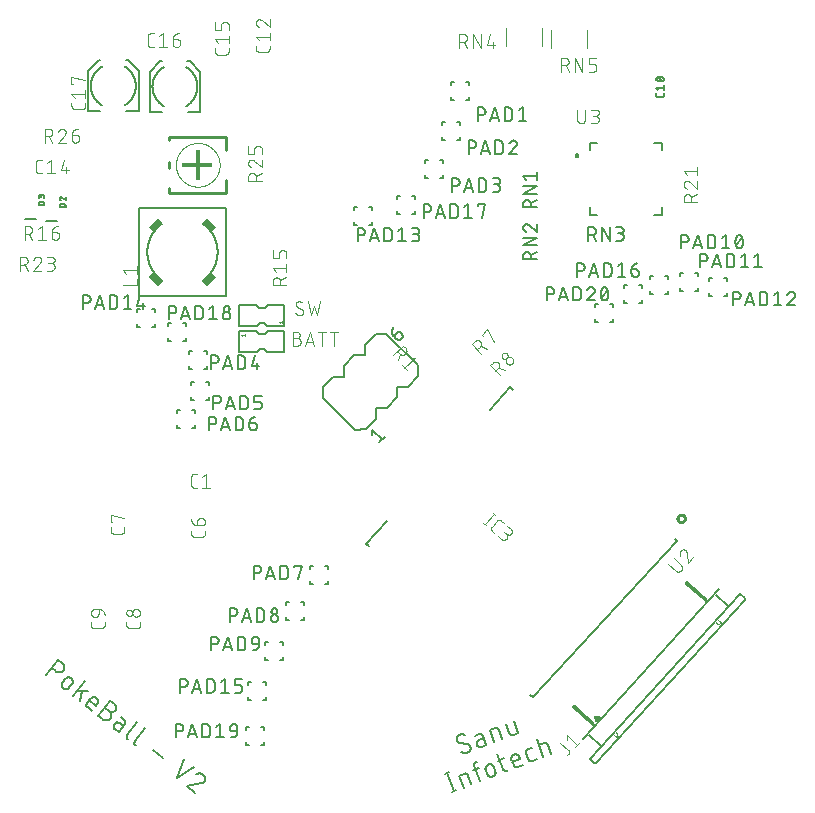
<source format=gbr>
G04 EAGLE Gerber RS-274X export*
G75*
%MOMM*%
%FSLAX34Y34*%
%LPD*%
%INSilkscreen Top*%
%IPPOS*%
%AMOC8*
5,1,8,0,0,1.08239X$1,22.5*%
G01*
%ADD10C,0.152400*%
%ADD11C,0.101600*%
%ADD12C,0.203200*%
%ADD13R,1.100000X0.575000*%
%ADD14C,0.254000*%
%ADD15R,0.400000X2.650000*%
%ADD16R,2.650000X0.400000*%
%ADD17C,0.127000*%
%ADD18C,0.200000*%
%ADD19C,0.025400*%

G36*
X187161Y-290313D02*
X187161Y-290313D01*
X187166Y-290313D01*
X187258Y-290287D01*
X187350Y-290263D01*
X187354Y-290260D01*
X187359Y-290259D01*
X187502Y-290149D01*
X190867Y-286451D01*
X190870Y-286446D01*
X190874Y-286443D01*
X190921Y-286361D01*
X190970Y-286279D01*
X190971Y-286274D01*
X190974Y-286269D01*
X190985Y-286174D01*
X190999Y-286081D01*
X190997Y-286076D01*
X190998Y-286070D01*
X190972Y-285979D01*
X190948Y-285887D01*
X190945Y-285882D01*
X190943Y-285877D01*
X190834Y-285734D01*
X190464Y-285398D01*
X190406Y-285364D01*
X190354Y-285322D01*
X190319Y-285311D01*
X190292Y-285295D01*
X190243Y-285288D01*
X190182Y-285269D01*
X185911Y-284763D01*
X185823Y-284770D01*
X185734Y-284773D01*
X185723Y-284778D01*
X185711Y-284779D01*
X185632Y-284820D01*
X185552Y-284857D01*
X185544Y-284866D01*
X185533Y-284871D01*
X185477Y-284939D01*
X185417Y-285005D01*
X185413Y-285016D01*
X185405Y-285025D01*
X185379Y-285110D01*
X185349Y-285193D01*
X185350Y-285206D01*
X185346Y-285217D01*
X185352Y-285272D01*
X185355Y-285374D01*
X186261Y-289578D01*
X186288Y-289639D01*
X186306Y-289703D01*
X186329Y-289733D01*
X186341Y-289762D01*
X186377Y-289796D01*
X186416Y-289846D01*
X186786Y-290183D01*
X186790Y-290186D01*
X186793Y-290190D01*
X186876Y-290237D01*
X186958Y-290286D01*
X186963Y-290287D01*
X186967Y-290289D01*
X187062Y-290301D01*
X187156Y-290314D01*
X187161Y-290313D01*
G37*
D10*
X78370Y-315653D02*
X78480Y-315609D01*
X78588Y-315561D01*
X78695Y-315510D01*
X78799Y-315455D01*
X78902Y-315397D01*
X79003Y-315336D01*
X79102Y-315271D01*
X79199Y-315203D01*
X79294Y-315132D01*
X79386Y-315058D01*
X79475Y-314981D01*
X79562Y-314901D01*
X79647Y-314818D01*
X79728Y-314733D01*
X79807Y-314645D01*
X79883Y-314554D01*
X79956Y-314461D01*
X80026Y-314366D01*
X80092Y-314268D01*
X80156Y-314168D01*
X80216Y-314066D01*
X80273Y-313963D01*
X80326Y-313857D01*
X80376Y-313750D01*
X80422Y-313641D01*
X80465Y-313531D01*
X80504Y-313420D01*
X80539Y-313307D01*
X80571Y-313193D01*
X80599Y-313078D01*
X80623Y-312962D01*
X80644Y-312846D01*
X80660Y-312729D01*
X80673Y-312611D01*
X80682Y-312494D01*
X80687Y-312376D01*
X80688Y-312257D01*
X80685Y-312139D01*
X80679Y-312021D01*
X80668Y-311903D01*
X80654Y-311786D01*
X80636Y-311669D01*
X80614Y-311553D01*
X80588Y-311438D01*
X80559Y-311323D01*
X80526Y-311210D01*
X80489Y-311098D01*
X80448Y-310987D01*
X78371Y-315653D02*
X78200Y-315717D01*
X78027Y-315776D01*
X77853Y-315831D01*
X77678Y-315882D01*
X77501Y-315929D01*
X77324Y-315971D01*
X77145Y-316009D01*
X76966Y-316043D01*
X76785Y-316073D01*
X76605Y-316098D01*
X76423Y-316119D01*
X76241Y-316136D01*
X76059Y-316148D01*
X75877Y-316156D01*
X75694Y-316160D01*
X75512Y-316159D01*
X75329Y-316154D01*
X75147Y-316144D01*
X74965Y-316130D01*
X74783Y-316112D01*
X74602Y-316090D01*
X74421Y-316063D01*
X74241Y-316031D01*
X74062Y-315996D01*
X73884Y-315956D01*
X73707Y-315912D01*
X73531Y-315864D01*
X73356Y-315811D01*
X73182Y-315755D01*
X73010Y-315694D01*
X72839Y-315629D01*
X72670Y-315560D01*
X72503Y-315487D01*
X69202Y-305630D02*
X69161Y-305519D01*
X69124Y-305406D01*
X69091Y-305293D01*
X69062Y-305178D01*
X69036Y-305063D01*
X69014Y-304947D01*
X68996Y-304830D01*
X68982Y-304713D01*
X68971Y-304595D01*
X68965Y-304477D01*
X68962Y-304359D01*
X68963Y-304240D01*
X68968Y-304122D01*
X68977Y-304004D01*
X68990Y-303887D01*
X69006Y-303770D01*
X69027Y-303653D01*
X69051Y-303538D01*
X69079Y-303423D01*
X69111Y-303309D01*
X69146Y-303196D01*
X69185Y-303084D01*
X69228Y-302974D01*
X69274Y-302865D01*
X69324Y-302758D01*
X69378Y-302653D01*
X69434Y-302549D01*
X69494Y-302447D01*
X69558Y-302347D01*
X69624Y-302250D01*
X69694Y-302154D01*
X69767Y-302061D01*
X69843Y-301971D01*
X69922Y-301883D01*
X70004Y-301797D01*
X70088Y-301714D01*
X70175Y-301634D01*
X70265Y-301557D01*
X70357Y-301483D01*
X70451Y-301412D01*
X70548Y-301344D01*
X70647Y-301279D01*
X70748Y-301218D01*
X70851Y-301160D01*
X70956Y-301105D01*
X71062Y-301054D01*
X71170Y-301006D01*
X71280Y-300962D01*
X71281Y-300962D02*
X71432Y-300906D01*
X71585Y-300853D01*
X71739Y-300805D01*
X71894Y-300760D01*
X72050Y-300718D01*
X72207Y-300680D01*
X72364Y-300647D01*
X72523Y-300616D01*
X72682Y-300590D01*
X72842Y-300568D01*
X73003Y-300549D01*
X73163Y-300534D01*
X73324Y-300523D01*
X73486Y-300516D01*
X73647Y-300512D01*
X73808Y-300513D01*
X73970Y-300517D01*
X74131Y-300525D01*
X74292Y-300537D01*
X74453Y-300553D01*
X74613Y-300573D01*
X74773Y-300596D01*
X74932Y-300623D01*
X75090Y-300655D01*
X75248Y-300689D01*
X75405Y-300728D01*
X75560Y-300770D01*
X72022Y-307934D02*
X71905Y-307912D01*
X71788Y-307887D01*
X71673Y-307858D01*
X71559Y-307825D01*
X71445Y-307788D01*
X71333Y-307748D01*
X71223Y-307704D01*
X71113Y-307657D01*
X71006Y-307606D01*
X70900Y-307551D01*
X70796Y-307494D01*
X70694Y-307433D01*
X70593Y-307368D01*
X70495Y-307301D01*
X70400Y-307230D01*
X70306Y-307156D01*
X70215Y-307079D01*
X70127Y-307000D01*
X70041Y-306917D01*
X69958Y-306832D01*
X69878Y-306744D01*
X69801Y-306653D01*
X69726Y-306560D01*
X69655Y-306465D01*
X69587Y-306367D01*
X69522Y-306268D01*
X69460Y-306166D01*
X69402Y-306062D01*
X69347Y-305957D01*
X69295Y-305849D01*
X69247Y-305740D01*
X69203Y-305630D01*
X77629Y-308682D02*
X77746Y-308704D01*
X77863Y-308729D01*
X77978Y-308758D01*
X78092Y-308791D01*
X78206Y-308828D01*
X78318Y-308868D01*
X78429Y-308912D01*
X78538Y-308959D01*
X78645Y-309010D01*
X78751Y-309065D01*
X78855Y-309122D01*
X78957Y-309183D01*
X79058Y-309248D01*
X79156Y-309315D01*
X79251Y-309386D01*
X79345Y-309460D01*
X79436Y-309537D01*
X79524Y-309617D01*
X79610Y-309699D01*
X79693Y-309784D01*
X79773Y-309872D01*
X79850Y-309963D01*
X79925Y-310056D01*
X79996Y-310151D01*
X80064Y-310249D01*
X80129Y-310348D01*
X80191Y-310450D01*
X80249Y-310554D01*
X80304Y-310659D01*
X80356Y-310767D01*
X80404Y-310876D01*
X80448Y-310986D01*
X77630Y-308682D02*
X72021Y-307933D01*
X87906Y-305221D02*
X91700Y-303765D01*
X87905Y-305221D02*
X87802Y-305263D01*
X87700Y-305308D01*
X87600Y-305357D01*
X87501Y-305410D01*
X87405Y-305466D01*
X87310Y-305525D01*
X87218Y-305588D01*
X87128Y-305653D01*
X87040Y-305722D01*
X86955Y-305795D01*
X86872Y-305870D01*
X86792Y-305947D01*
X86715Y-306028D01*
X86641Y-306111D01*
X86570Y-306197D01*
X86502Y-306286D01*
X86437Y-306376D01*
X86375Y-306469D01*
X86316Y-306564D01*
X86261Y-306661D01*
X86210Y-306760D01*
X86162Y-306861D01*
X86117Y-306963D01*
X86076Y-307067D01*
X86039Y-307172D01*
X86006Y-307279D01*
X85976Y-307386D01*
X85950Y-307495D01*
X85928Y-307604D01*
X85910Y-307714D01*
X85896Y-307825D01*
X85886Y-307936D01*
X85879Y-308047D01*
X85877Y-308159D01*
X85879Y-308271D01*
X85884Y-308382D01*
X85893Y-308493D01*
X85907Y-308604D01*
X85924Y-308714D01*
X85945Y-308824D01*
X85970Y-308933D01*
X85999Y-309040D01*
X86031Y-309147D01*
X86067Y-309253D01*
X86107Y-309357D01*
X86151Y-309459D01*
X86198Y-309560D01*
X86249Y-309660D01*
X86303Y-309757D01*
X86361Y-309853D01*
X86422Y-309946D01*
X86486Y-310038D01*
X86554Y-310126D01*
X86624Y-310213D01*
X86698Y-310297D01*
X86774Y-310378D01*
X86853Y-310457D01*
X86935Y-310532D01*
X87020Y-310605D01*
X87107Y-310675D01*
X87197Y-310741D01*
X87288Y-310805D01*
X87382Y-310865D01*
X87478Y-310922D01*
X87576Y-310975D01*
X87676Y-311025D01*
X87778Y-311071D01*
X87881Y-311114D01*
X87985Y-311153D01*
X88091Y-311188D01*
X88198Y-311219D01*
X88306Y-311247D01*
X88415Y-311271D01*
X88525Y-311291D01*
X88636Y-311307D01*
X88746Y-311320D01*
X88858Y-311328D01*
X88969Y-311332D01*
X89081Y-311333D01*
X89192Y-311329D01*
X89304Y-311322D01*
X89415Y-311310D01*
X89525Y-311295D01*
X89635Y-311276D01*
X89744Y-311253D01*
X89853Y-311226D01*
X89960Y-311196D01*
X90066Y-311161D01*
X90171Y-311123D01*
X93965Y-309667D01*
X91052Y-302079D01*
X91014Y-301985D01*
X90972Y-301893D01*
X90927Y-301802D01*
X90879Y-301713D01*
X90827Y-301626D01*
X90773Y-301541D01*
X90715Y-301458D01*
X90654Y-301377D01*
X90590Y-301298D01*
X90523Y-301222D01*
X90453Y-301149D01*
X90380Y-301078D01*
X90305Y-301010D01*
X90228Y-300945D01*
X90148Y-300882D01*
X90066Y-300823D01*
X89981Y-300767D01*
X89895Y-300714D01*
X89807Y-300664D01*
X89717Y-300618D01*
X89625Y-300575D01*
X89532Y-300536D01*
X89437Y-300500D01*
X89341Y-300467D01*
X89244Y-300439D01*
X89146Y-300414D01*
X89047Y-300392D01*
X88947Y-300374D01*
X88846Y-300360D01*
X88746Y-300350D01*
X88645Y-300344D01*
X88543Y-300341D01*
X88442Y-300342D01*
X88341Y-300347D01*
X88240Y-300356D01*
X88139Y-300368D01*
X88039Y-300385D01*
X87940Y-300404D01*
X87841Y-300428D01*
X87744Y-300455D01*
X87647Y-300486D01*
X87552Y-300521D01*
X87552Y-300520D02*
X84180Y-301815D01*
X97025Y-296884D02*
X100909Y-307001D01*
X97025Y-296884D02*
X101241Y-295266D01*
X101336Y-295231D01*
X101433Y-295200D01*
X101530Y-295173D01*
X101629Y-295149D01*
X101728Y-295130D01*
X101828Y-295113D01*
X101929Y-295101D01*
X102030Y-295092D01*
X102131Y-295087D01*
X102232Y-295086D01*
X102334Y-295089D01*
X102435Y-295095D01*
X102535Y-295105D01*
X102636Y-295119D01*
X102736Y-295137D01*
X102835Y-295159D01*
X102933Y-295184D01*
X103030Y-295212D01*
X103126Y-295245D01*
X103221Y-295281D01*
X103314Y-295320D01*
X103406Y-295363D01*
X103496Y-295409D01*
X103584Y-295459D01*
X103670Y-295512D01*
X103755Y-295568D01*
X103837Y-295627D01*
X103917Y-295690D01*
X103994Y-295755D01*
X104069Y-295823D01*
X104142Y-295894D01*
X104212Y-295967D01*
X104279Y-296043D01*
X104343Y-296122D01*
X104404Y-296203D01*
X104462Y-296286D01*
X104516Y-296371D01*
X104568Y-296458D01*
X104616Y-296547D01*
X104661Y-296638D01*
X104703Y-296730D01*
X104741Y-296824D01*
X107654Y-304412D01*
X113558Y-299244D02*
X110645Y-291656D01*
X113558Y-299244D02*
X113596Y-299338D01*
X113638Y-299430D01*
X113683Y-299521D01*
X113731Y-299610D01*
X113783Y-299697D01*
X113837Y-299782D01*
X113895Y-299865D01*
X113956Y-299946D01*
X114020Y-300025D01*
X114087Y-300101D01*
X114157Y-300174D01*
X114230Y-300245D01*
X114305Y-300313D01*
X114382Y-300378D01*
X114462Y-300441D01*
X114544Y-300500D01*
X114629Y-300556D01*
X114715Y-300609D01*
X114803Y-300659D01*
X114893Y-300705D01*
X114985Y-300748D01*
X115078Y-300787D01*
X115173Y-300823D01*
X115269Y-300856D01*
X115366Y-300884D01*
X115464Y-300909D01*
X115563Y-300931D01*
X115663Y-300949D01*
X115764Y-300963D01*
X115864Y-300973D01*
X115965Y-300979D01*
X116067Y-300982D01*
X116168Y-300981D01*
X116269Y-300976D01*
X116370Y-300967D01*
X116471Y-300955D01*
X116571Y-300938D01*
X116670Y-300919D01*
X116769Y-300895D01*
X116866Y-300868D01*
X116963Y-300837D01*
X117058Y-300802D01*
X121274Y-299184D01*
X117390Y-289066D01*
X61089Y-333442D02*
X66915Y-348618D01*
X68601Y-347971D02*
X65228Y-349265D01*
X59403Y-334089D02*
X62775Y-332795D01*
X70846Y-335501D02*
X74730Y-345618D01*
X70846Y-335501D02*
X75062Y-333882D01*
X75062Y-333883D02*
X75157Y-333848D01*
X75254Y-333817D01*
X75351Y-333790D01*
X75450Y-333766D01*
X75549Y-333747D01*
X75649Y-333730D01*
X75750Y-333718D01*
X75851Y-333709D01*
X75952Y-333704D01*
X76053Y-333703D01*
X76155Y-333706D01*
X76256Y-333712D01*
X76356Y-333722D01*
X76457Y-333736D01*
X76557Y-333754D01*
X76656Y-333776D01*
X76754Y-333801D01*
X76851Y-333829D01*
X76947Y-333862D01*
X77042Y-333898D01*
X77135Y-333937D01*
X77227Y-333980D01*
X77317Y-334026D01*
X77405Y-334076D01*
X77491Y-334129D01*
X77576Y-334185D01*
X77658Y-334244D01*
X77738Y-334307D01*
X77815Y-334372D01*
X77890Y-334440D01*
X77963Y-334511D01*
X78033Y-334584D01*
X78100Y-334660D01*
X78164Y-334739D01*
X78225Y-334820D01*
X78283Y-334903D01*
X78337Y-334988D01*
X78389Y-335075D01*
X78437Y-335164D01*
X78482Y-335255D01*
X78524Y-335347D01*
X78562Y-335441D01*
X81475Y-343029D01*
X88692Y-340258D02*
X83838Y-327611D01*
X83803Y-327513D01*
X83771Y-327414D01*
X83743Y-327314D01*
X83719Y-327213D01*
X83699Y-327112D01*
X83683Y-327009D01*
X83671Y-326906D01*
X83663Y-326803D01*
X83659Y-326699D01*
X83658Y-326595D01*
X83662Y-326491D01*
X83670Y-326388D01*
X83681Y-326285D01*
X83697Y-326182D01*
X83716Y-326080D01*
X83740Y-325979D01*
X83767Y-325879D01*
X83798Y-325780D01*
X83833Y-325682D01*
X83872Y-325586D01*
X83914Y-325491D01*
X83960Y-325398D01*
X84009Y-325307D01*
X84062Y-325217D01*
X84118Y-325130D01*
X84177Y-325045D01*
X84240Y-324962D01*
X84306Y-324882D01*
X84375Y-324804D01*
X84447Y-324729D01*
X84521Y-324657D01*
X84598Y-324588D01*
X84678Y-324522D01*
X84761Y-324459D01*
X84845Y-324399D01*
X84932Y-324342D01*
X85021Y-324289D01*
X85112Y-324239D01*
X85205Y-324193D01*
X85300Y-324150D01*
X85396Y-324111D01*
X86239Y-323787D01*
X88181Y-328846D02*
X83122Y-330788D01*
X93544Y-330657D02*
X94838Y-334030D01*
X93544Y-330657D02*
X93503Y-330545D01*
X93466Y-330432D01*
X93432Y-330317D01*
X93403Y-330201D01*
X93377Y-330085D01*
X93355Y-329967D01*
X93337Y-329849D01*
X93323Y-329731D01*
X93313Y-329612D01*
X93306Y-329492D01*
X93304Y-329373D01*
X93306Y-329254D01*
X93311Y-329134D01*
X93321Y-329015D01*
X93334Y-328896D01*
X93352Y-328778D01*
X93373Y-328661D01*
X93398Y-328544D01*
X93427Y-328428D01*
X93460Y-328313D01*
X93496Y-328200D01*
X93537Y-328087D01*
X93581Y-327976D01*
X93629Y-327867D01*
X93680Y-327759D01*
X93735Y-327653D01*
X93793Y-327548D01*
X93855Y-327446D01*
X93920Y-327346D01*
X93988Y-327248D01*
X94060Y-327152D01*
X94134Y-327059D01*
X94212Y-326968D01*
X94293Y-326880D01*
X94376Y-326795D01*
X94462Y-326712D01*
X94551Y-326633D01*
X94643Y-326556D01*
X94737Y-326482D01*
X94833Y-326412D01*
X94932Y-326345D01*
X95033Y-326281D01*
X95136Y-326220D01*
X95241Y-326163D01*
X95348Y-326109D01*
X95456Y-326059D01*
X95566Y-326013D01*
X95678Y-325970D01*
X95790Y-325931D01*
X95904Y-325896D01*
X96020Y-325864D01*
X96136Y-325836D01*
X96253Y-325812D01*
X96371Y-325792D01*
X96489Y-325776D01*
X96608Y-325764D01*
X96727Y-325756D01*
X96846Y-325752D01*
X96966Y-325751D01*
X97085Y-325755D01*
X97204Y-325763D01*
X97323Y-325774D01*
X97442Y-325789D01*
X97560Y-325809D01*
X97677Y-325832D01*
X97793Y-325859D01*
X97908Y-325890D01*
X98023Y-325925D01*
X98136Y-325963D01*
X98248Y-326005D01*
X98358Y-326051D01*
X98467Y-326101D01*
X98574Y-326154D01*
X98679Y-326210D01*
X98782Y-326270D01*
X98883Y-326334D01*
X98982Y-326400D01*
X99079Y-326470D01*
X99174Y-326543D01*
X99266Y-326620D01*
X99355Y-326699D01*
X99442Y-326781D01*
X99526Y-326866D01*
X99607Y-326954D01*
X99685Y-327044D01*
X99760Y-327137D01*
X99832Y-327232D01*
X99901Y-327329D01*
X99967Y-327429D01*
X100029Y-327531D01*
X100088Y-327635D01*
X100143Y-327741D01*
X100195Y-327849D01*
X100243Y-327958D01*
X100288Y-328069D01*
X100289Y-328068D02*
X101583Y-331440D01*
X101583Y-331441D02*
X101624Y-331553D01*
X101661Y-331666D01*
X101695Y-331781D01*
X101724Y-331897D01*
X101750Y-332013D01*
X101772Y-332131D01*
X101790Y-332249D01*
X101804Y-332367D01*
X101814Y-332486D01*
X101821Y-332606D01*
X101823Y-332725D01*
X101821Y-332844D01*
X101816Y-332964D01*
X101806Y-333083D01*
X101793Y-333202D01*
X101775Y-333320D01*
X101754Y-333437D01*
X101729Y-333554D01*
X101700Y-333670D01*
X101667Y-333785D01*
X101631Y-333898D01*
X101590Y-334011D01*
X101546Y-334122D01*
X101498Y-334231D01*
X101447Y-334339D01*
X101392Y-334445D01*
X101334Y-334550D01*
X101272Y-334652D01*
X101207Y-334752D01*
X101139Y-334850D01*
X101067Y-334946D01*
X100993Y-335039D01*
X100915Y-335130D01*
X100834Y-335218D01*
X100751Y-335303D01*
X100665Y-335386D01*
X100576Y-335465D01*
X100484Y-335542D01*
X100390Y-335616D01*
X100294Y-335686D01*
X100195Y-335753D01*
X100094Y-335817D01*
X99991Y-335878D01*
X99886Y-335935D01*
X99779Y-335989D01*
X99671Y-336039D01*
X99561Y-336085D01*
X99449Y-336128D01*
X99337Y-336167D01*
X99223Y-336202D01*
X99107Y-336234D01*
X98991Y-336262D01*
X98874Y-336286D01*
X98756Y-336306D01*
X98638Y-336322D01*
X98519Y-336334D01*
X98400Y-336342D01*
X98281Y-336346D01*
X98161Y-336347D01*
X98042Y-336343D01*
X97923Y-336335D01*
X97804Y-336324D01*
X97685Y-336309D01*
X97567Y-336289D01*
X97450Y-336266D01*
X97334Y-336239D01*
X97219Y-336208D01*
X97104Y-336173D01*
X96991Y-336135D01*
X96879Y-336093D01*
X96769Y-336047D01*
X96660Y-335997D01*
X96553Y-335944D01*
X96448Y-335888D01*
X96345Y-335828D01*
X96244Y-335764D01*
X96145Y-335698D01*
X96048Y-335628D01*
X95953Y-335555D01*
X95861Y-335478D01*
X95772Y-335399D01*
X95685Y-335317D01*
X95601Y-335232D01*
X95520Y-335144D01*
X95442Y-335054D01*
X95367Y-334961D01*
X95295Y-334866D01*
X95226Y-334769D01*
X95160Y-334669D01*
X95098Y-334567D01*
X95039Y-334463D01*
X94984Y-334357D01*
X94932Y-334249D01*
X94884Y-334140D01*
X94839Y-334029D01*
X103685Y-322895D02*
X108744Y-320953D01*
X103430Y-317189D02*
X108284Y-329836D01*
X108285Y-329836D02*
X108323Y-329930D01*
X108365Y-330022D01*
X108410Y-330113D01*
X108458Y-330202D01*
X108510Y-330289D01*
X108564Y-330374D01*
X108622Y-330457D01*
X108683Y-330538D01*
X108747Y-330617D01*
X108814Y-330693D01*
X108884Y-330766D01*
X108957Y-330837D01*
X109032Y-330905D01*
X109109Y-330970D01*
X109189Y-331033D01*
X109271Y-331092D01*
X109356Y-331148D01*
X109442Y-331201D01*
X109530Y-331251D01*
X109620Y-331297D01*
X109712Y-331340D01*
X109805Y-331379D01*
X109900Y-331415D01*
X109996Y-331448D01*
X110093Y-331476D01*
X110191Y-331502D01*
X110291Y-331523D01*
X110390Y-331541D01*
X110491Y-331555D01*
X110591Y-331565D01*
X110692Y-331571D01*
X110794Y-331574D01*
X110895Y-331573D01*
X110996Y-331568D01*
X111097Y-331559D01*
X111198Y-331547D01*
X111298Y-331530D01*
X111397Y-331511D01*
X111496Y-331487D01*
X111593Y-331460D01*
X111690Y-331429D01*
X111785Y-331394D01*
X112628Y-331070D01*
X120552Y-328029D02*
X124767Y-326410D01*
X120552Y-328028D02*
X120454Y-328063D01*
X120355Y-328095D01*
X120255Y-328123D01*
X120154Y-328147D01*
X120053Y-328167D01*
X119950Y-328183D01*
X119847Y-328195D01*
X119744Y-328203D01*
X119640Y-328207D01*
X119536Y-328208D01*
X119432Y-328204D01*
X119329Y-328196D01*
X119226Y-328185D01*
X119123Y-328169D01*
X119021Y-328150D01*
X118920Y-328126D01*
X118820Y-328099D01*
X118721Y-328068D01*
X118623Y-328033D01*
X118527Y-327994D01*
X118432Y-327952D01*
X118339Y-327906D01*
X118248Y-327857D01*
X118158Y-327804D01*
X118071Y-327748D01*
X117986Y-327689D01*
X117903Y-327626D01*
X117823Y-327560D01*
X117745Y-327491D01*
X117670Y-327419D01*
X117598Y-327345D01*
X117529Y-327268D01*
X117463Y-327188D01*
X117400Y-327105D01*
X117340Y-327021D01*
X117283Y-326934D01*
X117230Y-326845D01*
X117180Y-326753D01*
X117134Y-326661D01*
X117091Y-326566D01*
X117052Y-326470D01*
X117051Y-326470D02*
X115433Y-322255D01*
X115434Y-322254D02*
X115393Y-322142D01*
X115356Y-322029D01*
X115322Y-321914D01*
X115293Y-321798D01*
X115267Y-321682D01*
X115245Y-321564D01*
X115227Y-321446D01*
X115213Y-321328D01*
X115203Y-321209D01*
X115196Y-321089D01*
X115194Y-320970D01*
X115196Y-320851D01*
X115201Y-320731D01*
X115211Y-320612D01*
X115224Y-320493D01*
X115242Y-320375D01*
X115263Y-320258D01*
X115288Y-320141D01*
X115317Y-320025D01*
X115350Y-319910D01*
X115386Y-319797D01*
X115427Y-319684D01*
X115471Y-319573D01*
X115519Y-319464D01*
X115570Y-319356D01*
X115625Y-319250D01*
X115683Y-319145D01*
X115745Y-319043D01*
X115810Y-318943D01*
X115878Y-318845D01*
X115950Y-318749D01*
X116024Y-318656D01*
X116102Y-318565D01*
X116183Y-318477D01*
X116266Y-318392D01*
X116352Y-318309D01*
X116441Y-318230D01*
X116533Y-318153D01*
X116627Y-318079D01*
X116723Y-318009D01*
X116822Y-317942D01*
X116923Y-317878D01*
X117026Y-317817D01*
X117131Y-317760D01*
X117238Y-317706D01*
X117346Y-317656D01*
X117456Y-317610D01*
X117568Y-317567D01*
X117680Y-317528D01*
X117794Y-317493D01*
X117910Y-317461D01*
X118026Y-317433D01*
X118143Y-317409D01*
X118261Y-317389D01*
X118379Y-317373D01*
X118498Y-317361D01*
X118617Y-317353D01*
X118736Y-317349D01*
X118856Y-317348D01*
X118975Y-317352D01*
X119094Y-317360D01*
X119213Y-317371D01*
X119332Y-317386D01*
X119450Y-317406D01*
X119567Y-317429D01*
X119683Y-317456D01*
X119798Y-317487D01*
X119913Y-317522D01*
X120026Y-317560D01*
X120138Y-317602D01*
X120248Y-317648D01*
X120357Y-317698D01*
X120464Y-317751D01*
X120569Y-317807D01*
X120672Y-317867D01*
X120773Y-317931D01*
X120872Y-317997D01*
X120969Y-318067D01*
X121064Y-318140D01*
X121156Y-318217D01*
X121245Y-318296D01*
X121332Y-318378D01*
X121416Y-318463D01*
X121497Y-318551D01*
X121575Y-318641D01*
X121650Y-318734D01*
X121722Y-318829D01*
X121791Y-318926D01*
X121857Y-319026D01*
X121919Y-319128D01*
X121978Y-319232D01*
X122033Y-319338D01*
X122085Y-319446D01*
X122133Y-319555D01*
X122178Y-319666D01*
X122178Y-319665D02*
X122825Y-321352D01*
X116080Y-323941D01*
X133215Y-323167D02*
X136588Y-321873D01*
X133215Y-323167D02*
X133120Y-323202D01*
X133023Y-323233D01*
X132926Y-323260D01*
X132827Y-323284D01*
X132728Y-323303D01*
X132628Y-323320D01*
X132527Y-323332D01*
X132426Y-323341D01*
X132325Y-323346D01*
X132224Y-323347D01*
X132122Y-323344D01*
X132021Y-323338D01*
X131921Y-323328D01*
X131820Y-323314D01*
X131720Y-323296D01*
X131621Y-323274D01*
X131523Y-323249D01*
X131426Y-323221D01*
X131330Y-323188D01*
X131235Y-323152D01*
X131142Y-323113D01*
X131050Y-323070D01*
X130960Y-323024D01*
X130872Y-322974D01*
X130786Y-322921D01*
X130701Y-322865D01*
X130619Y-322806D01*
X130539Y-322743D01*
X130462Y-322678D01*
X130387Y-322610D01*
X130314Y-322539D01*
X130244Y-322466D01*
X130177Y-322390D01*
X130113Y-322311D01*
X130052Y-322230D01*
X129994Y-322147D01*
X129940Y-322062D01*
X129888Y-321975D01*
X129840Y-321886D01*
X129795Y-321795D01*
X129753Y-321703D01*
X129715Y-321609D01*
X127773Y-316550D01*
X127774Y-316550D02*
X127739Y-316455D01*
X127708Y-316358D01*
X127681Y-316261D01*
X127657Y-316162D01*
X127638Y-316063D01*
X127621Y-315963D01*
X127609Y-315862D01*
X127600Y-315761D01*
X127595Y-315660D01*
X127594Y-315559D01*
X127597Y-315457D01*
X127603Y-315356D01*
X127613Y-315256D01*
X127627Y-315155D01*
X127645Y-315055D01*
X127667Y-314956D01*
X127692Y-314858D01*
X127720Y-314761D01*
X127753Y-314665D01*
X127789Y-314570D01*
X127828Y-314477D01*
X127871Y-314385D01*
X127917Y-314295D01*
X127967Y-314207D01*
X128020Y-314121D01*
X128076Y-314036D01*
X128135Y-313954D01*
X128198Y-313874D01*
X128263Y-313797D01*
X128331Y-313722D01*
X128402Y-313649D01*
X128475Y-313579D01*
X128551Y-313512D01*
X128630Y-313448D01*
X128711Y-313387D01*
X128794Y-313329D01*
X128879Y-313275D01*
X128966Y-313223D01*
X129055Y-313175D01*
X129146Y-313130D01*
X129238Y-313088D01*
X129332Y-313050D01*
X132704Y-311755D01*
X136518Y-304487D02*
X142344Y-319663D01*
X138460Y-309546D02*
X142676Y-307928D01*
X142771Y-307893D01*
X142868Y-307862D01*
X142965Y-307835D01*
X143064Y-307811D01*
X143163Y-307792D01*
X143263Y-307775D01*
X143364Y-307763D01*
X143465Y-307754D01*
X143566Y-307749D01*
X143667Y-307748D01*
X143769Y-307751D01*
X143870Y-307757D01*
X143970Y-307767D01*
X144071Y-307781D01*
X144171Y-307799D01*
X144270Y-307821D01*
X144368Y-307846D01*
X144465Y-307874D01*
X144561Y-307907D01*
X144656Y-307943D01*
X144749Y-307982D01*
X144841Y-308025D01*
X144931Y-308071D01*
X145019Y-308121D01*
X145105Y-308174D01*
X145190Y-308230D01*
X145272Y-308289D01*
X145352Y-308352D01*
X145429Y-308417D01*
X145504Y-308485D01*
X145577Y-308556D01*
X145647Y-308629D01*
X145714Y-308705D01*
X145778Y-308784D01*
X145839Y-308865D01*
X145897Y-308948D01*
X145951Y-309033D01*
X146003Y-309120D01*
X146051Y-309209D01*
X146096Y-309300D01*
X146138Y-309392D01*
X146176Y-309486D01*
X149089Y-317074D01*
X-268377Y-237291D02*
X-278474Y-250031D01*
X-268377Y-237291D02*
X-264838Y-240096D01*
X-264735Y-240180D01*
X-264635Y-240267D01*
X-264537Y-240356D01*
X-264443Y-240449D01*
X-264350Y-240544D01*
X-264261Y-240642D01*
X-264175Y-240743D01*
X-264091Y-240846D01*
X-264011Y-240951D01*
X-263934Y-241059D01*
X-263860Y-241169D01*
X-263789Y-241281D01*
X-263721Y-241395D01*
X-263657Y-241511D01*
X-263597Y-241629D01*
X-263540Y-241749D01*
X-263486Y-241870D01*
X-263436Y-241993D01*
X-263390Y-242117D01*
X-263347Y-242243D01*
X-263308Y-242370D01*
X-263273Y-242497D01*
X-263241Y-242626D01*
X-263213Y-242756D01*
X-263190Y-242886D01*
X-263169Y-243017D01*
X-263153Y-243149D01*
X-263141Y-243281D01*
X-263132Y-243413D01*
X-263128Y-243546D01*
X-263127Y-243678D01*
X-263130Y-243811D01*
X-263138Y-243943D01*
X-263149Y-244075D01*
X-263163Y-244207D01*
X-263182Y-244338D01*
X-263205Y-244469D01*
X-263231Y-244599D01*
X-263261Y-244728D01*
X-263295Y-244856D01*
X-263333Y-244983D01*
X-263374Y-245109D01*
X-263420Y-245234D01*
X-263468Y-245357D01*
X-263521Y-245479D01*
X-263577Y-245599D01*
X-263636Y-245718D01*
X-263699Y-245835D01*
X-263765Y-245949D01*
X-263835Y-246062D01*
X-263908Y-246173D01*
X-263984Y-246282D01*
X-264063Y-246388D01*
X-264145Y-246492D01*
X-264231Y-246593D01*
X-264319Y-246692D01*
X-264410Y-246788D01*
X-264504Y-246882D01*
X-264601Y-246973D01*
X-264700Y-247061D01*
X-264802Y-247145D01*
X-264906Y-247227D01*
X-265013Y-247306D01*
X-265122Y-247382D01*
X-265233Y-247454D01*
X-265346Y-247523D01*
X-265461Y-247589D01*
X-265578Y-247651D01*
X-265697Y-247710D01*
X-265817Y-247766D01*
X-265940Y-247817D01*
X-266063Y-247866D01*
X-266188Y-247910D01*
X-266314Y-247951D01*
X-266441Y-247988D01*
X-266570Y-248022D01*
X-266699Y-248051D01*
X-266829Y-248077D01*
X-266960Y-248099D01*
X-267091Y-248117D01*
X-267223Y-248131D01*
X-267355Y-248142D01*
X-267487Y-248148D01*
X-267620Y-248151D01*
X-267753Y-248150D01*
X-267885Y-248145D01*
X-268017Y-248135D01*
X-268149Y-248123D01*
X-268281Y-248106D01*
X-268412Y-248085D01*
X-268542Y-248061D01*
X-268672Y-248032D01*
X-268800Y-248000D01*
X-268928Y-247964D01*
X-269054Y-247925D01*
X-269180Y-247881D01*
X-269304Y-247835D01*
X-269426Y-247784D01*
X-269547Y-247730D01*
X-269667Y-247672D01*
X-269784Y-247611D01*
X-269900Y-247546D01*
X-270014Y-247478D01*
X-270126Y-247407D01*
X-270236Y-247333D01*
X-270343Y-247255D01*
X-270448Y-247174D01*
X-273987Y-244369D01*
X-262419Y-253537D02*
X-264663Y-256368D01*
X-262419Y-253537D02*
X-262343Y-253445D01*
X-262264Y-253355D01*
X-262183Y-253268D01*
X-262098Y-253184D01*
X-262011Y-253102D01*
X-261921Y-253023D01*
X-261828Y-252948D01*
X-261734Y-252875D01*
X-261636Y-252806D01*
X-261537Y-252740D01*
X-261435Y-252677D01*
X-261332Y-252618D01*
X-261226Y-252562D01*
X-261119Y-252509D01*
X-261010Y-252461D01*
X-260899Y-252415D01*
X-260787Y-252374D01*
X-260674Y-252336D01*
X-260559Y-252302D01*
X-260444Y-252272D01*
X-260327Y-252245D01*
X-260210Y-252223D01*
X-260092Y-252204D01*
X-259973Y-252190D01*
X-259855Y-252179D01*
X-259735Y-252172D01*
X-259616Y-252169D01*
X-259496Y-252170D01*
X-259377Y-252175D01*
X-259258Y-252184D01*
X-259139Y-252197D01*
X-259021Y-252214D01*
X-258903Y-252234D01*
X-258786Y-252259D01*
X-258670Y-252287D01*
X-258555Y-252320D01*
X-258442Y-252356D01*
X-258329Y-252396D01*
X-258218Y-252439D01*
X-258108Y-252486D01*
X-258000Y-252537D01*
X-257893Y-252591D01*
X-257789Y-252649D01*
X-257686Y-252710D01*
X-257586Y-252775D01*
X-257488Y-252843D01*
X-257392Y-252914D01*
X-257298Y-252988D01*
X-257207Y-253065D01*
X-257118Y-253145D01*
X-257033Y-253228D01*
X-256950Y-253314D01*
X-256869Y-253403D01*
X-256792Y-253494D01*
X-256718Y-253588D01*
X-256647Y-253684D01*
X-256579Y-253782D01*
X-256515Y-253883D01*
X-256454Y-253985D01*
X-256396Y-254090D01*
X-256342Y-254196D01*
X-256292Y-254305D01*
X-256245Y-254414D01*
X-256201Y-254526D01*
X-256161Y-254638D01*
X-256126Y-254752D01*
X-256093Y-254867D01*
X-256065Y-254983D01*
X-256041Y-255100D01*
X-256020Y-255218D01*
X-256003Y-255336D01*
X-255991Y-255455D01*
X-255982Y-255574D01*
X-255977Y-255693D01*
X-255976Y-255813D01*
X-255979Y-255932D01*
X-255986Y-256052D01*
X-255997Y-256170D01*
X-256012Y-256289D01*
X-256031Y-256407D01*
X-256053Y-256524D01*
X-256080Y-256641D01*
X-256110Y-256756D01*
X-256144Y-256871D01*
X-256182Y-256984D01*
X-256224Y-257096D01*
X-256269Y-257206D01*
X-256318Y-257315D01*
X-256371Y-257423D01*
X-256427Y-257528D01*
X-256486Y-257632D01*
X-256549Y-257733D01*
X-256615Y-257833D01*
X-256685Y-257930D01*
X-256757Y-258025D01*
X-259001Y-260856D01*
X-259077Y-260948D01*
X-259156Y-261038D01*
X-259237Y-261125D01*
X-259322Y-261209D01*
X-259409Y-261291D01*
X-259499Y-261370D01*
X-259592Y-261445D01*
X-259686Y-261518D01*
X-259784Y-261587D01*
X-259883Y-261653D01*
X-259985Y-261716D01*
X-260088Y-261775D01*
X-260194Y-261831D01*
X-260301Y-261884D01*
X-260410Y-261932D01*
X-260521Y-261978D01*
X-260633Y-262019D01*
X-260746Y-262057D01*
X-260861Y-262091D01*
X-260976Y-262121D01*
X-261093Y-262148D01*
X-261210Y-262170D01*
X-261328Y-262189D01*
X-261447Y-262203D01*
X-261565Y-262214D01*
X-261685Y-262221D01*
X-261804Y-262224D01*
X-261924Y-262223D01*
X-262043Y-262218D01*
X-262162Y-262209D01*
X-262281Y-262196D01*
X-262399Y-262179D01*
X-262517Y-262159D01*
X-262634Y-262134D01*
X-262750Y-262106D01*
X-262865Y-262073D01*
X-262978Y-262037D01*
X-263091Y-261997D01*
X-263202Y-261954D01*
X-263312Y-261907D01*
X-263420Y-261856D01*
X-263527Y-261802D01*
X-263631Y-261744D01*
X-263734Y-261683D01*
X-263834Y-261618D01*
X-263932Y-261550D01*
X-264028Y-261479D01*
X-264122Y-261405D01*
X-264213Y-261328D01*
X-264302Y-261248D01*
X-264387Y-261165D01*
X-264470Y-261079D01*
X-264551Y-260990D01*
X-264628Y-260899D01*
X-264702Y-260805D01*
X-264773Y-260709D01*
X-264841Y-260611D01*
X-264905Y-260510D01*
X-264966Y-260408D01*
X-265024Y-260303D01*
X-265078Y-260197D01*
X-265128Y-260088D01*
X-265175Y-259979D01*
X-265219Y-259867D01*
X-265259Y-259755D01*
X-265294Y-259641D01*
X-265327Y-259526D01*
X-265355Y-259410D01*
X-265379Y-259293D01*
X-265400Y-259175D01*
X-265417Y-259057D01*
X-265429Y-258938D01*
X-265438Y-258819D01*
X-265443Y-258700D01*
X-265444Y-258580D01*
X-265441Y-258461D01*
X-265434Y-258342D01*
X-265423Y-258223D01*
X-265408Y-258104D01*
X-265389Y-257986D01*
X-265367Y-257869D01*
X-265340Y-257752D01*
X-265310Y-257637D01*
X-265276Y-257522D01*
X-265238Y-257409D01*
X-265196Y-257297D01*
X-265151Y-257187D01*
X-265102Y-257078D01*
X-265049Y-256970D01*
X-264993Y-256865D01*
X-264934Y-256761D01*
X-264871Y-256660D01*
X-264805Y-256560D01*
X-264735Y-256463D01*
X-264663Y-256368D01*
X-255749Y-268043D02*
X-245652Y-255303D01*
X-243356Y-264037D02*
X-252384Y-263796D01*
X-248504Y-263990D02*
X-250087Y-272530D01*
X-243550Y-277712D02*
X-240011Y-280516D01*
X-243550Y-277711D02*
X-243628Y-277647D01*
X-243704Y-277579D01*
X-243777Y-277509D01*
X-243847Y-277437D01*
X-243915Y-277361D01*
X-243980Y-277283D01*
X-244042Y-277203D01*
X-244101Y-277121D01*
X-244156Y-277036D01*
X-244209Y-276950D01*
X-244258Y-276861D01*
X-244304Y-276771D01*
X-244347Y-276679D01*
X-244386Y-276585D01*
X-244421Y-276490D01*
X-244453Y-276394D01*
X-244482Y-276297D01*
X-244506Y-276199D01*
X-244527Y-276100D01*
X-244545Y-276000D01*
X-244558Y-275899D01*
X-244568Y-275799D01*
X-244574Y-275697D01*
X-244576Y-275596D01*
X-244574Y-275495D01*
X-244569Y-275394D01*
X-244560Y-275293D01*
X-244547Y-275192D01*
X-244530Y-275092D01*
X-244510Y-274993D01*
X-244486Y-274895D01*
X-244458Y-274797D01*
X-244427Y-274701D01*
X-244392Y-274606D01*
X-244353Y-274512D01*
X-244311Y-274420D01*
X-244266Y-274329D01*
X-244217Y-274241D01*
X-244165Y-274154D01*
X-244110Y-274069D01*
X-244051Y-273986D01*
X-243990Y-273905D01*
X-243990Y-273906D02*
X-241185Y-270367D01*
X-241109Y-270275D01*
X-241030Y-270185D01*
X-240949Y-270098D01*
X-240864Y-270014D01*
X-240777Y-269932D01*
X-240687Y-269853D01*
X-240594Y-269778D01*
X-240500Y-269705D01*
X-240402Y-269636D01*
X-240303Y-269570D01*
X-240201Y-269507D01*
X-240098Y-269448D01*
X-239992Y-269392D01*
X-239885Y-269339D01*
X-239776Y-269291D01*
X-239665Y-269245D01*
X-239553Y-269204D01*
X-239440Y-269166D01*
X-239325Y-269132D01*
X-239210Y-269102D01*
X-239093Y-269075D01*
X-238976Y-269053D01*
X-238858Y-269034D01*
X-238739Y-269020D01*
X-238621Y-269009D01*
X-238501Y-269002D01*
X-238382Y-268999D01*
X-238262Y-269000D01*
X-238143Y-269005D01*
X-238024Y-269014D01*
X-237905Y-269027D01*
X-237787Y-269044D01*
X-237669Y-269064D01*
X-237552Y-269089D01*
X-237436Y-269117D01*
X-237321Y-269150D01*
X-237208Y-269186D01*
X-237095Y-269226D01*
X-236984Y-269269D01*
X-236874Y-269316D01*
X-236766Y-269367D01*
X-236659Y-269421D01*
X-236555Y-269479D01*
X-236452Y-269540D01*
X-236352Y-269605D01*
X-236254Y-269673D01*
X-236158Y-269744D01*
X-236064Y-269818D01*
X-235973Y-269895D01*
X-235884Y-269975D01*
X-235799Y-270058D01*
X-235716Y-270144D01*
X-235635Y-270233D01*
X-235558Y-270324D01*
X-235484Y-270418D01*
X-235413Y-270514D01*
X-235345Y-270612D01*
X-235281Y-270713D01*
X-235220Y-270815D01*
X-235162Y-270920D01*
X-235108Y-271026D01*
X-235058Y-271135D01*
X-235011Y-271244D01*
X-234967Y-271356D01*
X-234927Y-271468D01*
X-234892Y-271582D01*
X-234859Y-271697D01*
X-234831Y-271813D01*
X-234807Y-271930D01*
X-234786Y-272048D01*
X-234769Y-272166D01*
X-234757Y-272285D01*
X-234748Y-272404D01*
X-234743Y-272523D01*
X-234742Y-272643D01*
X-234745Y-272762D01*
X-234752Y-272882D01*
X-234763Y-273000D01*
X-234778Y-273119D01*
X-234797Y-273237D01*
X-234819Y-273354D01*
X-234846Y-273471D01*
X-234876Y-273586D01*
X-234910Y-273701D01*
X-234948Y-273814D01*
X-234990Y-273926D01*
X-235035Y-274036D01*
X-235084Y-274145D01*
X-235137Y-274253D01*
X-235193Y-274358D01*
X-235252Y-274462D01*
X-235315Y-274563D01*
X-235381Y-274663D01*
X-235451Y-274760D01*
X-235523Y-274855D01*
X-235523Y-274854D02*
X-236645Y-276270D01*
X-242307Y-271782D01*
X-228764Y-277907D02*
X-225225Y-280712D01*
X-225225Y-280711D02*
X-225121Y-280796D01*
X-225020Y-280883D01*
X-224922Y-280974D01*
X-224826Y-281067D01*
X-224733Y-281164D01*
X-224643Y-281263D01*
X-224556Y-281365D01*
X-224472Y-281469D01*
X-224391Y-281575D01*
X-224314Y-281684D01*
X-224239Y-281796D01*
X-224168Y-281909D01*
X-224100Y-282025D01*
X-224036Y-282142D01*
X-223975Y-282261D01*
X-223918Y-282382D01*
X-223865Y-282505D01*
X-223815Y-282629D01*
X-223769Y-282755D01*
X-223726Y-282882D01*
X-223688Y-283010D01*
X-223653Y-283139D01*
X-223622Y-283269D01*
X-223595Y-283400D01*
X-223571Y-283532D01*
X-223552Y-283665D01*
X-223537Y-283797D01*
X-223525Y-283931D01*
X-223518Y-284064D01*
X-223514Y-284198D01*
X-223515Y-284332D01*
X-223519Y-284466D01*
X-223528Y-284599D01*
X-223540Y-284733D01*
X-223556Y-284866D01*
X-223576Y-284998D01*
X-223600Y-285129D01*
X-223628Y-285260D01*
X-223660Y-285390D01*
X-223696Y-285519D01*
X-223736Y-285647D01*
X-223779Y-285774D01*
X-223826Y-285899D01*
X-223877Y-286023D01*
X-223931Y-286145D01*
X-223989Y-286266D01*
X-224050Y-286385D01*
X-224115Y-286502D01*
X-224184Y-286617D01*
X-224256Y-286730D01*
X-224331Y-286841D01*
X-224409Y-286949D01*
X-224491Y-287055D01*
X-224576Y-287159D01*
X-224663Y-287260D01*
X-224754Y-287358D01*
X-224847Y-287454D01*
X-224944Y-287547D01*
X-225043Y-287637D01*
X-225145Y-287724D01*
X-225249Y-287808D01*
X-225355Y-287889D01*
X-225464Y-287966D01*
X-225576Y-288041D01*
X-225689Y-288112D01*
X-225805Y-288180D01*
X-225922Y-288244D01*
X-226041Y-288305D01*
X-226162Y-288362D01*
X-226285Y-288415D01*
X-226409Y-288465D01*
X-226535Y-288511D01*
X-226662Y-288554D01*
X-226790Y-288592D01*
X-226919Y-288627D01*
X-227049Y-288658D01*
X-227180Y-288685D01*
X-227312Y-288709D01*
X-227445Y-288728D01*
X-227577Y-288743D01*
X-227711Y-288755D01*
X-227844Y-288762D01*
X-227978Y-288766D01*
X-228112Y-288765D01*
X-228246Y-288761D01*
X-228379Y-288752D01*
X-228513Y-288740D01*
X-228646Y-288724D01*
X-228778Y-288704D01*
X-228909Y-288680D01*
X-229040Y-288652D01*
X-229170Y-288620D01*
X-229299Y-288584D01*
X-229427Y-288544D01*
X-229554Y-288501D01*
X-229679Y-288454D01*
X-229803Y-288403D01*
X-229925Y-288349D01*
X-230046Y-288291D01*
X-230165Y-288230D01*
X-230282Y-288165D01*
X-230397Y-288096D01*
X-230510Y-288024D01*
X-230621Y-287949D01*
X-230729Y-287871D01*
X-230835Y-287789D01*
X-234374Y-284985D01*
X-224276Y-272245D01*
X-220738Y-275050D01*
X-220646Y-275126D01*
X-220556Y-275205D01*
X-220469Y-275286D01*
X-220385Y-275371D01*
X-220303Y-275458D01*
X-220224Y-275548D01*
X-220149Y-275641D01*
X-220076Y-275735D01*
X-220007Y-275833D01*
X-219941Y-275932D01*
X-219878Y-276034D01*
X-219819Y-276137D01*
X-219763Y-276243D01*
X-219710Y-276350D01*
X-219662Y-276459D01*
X-219616Y-276570D01*
X-219575Y-276682D01*
X-219537Y-276795D01*
X-219503Y-276910D01*
X-219473Y-277025D01*
X-219446Y-277142D01*
X-219424Y-277259D01*
X-219405Y-277377D01*
X-219391Y-277496D01*
X-219380Y-277614D01*
X-219373Y-277734D01*
X-219370Y-277853D01*
X-219371Y-277973D01*
X-219376Y-278092D01*
X-219385Y-278211D01*
X-219398Y-278330D01*
X-219415Y-278448D01*
X-219435Y-278566D01*
X-219460Y-278683D01*
X-219488Y-278799D01*
X-219521Y-278914D01*
X-219557Y-279027D01*
X-219597Y-279140D01*
X-219640Y-279251D01*
X-219687Y-279361D01*
X-219738Y-279469D01*
X-219792Y-279576D01*
X-219850Y-279680D01*
X-219911Y-279783D01*
X-219976Y-279883D01*
X-220044Y-279981D01*
X-220115Y-280077D01*
X-220189Y-280171D01*
X-220266Y-280262D01*
X-220346Y-280351D01*
X-220429Y-280436D01*
X-220515Y-280519D01*
X-220604Y-280600D01*
X-220695Y-280677D01*
X-220789Y-280751D01*
X-220885Y-280822D01*
X-220983Y-280890D01*
X-221084Y-280954D01*
X-221186Y-281015D01*
X-221291Y-281073D01*
X-221397Y-281127D01*
X-221506Y-281177D01*
X-221615Y-281224D01*
X-221727Y-281268D01*
X-221839Y-281308D01*
X-221953Y-281343D01*
X-222068Y-281376D01*
X-222184Y-281404D01*
X-222301Y-281428D01*
X-222419Y-281449D01*
X-222537Y-281466D01*
X-222656Y-281478D01*
X-222775Y-281487D01*
X-222894Y-281492D01*
X-223014Y-281493D01*
X-223133Y-281490D01*
X-223252Y-281483D01*
X-223371Y-281472D01*
X-223490Y-281457D01*
X-223608Y-281438D01*
X-223725Y-281416D01*
X-223842Y-281389D01*
X-223957Y-281359D01*
X-224072Y-281325D01*
X-224185Y-281287D01*
X-224297Y-281245D01*
X-224407Y-281200D01*
X-224516Y-281151D01*
X-224624Y-281098D01*
X-224729Y-281042D01*
X-224833Y-280983D01*
X-224934Y-280920D01*
X-225034Y-280854D01*
X-225131Y-280784D01*
X-225226Y-280712D01*
X-216460Y-291116D02*
X-213275Y-293641D01*
X-216460Y-291116D02*
X-216548Y-291048D01*
X-216639Y-290983D01*
X-216732Y-290922D01*
X-216828Y-290864D01*
X-216925Y-290809D01*
X-217024Y-290758D01*
X-217125Y-290711D01*
X-217228Y-290667D01*
X-217332Y-290626D01*
X-217437Y-290590D01*
X-217544Y-290557D01*
X-217651Y-290528D01*
X-217760Y-290502D01*
X-217869Y-290481D01*
X-217980Y-290463D01*
X-218090Y-290450D01*
X-218202Y-290440D01*
X-218313Y-290434D01*
X-218425Y-290432D01*
X-218536Y-290434D01*
X-218647Y-290440D01*
X-218759Y-290450D01*
X-218869Y-290464D01*
X-218979Y-290481D01*
X-219089Y-290503D01*
X-219198Y-290528D01*
X-219305Y-290558D01*
X-219412Y-290591D01*
X-219517Y-290627D01*
X-219621Y-290668D01*
X-219724Y-290712D01*
X-219825Y-290760D01*
X-219924Y-290811D01*
X-220021Y-290866D01*
X-220116Y-290924D01*
X-220209Y-290985D01*
X-220300Y-291050D01*
X-220389Y-291118D01*
X-220475Y-291189D01*
X-220559Y-291262D01*
X-220639Y-291339D01*
X-220718Y-291419D01*
X-220793Y-291501D01*
X-220865Y-291586D01*
X-220935Y-291674D01*
X-221001Y-291763D01*
X-221064Y-291856D01*
X-221123Y-291950D01*
X-221180Y-292046D01*
X-221233Y-292144D01*
X-221282Y-292244D01*
X-221328Y-292346D01*
X-221370Y-292449D01*
X-221408Y-292554D01*
X-221443Y-292660D01*
X-221474Y-292767D01*
X-221502Y-292876D01*
X-221525Y-292985D01*
X-221544Y-293094D01*
X-221560Y-293205D01*
X-221572Y-293316D01*
X-221580Y-293427D01*
X-221584Y-293539D01*
X-221583Y-293650D01*
X-221579Y-293762D01*
X-221572Y-293873D01*
X-221560Y-293984D01*
X-221544Y-294094D01*
X-221524Y-294204D01*
X-221501Y-294313D01*
X-221473Y-294422D01*
X-221442Y-294529D01*
X-221407Y-294635D01*
X-221369Y-294739D01*
X-221327Y-294843D01*
X-221281Y-294944D01*
X-221231Y-295044D01*
X-221178Y-295142D01*
X-221122Y-295239D01*
X-221062Y-295333D01*
X-220999Y-295425D01*
X-220933Y-295515D01*
X-220863Y-295602D01*
X-220791Y-295687D01*
X-220716Y-295769D01*
X-220637Y-295849D01*
X-220556Y-295926D01*
X-220473Y-295999D01*
X-220386Y-296070D01*
X-220387Y-296071D02*
X-217202Y-298595D01*
X-212153Y-292225D01*
X-212092Y-292144D01*
X-212033Y-292061D01*
X-211978Y-291976D01*
X-211926Y-291889D01*
X-211877Y-291801D01*
X-211832Y-291710D01*
X-211790Y-291618D01*
X-211751Y-291524D01*
X-211716Y-291429D01*
X-211685Y-291333D01*
X-211657Y-291235D01*
X-211633Y-291137D01*
X-211613Y-291038D01*
X-211596Y-290938D01*
X-211583Y-290837D01*
X-211574Y-290736D01*
X-211569Y-290635D01*
X-211567Y-290534D01*
X-211569Y-290433D01*
X-211575Y-290331D01*
X-211585Y-290231D01*
X-211598Y-290130D01*
X-211616Y-290030D01*
X-211637Y-289931D01*
X-211661Y-289833D01*
X-211690Y-289736D01*
X-211722Y-289640D01*
X-211757Y-289545D01*
X-211796Y-289451D01*
X-211839Y-289359D01*
X-211885Y-289269D01*
X-211934Y-289180D01*
X-211987Y-289094D01*
X-212042Y-289009D01*
X-212101Y-288927D01*
X-212163Y-288847D01*
X-212228Y-288769D01*
X-212296Y-288693D01*
X-212366Y-288621D01*
X-212439Y-288551D01*
X-212515Y-288483D01*
X-212593Y-288419D01*
X-215424Y-286175D01*
X-201498Y-290299D02*
X-209913Y-300915D01*
X-209912Y-300915D02*
X-209973Y-300996D01*
X-210032Y-301079D01*
X-210087Y-301164D01*
X-210139Y-301251D01*
X-210188Y-301339D01*
X-210233Y-301430D01*
X-210275Y-301522D01*
X-210314Y-301616D01*
X-210349Y-301711D01*
X-210380Y-301807D01*
X-210408Y-301905D01*
X-210432Y-302003D01*
X-210452Y-302102D01*
X-210469Y-302202D01*
X-210482Y-302303D01*
X-210491Y-302404D01*
X-210496Y-302505D01*
X-210498Y-302606D01*
X-210496Y-302707D01*
X-210490Y-302809D01*
X-210480Y-302909D01*
X-210467Y-303010D01*
X-210449Y-303110D01*
X-210428Y-303209D01*
X-210404Y-303307D01*
X-210375Y-303404D01*
X-210343Y-303500D01*
X-210308Y-303595D01*
X-210269Y-303689D01*
X-210226Y-303781D01*
X-210180Y-303871D01*
X-210131Y-303960D01*
X-210078Y-304046D01*
X-210023Y-304131D01*
X-209964Y-304213D01*
X-209902Y-304293D01*
X-209837Y-304371D01*
X-209769Y-304447D01*
X-209699Y-304519D01*
X-209626Y-304589D01*
X-209550Y-304657D01*
X-209472Y-304721D01*
X-203379Y-306093D02*
X-194965Y-295477D01*
X-203379Y-306093D02*
X-203440Y-306174D01*
X-203499Y-306257D01*
X-203554Y-306342D01*
X-203606Y-306429D01*
X-203655Y-306517D01*
X-203700Y-306608D01*
X-203742Y-306700D01*
X-203781Y-306794D01*
X-203816Y-306889D01*
X-203847Y-306985D01*
X-203875Y-307083D01*
X-203899Y-307181D01*
X-203919Y-307280D01*
X-203936Y-307380D01*
X-203949Y-307481D01*
X-203958Y-307582D01*
X-203963Y-307683D01*
X-203965Y-307784D01*
X-203963Y-307885D01*
X-203957Y-307987D01*
X-203947Y-308087D01*
X-203934Y-308188D01*
X-203916Y-308288D01*
X-203895Y-308387D01*
X-203871Y-308485D01*
X-203842Y-308582D01*
X-203810Y-308678D01*
X-203775Y-308773D01*
X-203736Y-308867D01*
X-203693Y-308959D01*
X-203647Y-309049D01*
X-203598Y-309138D01*
X-203545Y-309224D01*
X-203490Y-309309D01*
X-203431Y-309391D01*
X-203369Y-309471D01*
X-203304Y-309549D01*
X-203236Y-309625D01*
X-203166Y-309697D01*
X-203093Y-309767D01*
X-203017Y-309835D01*
X-202939Y-309899D01*
X-188036Y-313644D02*
X-179543Y-320376D01*
X-162266Y-321394D02*
X-168116Y-337499D01*
X-153772Y-328125D01*
X-145415Y-334749D02*
X-145318Y-334828D01*
X-145223Y-334911D01*
X-145132Y-334996D01*
X-145042Y-335083D01*
X-144956Y-335174D01*
X-144872Y-335267D01*
X-144792Y-335363D01*
X-144714Y-335461D01*
X-144639Y-335561D01*
X-144568Y-335664D01*
X-144500Y-335769D01*
X-144435Y-335876D01*
X-144373Y-335985D01*
X-144315Y-336096D01*
X-144260Y-336208D01*
X-144208Y-336322D01*
X-144160Y-336438D01*
X-144116Y-336555D01*
X-144075Y-336673D01*
X-144038Y-336793D01*
X-144005Y-336914D01*
X-143976Y-337035D01*
X-143950Y-337158D01*
X-143928Y-337281D01*
X-143910Y-337405D01*
X-143895Y-337529D01*
X-143885Y-337654D01*
X-143878Y-337779D01*
X-143875Y-337904D01*
X-143876Y-338029D01*
X-143881Y-338154D01*
X-143890Y-338279D01*
X-143902Y-338404D01*
X-143919Y-338528D01*
X-143939Y-338651D01*
X-143963Y-338774D01*
X-143991Y-338896D01*
X-144022Y-339017D01*
X-144057Y-339137D01*
X-144096Y-339256D01*
X-144139Y-339374D01*
X-144185Y-339490D01*
X-144235Y-339605D01*
X-144288Y-339719D01*
X-144344Y-339830D01*
X-144405Y-339940D01*
X-144468Y-340048D01*
X-144535Y-340154D01*
X-144605Y-340258D01*
X-144678Y-340359D01*
X-144754Y-340458D01*
X-145415Y-334749D02*
X-145528Y-334662D01*
X-145643Y-334578D01*
X-145761Y-334497D01*
X-145881Y-334420D01*
X-146003Y-334346D01*
X-146127Y-334275D01*
X-146252Y-334207D01*
X-146380Y-334143D01*
X-146509Y-334083D01*
X-146640Y-334026D01*
X-146773Y-333972D01*
X-146906Y-333923D01*
X-147041Y-333877D01*
X-147178Y-333834D01*
X-147315Y-333796D01*
X-147454Y-333761D01*
X-147593Y-333730D01*
X-147733Y-333703D01*
X-147874Y-333679D01*
X-148015Y-333660D01*
X-148157Y-333644D01*
X-148299Y-333632D01*
X-148442Y-333624D01*
X-148585Y-333621D01*
X-148727Y-333620D01*
X-148870Y-333624D01*
X-149013Y-333632D01*
X-149155Y-333644D01*
X-149297Y-333659D01*
X-149438Y-333679D01*
X-149579Y-333702D01*
X-149719Y-333729D01*
X-149858Y-333760D01*
X-149997Y-333795D01*
X-150134Y-333833D01*
X-150271Y-333875D01*
X-150406Y-333921D01*
X-150540Y-333971D01*
X-150672Y-334024D01*
X-150803Y-334081D01*
X-150932Y-334141D01*
X-151060Y-334205D01*
X-151186Y-334273D01*
X-151310Y-334343D01*
X-151432Y-334418D01*
X-151551Y-334495D01*
X-147779Y-342094D02*
X-147649Y-342080D01*
X-147519Y-342062D01*
X-147390Y-342041D01*
X-147262Y-342015D01*
X-147134Y-341986D01*
X-147008Y-341953D01*
X-146882Y-341916D01*
X-146757Y-341875D01*
X-146634Y-341831D01*
X-146513Y-341783D01*
X-146392Y-341731D01*
X-146274Y-341676D01*
X-146157Y-341617D01*
X-146041Y-341555D01*
X-145928Y-341489D01*
X-145817Y-341420D01*
X-145708Y-341348D01*
X-145601Y-341272D01*
X-145497Y-341194D01*
X-145394Y-341112D01*
X-145295Y-341027D01*
X-145198Y-340939D01*
X-145103Y-340848D01*
X-145012Y-340755D01*
X-144923Y-340659D01*
X-144837Y-340560D01*
X-144754Y-340458D01*
X-147779Y-342094D02*
X-159405Y-344404D01*
X-152327Y-350013D01*
D11*
X-89488Y279939D02*
X-89488Y282536D01*
X-89488Y279939D02*
X-89490Y279840D01*
X-89496Y279740D01*
X-89505Y279641D01*
X-89518Y279543D01*
X-89535Y279445D01*
X-89556Y279347D01*
X-89581Y279251D01*
X-89609Y279156D01*
X-89641Y279062D01*
X-89676Y278969D01*
X-89715Y278877D01*
X-89758Y278787D01*
X-89803Y278699D01*
X-89853Y278612D01*
X-89905Y278528D01*
X-89961Y278445D01*
X-90019Y278365D01*
X-90081Y278287D01*
X-90146Y278212D01*
X-90214Y278139D01*
X-90284Y278069D01*
X-90357Y278001D01*
X-90432Y277936D01*
X-90510Y277874D01*
X-90590Y277816D01*
X-90673Y277760D01*
X-90757Y277708D01*
X-90844Y277658D01*
X-90932Y277613D01*
X-91022Y277570D01*
X-91114Y277531D01*
X-91207Y277496D01*
X-91301Y277464D01*
X-91396Y277436D01*
X-91492Y277411D01*
X-91590Y277390D01*
X-91688Y277373D01*
X-91786Y277360D01*
X-91885Y277351D01*
X-91985Y277345D01*
X-92084Y277343D01*
X-98576Y277343D01*
X-98675Y277345D01*
X-98775Y277351D01*
X-98874Y277360D01*
X-98972Y277373D01*
X-99070Y277390D01*
X-99168Y277411D01*
X-99264Y277436D01*
X-99359Y277464D01*
X-99453Y277496D01*
X-99546Y277531D01*
X-99638Y277570D01*
X-99728Y277613D01*
X-99816Y277658D01*
X-99903Y277708D01*
X-99987Y277760D01*
X-100070Y277816D01*
X-100150Y277874D01*
X-100228Y277936D01*
X-100303Y278001D01*
X-100376Y278069D01*
X-100446Y278139D01*
X-100514Y278212D01*
X-100579Y278287D01*
X-100641Y278365D01*
X-100699Y278445D01*
X-100755Y278528D01*
X-100807Y278612D01*
X-100857Y278699D01*
X-100902Y278787D01*
X-100945Y278877D01*
X-100984Y278969D01*
X-101019Y279061D01*
X-101051Y279156D01*
X-101079Y279251D01*
X-101104Y279347D01*
X-101125Y279445D01*
X-101142Y279543D01*
X-101155Y279641D01*
X-101164Y279740D01*
X-101170Y279840D01*
X-101172Y279939D01*
X-101172Y282536D01*
X-98576Y286901D02*
X-101172Y290146D01*
X-89488Y290146D01*
X-89488Y286901D02*
X-89488Y293392D01*
X-98251Y304822D02*
X-98358Y304820D01*
X-98464Y304814D01*
X-98570Y304804D01*
X-98676Y304791D01*
X-98782Y304773D01*
X-98886Y304752D01*
X-98990Y304727D01*
X-99093Y304698D01*
X-99194Y304666D01*
X-99294Y304629D01*
X-99393Y304589D01*
X-99491Y304546D01*
X-99587Y304499D01*
X-99681Y304448D01*
X-99773Y304394D01*
X-99863Y304337D01*
X-99951Y304277D01*
X-100036Y304213D01*
X-100119Y304146D01*
X-100200Y304076D01*
X-100278Y304004D01*
X-100354Y303928D01*
X-100426Y303850D01*
X-100496Y303769D01*
X-100563Y303686D01*
X-100627Y303601D01*
X-100687Y303513D01*
X-100744Y303423D01*
X-100798Y303331D01*
X-100849Y303237D01*
X-100896Y303141D01*
X-100939Y303043D01*
X-100979Y302944D01*
X-101016Y302844D01*
X-101048Y302743D01*
X-101077Y302640D01*
X-101102Y302536D01*
X-101123Y302432D01*
X-101141Y302326D01*
X-101154Y302220D01*
X-101164Y302114D01*
X-101170Y302008D01*
X-101172Y301901D01*
X-101170Y301780D01*
X-101164Y301659D01*
X-101154Y301539D01*
X-101141Y301418D01*
X-101123Y301299D01*
X-101102Y301179D01*
X-101077Y301061D01*
X-101048Y300944D01*
X-101015Y300827D01*
X-100979Y300712D01*
X-100938Y300598D01*
X-100895Y300485D01*
X-100847Y300373D01*
X-100796Y300264D01*
X-100741Y300156D01*
X-100683Y300049D01*
X-100622Y299945D01*
X-100557Y299843D01*
X-100489Y299743D01*
X-100418Y299645D01*
X-100344Y299549D01*
X-100267Y299456D01*
X-100186Y299366D01*
X-100103Y299278D01*
X-100017Y299193D01*
X-99928Y299110D01*
X-99837Y299031D01*
X-99743Y298954D01*
X-99647Y298881D01*
X-99549Y298811D01*
X-99448Y298744D01*
X-99345Y298680D01*
X-99240Y298620D01*
X-99133Y298563D01*
X-99025Y298509D01*
X-98915Y298459D01*
X-98803Y298413D01*
X-98690Y298370D01*
X-98575Y298331D01*
X-95979Y303849D02*
X-96056Y303928D01*
X-96137Y304004D01*
X-96220Y304077D01*
X-96305Y304147D01*
X-96393Y304214D01*
X-96483Y304278D01*
X-96575Y304338D01*
X-96670Y304395D01*
X-96766Y304449D01*
X-96864Y304500D01*
X-96964Y304547D01*
X-97066Y304591D01*
X-97169Y304631D01*
X-97273Y304667D01*
X-97379Y304699D01*
X-97485Y304728D01*
X-97593Y304753D01*
X-97701Y304775D01*
X-97811Y304792D01*
X-97920Y304806D01*
X-98030Y304815D01*
X-98141Y304821D01*
X-98251Y304823D01*
X-95979Y303848D02*
X-89488Y298331D01*
X-89488Y304822D01*
X-281884Y174348D02*
X-284481Y174348D01*
X-284580Y174350D01*
X-284680Y174356D01*
X-284779Y174365D01*
X-284877Y174378D01*
X-284975Y174395D01*
X-285073Y174416D01*
X-285169Y174441D01*
X-285264Y174469D01*
X-285358Y174501D01*
X-285451Y174536D01*
X-285543Y174575D01*
X-285633Y174618D01*
X-285721Y174663D01*
X-285808Y174713D01*
X-285892Y174765D01*
X-285975Y174821D01*
X-286055Y174879D01*
X-286133Y174941D01*
X-286208Y175006D01*
X-286281Y175074D01*
X-286351Y175144D01*
X-286419Y175217D01*
X-286484Y175292D01*
X-286546Y175370D01*
X-286604Y175450D01*
X-286660Y175533D01*
X-286712Y175617D01*
X-286762Y175704D01*
X-286807Y175792D01*
X-286850Y175882D01*
X-286889Y175974D01*
X-286924Y176067D01*
X-286956Y176161D01*
X-286984Y176256D01*
X-287009Y176352D01*
X-287030Y176450D01*
X-287047Y176548D01*
X-287060Y176646D01*
X-287069Y176745D01*
X-287075Y176845D01*
X-287077Y176944D01*
X-287077Y183436D01*
X-287075Y183535D01*
X-287069Y183635D01*
X-287060Y183734D01*
X-287047Y183832D01*
X-287030Y183930D01*
X-287009Y184028D01*
X-286984Y184124D01*
X-286956Y184219D01*
X-286924Y184313D01*
X-286889Y184406D01*
X-286850Y184498D01*
X-286807Y184588D01*
X-286762Y184676D01*
X-286712Y184763D01*
X-286660Y184847D01*
X-286604Y184930D01*
X-286546Y185010D01*
X-286484Y185088D01*
X-286419Y185163D01*
X-286351Y185236D01*
X-286281Y185306D01*
X-286208Y185374D01*
X-286133Y185439D01*
X-286055Y185501D01*
X-285975Y185559D01*
X-285892Y185615D01*
X-285808Y185667D01*
X-285721Y185717D01*
X-285633Y185762D01*
X-285543Y185805D01*
X-285451Y185844D01*
X-285358Y185879D01*
X-285264Y185911D01*
X-285169Y185939D01*
X-285073Y185964D01*
X-284975Y185985D01*
X-284877Y186002D01*
X-284779Y186015D01*
X-284680Y186024D01*
X-284580Y186030D01*
X-284481Y186032D01*
X-281884Y186032D01*
X-277519Y183436D02*
X-274274Y186032D01*
X-274274Y174348D01*
X-277519Y174348D02*
X-271028Y174348D01*
X-266089Y176944D02*
X-263493Y186032D01*
X-266089Y176944D02*
X-259598Y176944D01*
X-261545Y179541D02*
X-261545Y174348D01*
X-124158Y277524D02*
X-124158Y280121D01*
X-124158Y277524D02*
X-124160Y277425D01*
X-124166Y277325D01*
X-124175Y277226D01*
X-124188Y277128D01*
X-124205Y277030D01*
X-124226Y276932D01*
X-124251Y276836D01*
X-124279Y276741D01*
X-124311Y276647D01*
X-124346Y276554D01*
X-124385Y276462D01*
X-124428Y276372D01*
X-124473Y276284D01*
X-124523Y276197D01*
X-124575Y276113D01*
X-124631Y276030D01*
X-124689Y275950D01*
X-124751Y275872D01*
X-124816Y275797D01*
X-124884Y275724D01*
X-124954Y275654D01*
X-125027Y275586D01*
X-125102Y275521D01*
X-125180Y275459D01*
X-125260Y275401D01*
X-125343Y275345D01*
X-125427Y275293D01*
X-125514Y275243D01*
X-125602Y275198D01*
X-125692Y275155D01*
X-125784Y275116D01*
X-125877Y275081D01*
X-125971Y275049D01*
X-126066Y275021D01*
X-126162Y274996D01*
X-126260Y274975D01*
X-126358Y274958D01*
X-126456Y274945D01*
X-126555Y274936D01*
X-126655Y274930D01*
X-126754Y274928D01*
X-133246Y274928D01*
X-133345Y274930D01*
X-133445Y274936D01*
X-133544Y274945D01*
X-133642Y274958D01*
X-133740Y274975D01*
X-133838Y274996D01*
X-133934Y275021D01*
X-134029Y275049D01*
X-134123Y275081D01*
X-134216Y275116D01*
X-134308Y275155D01*
X-134398Y275198D01*
X-134486Y275243D01*
X-134573Y275293D01*
X-134657Y275345D01*
X-134740Y275401D01*
X-134820Y275459D01*
X-134898Y275521D01*
X-134973Y275586D01*
X-135046Y275654D01*
X-135116Y275724D01*
X-135184Y275797D01*
X-135249Y275872D01*
X-135311Y275950D01*
X-135369Y276030D01*
X-135425Y276113D01*
X-135477Y276197D01*
X-135527Y276284D01*
X-135572Y276372D01*
X-135615Y276462D01*
X-135654Y276554D01*
X-135689Y276646D01*
X-135721Y276741D01*
X-135749Y276836D01*
X-135774Y276932D01*
X-135795Y277030D01*
X-135812Y277128D01*
X-135825Y277226D01*
X-135834Y277325D01*
X-135840Y277425D01*
X-135842Y277524D01*
X-135842Y280121D01*
X-133246Y284486D02*
X-135842Y287732D01*
X-124158Y287732D01*
X-124158Y290977D02*
X-124158Y284486D01*
X-124158Y295916D02*
X-124158Y299811D01*
X-124160Y299910D01*
X-124166Y300010D01*
X-124175Y300109D01*
X-124188Y300207D01*
X-124205Y300305D01*
X-124226Y300403D01*
X-124251Y300499D01*
X-124279Y300594D01*
X-124311Y300688D01*
X-124346Y300781D01*
X-124385Y300873D01*
X-124428Y300963D01*
X-124473Y301051D01*
X-124523Y301138D01*
X-124575Y301222D01*
X-124631Y301305D01*
X-124689Y301385D01*
X-124751Y301463D01*
X-124816Y301538D01*
X-124884Y301611D01*
X-124954Y301681D01*
X-125027Y301749D01*
X-125102Y301814D01*
X-125180Y301876D01*
X-125260Y301934D01*
X-125343Y301990D01*
X-125427Y302042D01*
X-125514Y302092D01*
X-125602Y302137D01*
X-125692Y302180D01*
X-125784Y302219D01*
X-125877Y302254D01*
X-125971Y302286D01*
X-126066Y302314D01*
X-126162Y302339D01*
X-126260Y302360D01*
X-126358Y302377D01*
X-126456Y302390D01*
X-126555Y302399D01*
X-126655Y302405D01*
X-126754Y302407D01*
X-128053Y302407D01*
X-128152Y302405D01*
X-128252Y302399D01*
X-128351Y302390D01*
X-128449Y302377D01*
X-128547Y302360D01*
X-128645Y302339D01*
X-128741Y302314D01*
X-128836Y302286D01*
X-128930Y302254D01*
X-129023Y302219D01*
X-129115Y302180D01*
X-129205Y302137D01*
X-129293Y302092D01*
X-129380Y302042D01*
X-129464Y301990D01*
X-129547Y301934D01*
X-129627Y301876D01*
X-129705Y301814D01*
X-129780Y301749D01*
X-129853Y301681D01*
X-129923Y301611D01*
X-129991Y301538D01*
X-130056Y301463D01*
X-130118Y301385D01*
X-130176Y301305D01*
X-130232Y301222D01*
X-130284Y301138D01*
X-130334Y301051D01*
X-130379Y300963D01*
X-130422Y300873D01*
X-130461Y300781D01*
X-130496Y300688D01*
X-130528Y300594D01*
X-130556Y300499D01*
X-130581Y300403D01*
X-130602Y300305D01*
X-130619Y300207D01*
X-130632Y300109D01*
X-130641Y300010D01*
X-130647Y299910D01*
X-130649Y299811D01*
X-130649Y295916D01*
X-135842Y295916D01*
X-135842Y302407D01*
D12*
X-148080Y260480D02*
X-148080Y226480D01*
X-158580Y226480D01*
X-180580Y226480D02*
X-191080Y226480D01*
X-191080Y260480D01*
X-182080Y269480D02*
X-180580Y269480D01*
X-159080Y269480D02*
X-157080Y269480D01*
X-148080Y260480D01*
X-182080Y269480D02*
X-191080Y260480D01*
X-160080Y264480D02*
X-159681Y264243D01*
X-159287Y263997D01*
X-158900Y263741D01*
X-158519Y263476D01*
X-158144Y263202D01*
X-157777Y262919D01*
X-157416Y262626D01*
X-157062Y262326D01*
X-156716Y262016D01*
X-156378Y261698D01*
X-156048Y261372D01*
X-155725Y261039D01*
X-155411Y260697D01*
X-155105Y260348D01*
X-154808Y259991D01*
X-154519Y259627D01*
X-154240Y259257D01*
X-153970Y258879D01*
X-153709Y258496D01*
X-153457Y258106D01*
X-153215Y257710D01*
X-152982Y257308D01*
X-152760Y256900D01*
X-152548Y256488D01*
X-152345Y256070D01*
X-152153Y255647D01*
X-151971Y255220D01*
X-151800Y254789D01*
X-151639Y254353D01*
X-151489Y253914D01*
X-151350Y253471D01*
X-151222Y253025D01*
X-151104Y252576D01*
X-150998Y252124D01*
X-150902Y251670D01*
X-150818Y251214D01*
X-150744Y250755D01*
X-150682Y250295D01*
X-150631Y249834D01*
X-150592Y249371D01*
X-150564Y248908D01*
X-150547Y248444D01*
X-150541Y247980D01*
X-150547Y247516D01*
X-150564Y247052D01*
X-150592Y246589D01*
X-150631Y246126D01*
X-150682Y245665D01*
X-150744Y245205D01*
X-150818Y244746D01*
X-150902Y244290D01*
X-150998Y243836D01*
X-151104Y243384D01*
X-151222Y242935D01*
X-151350Y242489D01*
X-151489Y242046D01*
X-151639Y241607D01*
X-151800Y241171D01*
X-151971Y240740D01*
X-152153Y240313D01*
X-152345Y239890D01*
X-152548Y239472D01*
X-152760Y239060D01*
X-152982Y238652D01*
X-153215Y238250D01*
X-153457Y237854D01*
X-153709Y237464D01*
X-153970Y237081D01*
X-154240Y236703D01*
X-154519Y236333D01*
X-154808Y235969D01*
X-155105Y235612D01*
X-155411Y235263D01*
X-155725Y234921D01*
X-156048Y234588D01*
X-156378Y234262D01*
X-156716Y233944D01*
X-157062Y233634D01*
X-157416Y233334D01*
X-157777Y233041D01*
X-158144Y232758D01*
X-158519Y232484D01*
X-158900Y232219D01*
X-159287Y231963D01*
X-159681Y231717D01*
X-160080Y231480D01*
X-179080Y231480D02*
X-179479Y231717D01*
X-179873Y231963D01*
X-180260Y232219D01*
X-180641Y232484D01*
X-181016Y232758D01*
X-181383Y233041D01*
X-181744Y233334D01*
X-182098Y233634D01*
X-182444Y233944D01*
X-182782Y234262D01*
X-183112Y234588D01*
X-183435Y234921D01*
X-183749Y235263D01*
X-184055Y235612D01*
X-184352Y235969D01*
X-184641Y236333D01*
X-184920Y236703D01*
X-185190Y237081D01*
X-185451Y237464D01*
X-185703Y237854D01*
X-185945Y238250D01*
X-186178Y238652D01*
X-186400Y239060D01*
X-186612Y239472D01*
X-186815Y239890D01*
X-187007Y240313D01*
X-187189Y240740D01*
X-187360Y241171D01*
X-187521Y241607D01*
X-187671Y242046D01*
X-187810Y242489D01*
X-187938Y242935D01*
X-188056Y243384D01*
X-188162Y243836D01*
X-188258Y244290D01*
X-188342Y244746D01*
X-188416Y245205D01*
X-188478Y245665D01*
X-188529Y246126D01*
X-188568Y246589D01*
X-188596Y247052D01*
X-188613Y247516D01*
X-188619Y247980D01*
X-188613Y248444D01*
X-188596Y248908D01*
X-188568Y249371D01*
X-188529Y249834D01*
X-188478Y250295D01*
X-188416Y250755D01*
X-188342Y251214D01*
X-188258Y251670D01*
X-188162Y252124D01*
X-188056Y252576D01*
X-187938Y253025D01*
X-187810Y253471D01*
X-187671Y253914D01*
X-187521Y254353D01*
X-187360Y254789D01*
X-187189Y255220D01*
X-187007Y255647D01*
X-186815Y256070D01*
X-186612Y256488D01*
X-186400Y256900D01*
X-186178Y257308D01*
X-185945Y257710D01*
X-185703Y258106D01*
X-185451Y258496D01*
X-185190Y258879D01*
X-184920Y259257D01*
X-184641Y259627D01*
X-184352Y259991D01*
X-184055Y260348D01*
X-183749Y260697D01*
X-183435Y261039D01*
X-183112Y261372D01*
X-182782Y261698D01*
X-182444Y262016D01*
X-182098Y262326D01*
X-181744Y262626D01*
X-181383Y262919D01*
X-181016Y263202D01*
X-180641Y263476D01*
X-180260Y263741D01*
X-179873Y263997D01*
X-179479Y264243D01*
X-179080Y264480D01*
D11*
X-187344Y281348D02*
X-189941Y281348D01*
X-190040Y281350D01*
X-190140Y281356D01*
X-190239Y281365D01*
X-190337Y281378D01*
X-190435Y281395D01*
X-190533Y281416D01*
X-190629Y281441D01*
X-190724Y281469D01*
X-190818Y281501D01*
X-190911Y281536D01*
X-191003Y281575D01*
X-191093Y281618D01*
X-191181Y281663D01*
X-191268Y281713D01*
X-191352Y281765D01*
X-191435Y281821D01*
X-191515Y281879D01*
X-191593Y281941D01*
X-191668Y282006D01*
X-191741Y282074D01*
X-191811Y282144D01*
X-191879Y282217D01*
X-191944Y282292D01*
X-192006Y282370D01*
X-192064Y282450D01*
X-192120Y282533D01*
X-192172Y282617D01*
X-192222Y282704D01*
X-192267Y282792D01*
X-192310Y282882D01*
X-192349Y282974D01*
X-192384Y283067D01*
X-192416Y283161D01*
X-192444Y283256D01*
X-192469Y283352D01*
X-192490Y283450D01*
X-192507Y283548D01*
X-192520Y283646D01*
X-192529Y283745D01*
X-192535Y283845D01*
X-192537Y283944D01*
X-192537Y290436D01*
X-192535Y290535D01*
X-192529Y290635D01*
X-192520Y290734D01*
X-192507Y290832D01*
X-192490Y290930D01*
X-192469Y291028D01*
X-192444Y291124D01*
X-192416Y291219D01*
X-192384Y291313D01*
X-192349Y291406D01*
X-192310Y291498D01*
X-192267Y291588D01*
X-192222Y291676D01*
X-192172Y291763D01*
X-192120Y291847D01*
X-192064Y291930D01*
X-192006Y292010D01*
X-191944Y292088D01*
X-191879Y292163D01*
X-191811Y292236D01*
X-191741Y292306D01*
X-191668Y292374D01*
X-191593Y292439D01*
X-191515Y292501D01*
X-191435Y292559D01*
X-191352Y292615D01*
X-191268Y292667D01*
X-191181Y292717D01*
X-191093Y292762D01*
X-191003Y292805D01*
X-190911Y292844D01*
X-190818Y292879D01*
X-190724Y292911D01*
X-190629Y292939D01*
X-190533Y292964D01*
X-190435Y292985D01*
X-190337Y293002D01*
X-190239Y293015D01*
X-190140Y293024D01*
X-190040Y293030D01*
X-189941Y293032D01*
X-187344Y293032D01*
X-182979Y290436D02*
X-179734Y293032D01*
X-179734Y281348D01*
X-182979Y281348D02*
X-176488Y281348D01*
X-171549Y287839D02*
X-167654Y287839D01*
X-167555Y287837D01*
X-167455Y287831D01*
X-167356Y287822D01*
X-167258Y287809D01*
X-167160Y287792D01*
X-167062Y287771D01*
X-166966Y287746D01*
X-166871Y287718D01*
X-166777Y287686D01*
X-166684Y287651D01*
X-166592Y287612D01*
X-166502Y287569D01*
X-166414Y287524D01*
X-166327Y287474D01*
X-166243Y287422D01*
X-166160Y287366D01*
X-166080Y287308D01*
X-166002Y287246D01*
X-165927Y287181D01*
X-165854Y287113D01*
X-165784Y287043D01*
X-165716Y286970D01*
X-165651Y286895D01*
X-165589Y286817D01*
X-165531Y286737D01*
X-165475Y286654D01*
X-165423Y286570D01*
X-165373Y286483D01*
X-165328Y286395D01*
X-165285Y286305D01*
X-165246Y286213D01*
X-165211Y286120D01*
X-165179Y286026D01*
X-165151Y285931D01*
X-165126Y285835D01*
X-165105Y285737D01*
X-165088Y285639D01*
X-165075Y285541D01*
X-165066Y285442D01*
X-165060Y285342D01*
X-165058Y285243D01*
X-165058Y284594D01*
X-165060Y284481D01*
X-165066Y284368D01*
X-165076Y284255D01*
X-165090Y284142D01*
X-165107Y284030D01*
X-165129Y283919D01*
X-165154Y283809D01*
X-165184Y283699D01*
X-165217Y283591D01*
X-165254Y283484D01*
X-165294Y283378D01*
X-165339Y283274D01*
X-165387Y283171D01*
X-165438Y283070D01*
X-165493Y282971D01*
X-165551Y282874D01*
X-165613Y282779D01*
X-165678Y282686D01*
X-165746Y282596D01*
X-165817Y282508D01*
X-165892Y282422D01*
X-165969Y282339D01*
X-166049Y282259D01*
X-166132Y282182D01*
X-166218Y282107D01*
X-166306Y282036D01*
X-166396Y281968D01*
X-166489Y281903D01*
X-166584Y281841D01*
X-166681Y281783D01*
X-166780Y281728D01*
X-166881Y281677D01*
X-166984Y281629D01*
X-167088Y281584D01*
X-167194Y281544D01*
X-167301Y281507D01*
X-167409Y281474D01*
X-167519Y281444D01*
X-167629Y281419D01*
X-167740Y281397D01*
X-167852Y281380D01*
X-167965Y281366D01*
X-168078Y281356D01*
X-168191Y281350D01*
X-168304Y281348D01*
X-168417Y281350D01*
X-168530Y281356D01*
X-168643Y281366D01*
X-168756Y281380D01*
X-168868Y281397D01*
X-168979Y281419D01*
X-169089Y281444D01*
X-169199Y281474D01*
X-169307Y281507D01*
X-169414Y281544D01*
X-169520Y281584D01*
X-169624Y281629D01*
X-169727Y281677D01*
X-169828Y281728D01*
X-169927Y281783D01*
X-170024Y281841D01*
X-170119Y281903D01*
X-170212Y281968D01*
X-170302Y282036D01*
X-170390Y282107D01*
X-170476Y282182D01*
X-170559Y282259D01*
X-170639Y282339D01*
X-170716Y282422D01*
X-170791Y282508D01*
X-170862Y282596D01*
X-170930Y282686D01*
X-170995Y282779D01*
X-171057Y282874D01*
X-171115Y282971D01*
X-171170Y283070D01*
X-171221Y283171D01*
X-171269Y283274D01*
X-171314Y283378D01*
X-171354Y283484D01*
X-171391Y283591D01*
X-171424Y283699D01*
X-171454Y283809D01*
X-171479Y283919D01*
X-171501Y284030D01*
X-171518Y284142D01*
X-171532Y284255D01*
X-171542Y284368D01*
X-171548Y284481D01*
X-171550Y284594D01*
X-171549Y284594D02*
X-171549Y287839D01*
X-171547Y287982D01*
X-171541Y288125D01*
X-171531Y288268D01*
X-171517Y288410D01*
X-171500Y288552D01*
X-171478Y288694D01*
X-171453Y288835D01*
X-171423Y288975D01*
X-171390Y289114D01*
X-171353Y289252D01*
X-171312Y289389D01*
X-171268Y289525D01*
X-171219Y289660D01*
X-171167Y289793D01*
X-171112Y289925D01*
X-171052Y290055D01*
X-170989Y290184D01*
X-170923Y290311D01*
X-170853Y290436D01*
X-170780Y290558D01*
X-170703Y290679D01*
X-170623Y290798D01*
X-170540Y290914D01*
X-170454Y291029D01*
X-170365Y291140D01*
X-170272Y291250D01*
X-170177Y291356D01*
X-170078Y291460D01*
X-169977Y291561D01*
X-169873Y291660D01*
X-169767Y291755D01*
X-169657Y291848D01*
X-169546Y291937D01*
X-169431Y292023D01*
X-169315Y292106D01*
X-169196Y292186D01*
X-169075Y292263D01*
X-168953Y292336D01*
X-168828Y292406D01*
X-168701Y292472D01*
X-168572Y292535D01*
X-168442Y292595D01*
X-168310Y292650D01*
X-168177Y292702D01*
X-168042Y292751D01*
X-167906Y292795D01*
X-167769Y292836D01*
X-167631Y292873D01*
X-167492Y292906D01*
X-167352Y292936D01*
X-167211Y292961D01*
X-167069Y292983D01*
X-166927Y293000D01*
X-166785Y293014D01*
X-166642Y293024D01*
X-166499Y293030D01*
X-166356Y293032D01*
D12*
X-200280Y261080D02*
X-200280Y227080D01*
X-210780Y227080D01*
X-232780Y227080D02*
X-243280Y227080D01*
X-243280Y261080D01*
X-234280Y270080D02*
X-232780Y270080D01*
X-211280Y270080D02*
X-209280Y270080D01*
X-200280Y261080D01*
X-234280Y270080D02*
X-243280Y261080D01*
X-212280Y265080D02*
X-211881Y264843D01*
X-211487Y264597D01*
X-211100Y264341D01*
X-210719Y264076D01*
X-210344Y263802D01*
X-209977Y263519D01*
X-209616Y263226D01*
X-209262Y262926D01*
X-208916Y262616D01*
X-208578Y262298D01*
X-208248Y261972D01*
X-207925Y261639D01*
X-207611Y261297D01*
X-207305Y260948D01*
X-207008Y260591D01*
X-206719Y260227D01*
X-206440Y259857D01*
X-206170Y259479D01*
X-205909Y259096D01*
X-205657Y258706D01*
X-205415Y258310D01*
X-205182Y257908D01*
X-204960Y257500D01*
X-204748Y257088D01*
X-204545Y256670D01*
X-204353Y256247D01*
X-204171Y255820D01*
X-204000Y255389D01*
X-203839Y254953D01*
X-203689Y254514D01*
X-203550Y254071D01*
X-203422Y253625D01*
X-203304Y253176D01*
X-203198Y252724D01*
X-203102Y252270D01*
X-203018Y251814D01*
X-202944Y251355D01*
X-202882Y250895D01*
X-202831Y250434D01*
X-202792Y249971D01*
X-202764Y249508D01*
X-202747Y249044D01*
X-202741Y248580D01*
X-202747Y248116D01*
X-202764Y247652D01*
X-202792Y247189D01*
X-202831Y246726D01*
X-202882Y246265D01*
X-202944Y245805D01*
X-203018Y245346D01*
X-203102Y244890D01*
X-203198Y244436D01*
X-203304Y243984D01*
X-203422Y243535D01*
X-203550Y243089D01*
X-203689Y242646D01*
X-203839Y242207D01*
X-204000Y241771D01*
X-204171Y241340D01*
X-204353Y240913D01*
X-204545Y240490D01*
X-204748Y240072D01*
X-204960Y239660D01*
X-205182Y239252D01*
X-205415Y238850D01*
X-205657Y238454D01*
X-205909Y238064D01*
X-206170Y237681D01*
X-206440Y237303D01*
X-206719Y236933D01*
X-207008Y236569D01*
X-207305Y236212D01*
X-207611Y235863D01*
X-207925Y235521D01*
X-208248Y235188D01*
X-208578Y234862D01*
X-208916Y234544D01*
X-209262Y234234D01*
X-209616Y233934D01*
X-209977Y233641D01*
X-210344Y233358D01*
X-210719Y233084D01*
X-211100Y232819D01*
X-211487Y232563D01*
X-211881Y232317D01*
X-212280Y232080D01*
X-231280Y232080D02*
X-231679Y232317D01*
X-232073Y232563D01*
X-232460Y232819D01*
X-232841Y233084D01*
X-233216Y233358D01*
X-233583Y233641D01*
X-233944Y233934D01*
X-234298Y234234D01*
X-234644Y234544D01*
X-234982Y234862D01*
X-235312Y235188D01*
X-235635Y235521D01*
X-235949Y235863D01*
X-236255Y236212D01*
X-236552Y236569D01*
X-236841Y236933D01*
X-237120Y237303D01*
X-237390Y237681D01*
X-237651Y238064D01*
X-237903Y238454D01*
X-238145Y238850D01*
X-238378Y239252D01*
X-238600Y239660D01*
X-238812Y240072D01*
X-239015Y240490D01*
X-239207Y240913D01*
X-239389Y241340D01*
X-239560Y241771D01*
X-239721Y242207D01*
X-239871Y242646D01*
X-240010Y243089D01*
X-240138Y243535D01*
X-240256Y243984D01*
X-240362Y244436D01*
X-240458Y244890D01*
X-240542Y245346D01*
X-240616Y245805D01*
X-240678Y246265D01*
X-240729Y246726D01*
X-240768Y247189D01*
X-240796Y247652D01*
X-240813Y248116D01*
X-240819Y248580D01*
X-240813Y249044D01*
X-240796Y249508D01*
X-240768Y249971D01*
X-240729Y250434D01*
X-240678Y250895D01*
X-240616Y251355D01*
X-240542Y251814D01*
X-240458Y252270D01*
X-240362Y252724D01*
X-240256Y253176D01*
X-240138Y253625D01*
X-240010Y254071D01*
X-239871Y254514D01*
X-239721Y254953D01*
X-239560Y255389D01*
X-239389Y255820D01*
X-239207Y256247D01*
X-239015Y256670D01*
X-238812Y257088D01*
X-238600Y257500D01*
X-238378Y257908D01*
X-238145Y258310D01*
X-237903Y258706D01*
X-237651Y259096D01*
X-237390Y259479D01*
X-237120Y259857D01*
X-236841Y260227D01*
X-236552Y260591D01*
X-236255Y260948D01*
X-235949Y261297D01*
X-235635Y261639D01*
X-235312Y261972D01*
X-234982Y262298D01*
X-234644Y262616D01*
X-234298Y262926D01*
X-233944Y263226D01*
X-233583Y263519D01*
X-233216Y263802D01*
X-232841Y264076D01*
X-232460Y264341D01*
X-232073Y264597D01*
X-231679Y264843D01*
X-231280Y265080D01*
D11*
X-245508Y234036D02*
X-245508Y231439D01*
X-245510Y231340D01*
X-245516Y231240D01*
X-245525Y231141D01*
X-245538Y231043D01*
X-245555Y230945D01*
X-245576Y230847D01*
X-245601Y230751D01*
X-245629Y230656D01*
X-245661Y230562D01*
X-245696Y230469D01*
X-245735Y230377D01*
X-245778Y230287D01*
X-245823Y230199D01*
X-245873Y230112D01*
X-245925Y230028D01*
X-245981Y229945D01*
X-246039Y229865D01*
X-246101Y229787D01*
X-246166Y229712D01*
X-246234Y229639D01*
X-246304Y229569D01*
X-246377Y229501D01*
X-246452Y229436D01*
X-246530Y229374D01*
X-246610Y229316D01*
X-246693Y229260D01*
X-246777Y229208D01*
X-246864Y229158D01*
X-246952Y229113D01*
X-247042Y229070D01*
X-247134Y229031D01*
X-247227Y228996D01*
X-247321Y228964D01*
X-247416Y228936D01*
X-247512Y228911D01*
X-247610Y228890D01*
X-247708Y228873D01*
X-247806Y228860D01*
X-247905Y228851D01*
X-248005Y228845D01*
X-248104Y228843D01*
X-254596Y228843D01*
X-254695Y228845D01*
X-254795Y228851D01*
X-254894Y228860D01*
X-254992Y228873D01*
X-255090Y228890D01*
X-255188Y228911D01*
X-255284Y228936D01*
X-255379Y228964D01*
X-255473Y228996D01*
X-255566Y229031D01*
X-255658Y229070D01*
X-255748Y229113D01*
X-255836Y229158D01*
X-255923Y229208D01*
X-256007Y229260D01*
X-256090Y229316D01*
X-256170Y229374D01*
X-256248Y229436D01*
X-256323Y229501D01*
X-256396Y229569D01*
X-256466Y229639D01*
X-256534Y229712D01*
X-256599Y229787D01*
X-256661Y229865D01*
X-256719Y229945D01*
X-256775Y230028D01*
X-256827Y230112D01*
X-256877Y230199D01*
X-256922Y230287D01*
X-256965Y230377D01*
X-257004Y230469D01*
X-257039Y230561D01*
X-257071Y230656D01*
X-257099Y230751D01*
X-257124Y230847D01*
X-257145Y230945D01*
X-257162Y231043D01*
X-257175Y231141D01*
X-257184Y231240D01*
X-257190Y231340D01*
X-257192Y231439D01*
X-257192Y234036D01*
X-254596Y238401D02*
X-257192Y241646D01*
X-245508Y241646D01*
X-245508Y238401D02*
X-245508Y244892D01*
X-255894Y249831D02*
X-257192Y249831D01*
X-257192Y256322D01*
X-245508Y253076D01*
X100460Y-113985D02*
X92597Y-122627D01*
X93557Y-123500D02*
X91637Y-121753D01*
X99500Y-113111D02*
X101420Y-114859D01*
X98855Y-128321D02*
X100776Y-130069D01*
X98856Y-128321D02*
X98784Y-128253D01*
X98714Y-128182D01*
X98647Y-128108D01*
X98583Y-128032D01*
X98522Y-127953D01*
X98464Y-127872D01*
X98410Y-127789D01*
X98358Y-127704D01*
X98310Y-127618D01*
X98265Y-127529D01*
X98223Y-127438D01*
X98185Y-127346D01*
X98151Y-127253D01*
X98120Y-127159D01*
X98093Y-127063D01*
X98069Y-126966D01*
X98050Y-126869D01*
X98033Y-126771D01*
X98021Y-126672D01*
X98013Y-126573D01*
X98008Y-126474D01*
X98007Y-126374D01*
X98010Y-126275D01*
X98017Y-126176D01*
X98027Y-126077D01*
X98042Y-125978D01*
X98060Y-125880D01*
X98082Y-125783D01*
X98107Y-125687D01*
X98136Y-125592D01*
X98169Y-125498D01*
X98205Y-125406D01*
X98245Y-125315D01*
X98289Y-125225D01*
X98335Y-125137D01*
X98385Y-125051D01*
X98439Y-124967D01*
X98495Y-124886D01*
X98555Y-124806D01*
X98617Y-124729D01*
X98683Y-124654D01*
X98682Y-124654D02*
X103051Y-119853D01*
X103119Y-119781D01*
X103190Y-119711D01*
X103264Y-119644D01*
X103340Y-119580D01*
X103419Y-119519D01*
X103500Y-119461D01*
X103583Y-119407D01*
X103668Y-119355D01*
X103754Y-119307D01*
X103843Y-119262D01*
X103934Y-119220D01*
X104026Y-119182D01*
X104119Y-119148D01*
X104213Y-119117D01*
X104309Y-119090D01*
X104406Y-119066D01*
X104503Y-119047D01*
X104601Y-119030D01*
X104700Y-119018D01*
X104799Y-119010D01*
X104898Y-119005D01*
X104998Y-119004D01*
X105097Y-119007D01*
X105196Y-119014D01*
X105295Y-119024D01*
X105394Y-119039D01*
X105492Y-119057D01*
X105589Y-119079D01*
X105685Y-119104D01*
X105780Y-119133D01*
X105874Y-119166D01*
X105966Y-119202D01*
X106057Y-119242D01*
X106147Y-119286D01*
X106235Y-119332D01*
X106321Y-119382D01*
X106405Y-119436D01*
X106486Y-119492D01*
X106566Y-119552D01*
X106643Y-119614D01*
X106718Y-119680D01*
X106719Y-119680D02*
X108639Y-121427D01*
X104004Y-133007D02*
X106405Y-135191D01*
X106404Y-135192D02*
X106490Y-135267D01*
X106577Y-135338D01*
X106667Y-135407D01*
X106760Y-135473D01*
X106854Y-135535D01*
X106951Y-135594D01*
X107050Y-135649D01*
X107151Y-135701D01*
X107253Y-135749D01*
X107357Y-135794D01*
X107463Y-135835D01*
X107570Y-135873D01*
X107678Y-135907D01*
X107787Y-135936D01*
X107897Y-135962D01*
X108009Y-135985D01*
X108120Y-136003D01*
X108233Y-136017D01*
X108346Y-136028D01*
X108459Y-136034D01*
X108572Y-136037D01*
X108685Y-136036D01*
X108798Y-136030D01*
X108911Y-136021D01*
X109024Y-136008D01*
X109136Y-135991D01*
X109247Y-135970D01*
X109358Y-135945D01*
X109467Y-135916D01*
X109576Y-135883D01*
X109683Y-135847D01*
X109789Y-135807D01*
X109894Y-135763D01*
X109997Y-135716D01*
X110098Y-135665D01*
X110197Y-135611D01*
X110295Y-135553D01*
X110390Y-135492D01*
X110483Y-135427D01*
X110574Y-135359D01*
X110662Y-135288D01*
X110748Y-135215D01*
X110832Y-135138D01*
X110912Y-135058D01*
X110990Y-134976D01*
X111065Y-134890D01*
X111136Y-134803D01*
X111205Y-134713D01*
X111271Y-134620D01*
X111333Y-134526D01*
X111392Y-134429D01*
X111447Y-134330D01*
X111499Y-134229D01*
X111547Y-134127D01*
X111592Y-134023D01*
X111633Y-133917D01*
X111671Y-133810D01*
X111705Y-133702D01*
X111734Y-133593D01*
X111760Y-133482D01*
X111783Y-133371D01*
X111801Y-133260D01*
X111815Y-133147D01*
X111826Y-133034D01*
X111832Y-132921D01*
X111835Y-132808D01*
X111834Y-132695D01*
X111828Y-132582D01*
X111819Y-132469D01*
X111806Y-132356D01*
X111789Y-132244D01*
X111768Y-132133D01*
X111743Y-132022D01*
X111714Y-131913D01*
X111681Y-131804D01*
X111645Y-131697D01*
X111605Y-131591D01*
X111561Y-131486D01*
X111514Y-131383D01*
X111463Y-131282D01*
X111409Y-131183D01*
X111351Y-131085D01*
X111290Y-130990D01*
X111225Y-130897D01*
X111157Y-130806D01*
X111086Y-130718D01*
X111013Y-130632D01*
X110936Y-130548D01*
X110856Y-130468D01*
X110774Y-130390D01*
X114748Y-126986D02*
X111868Y-124365D01*
X114748Y-126987D02*
X114821Y-127056D01*
X114892Y-127128D01*
X114959Y-127203D01*
X115024Y-127280D01*
X115085Y-127360D01*
X115144Y-127442D01*
X115199Y-127526D01*
X115251Y-127612D01*
X115299Y-127700D01*
X115345Y-127790D01*
X115386Y-127882D01*
X115424Y-127975D01*
X115458Y-128070D01*
X115489Y-128166D01*
X115516Y-128263D01*
X115539Y-128361D01*
X115558Y-128460D01*
X115574Y-128559D01*
X115585Y-128659D01*
X115593Y-128760D01*
X115597Y-128860D01*
X115596Y-128961D01*
X115592Y-129061D01*
X115584Y-129162D01*
X115573Y-129262D01*
X115557Y-129361D01*
X115537Y-129460D01*
X115514Y-129558D01*
X115487Y-129655D01*
X115456Y-129751D01*
X115421Y-129845D01*
X115383Y-129938D01*
X115342Y-130030D01*
X115296Y-130120D01*
X115247Y-130208D01*
X115195Y-130294D01*
X115140Y-130378D01*
X115081Y-130460D01*
X115019Y-130540D01*
X114955Y-130617D01*
X114887Y-130691D01*
X114816Y-130763D01*
X114743Y-130832D01*
X114667Y-130898D01*
X114589Y-130961D01*
X114508Y-131021D01*
X114425Y-131078D01*
X114339Y-131131D01*
X114252Y-131182D01*
X114163Y-131228D01*
X114072Y-131272D01*
X113980Y-131312D01*
X113886Y-131348D01*
X113790Y-131380D01*
X113694Y-131409D01*
X113596Y-131434D01*
X113498Y-131455D01*
X113399Y-131472D01*
X113299Y-131486D01*
X113199Y-131495D01*
X113098Y-131501D01*
X112997Y-131503D01*
X112897Y-131501D01*
X112796Y-131495D01*
X112696Y-131485D01*
X112596Y-131471D01*
X112497Y-131454D01*
X112399Y-131432D01*
X112301Y-131407D01*
X112205Y-131378D01*
X112110Y-131345D01*
X112016Y-131309D01*
X111924Y-131269D01*
X111833Y-131225D01*
X111744Y-131178D01*
X111657Y-131128D01*
X111572Y-131074D01*
X111489Y-131017D01*
X111408Y-130957D01*
X111330Y-130893D01*
X111254Y-130827D01*
X111253Y-130827D02*
X109333Y-129080D01*
D12*
X181899Y-321556D02*
X185597Y-324921D01*
X187010Y-324854D01*
X312863Y-186543D01*
X312797Y-185130D01*
X309099Y-181765D01*
X181899Y-321556D01*
X176122Y-304131D02*
X291207Y-177654D01*
X180563Y-300736D02*
X190918Y-310158D01*
X298600Y-191817D02*
X288245Y-182395D01*
D11*
X202156Y-300779D02*
X205115Y-303471D01*
X204948Y-299940D01*
X203839Y-298930D01*
X288638Y-205737D02*
X289748Y-206746D01*
X293279Y-206580D01*
X290321Y-203888D01*
D12*
X184435Y-292766D02*
X167793Y-277623D01*
X167793Y-277624D02*
X167755Y-277586D01*
X167719Y-277546D01*
X167687Y-277504D01*
X167657Y-277459D01*
X167631Y-277412D01*
X167608Y-277364D01*
X167589Y-277314D01*
X167573Y-277263D01*
X167561Y-277211D01*
X167553Y-277158D01*
X167549Y-277104D01*
X167548Y-277051D01*
X167551Y-276997D01*
X167558Y-276944D01*
X167569Y-276892D01*
X167584Y-276840D01*
X167602Y-276790D01*
X167624Y-276741D01*
X167649Y-276694D01*
X167677Y-276648D01*
X167709Y-276605D01*
X167743Y-276564D01*
X167781Y-276526D01*
X167821Y-276490D01*
X167863Y-276458D01*
X167908Y-276428D01*
X167955Y-276402D01*
X168003Y-276379D01*
X168053Y-276360D01*
X168104Y-276344D01*
X168156Y-276332D01*
X168209Y-276324D01*
X168263Y-276320D01*
X168316Y-276319D01*
X168370Y-276322D01*
X168423Y-276329D01*
X168475Y-276340D01*
X168527Y-276355D01*
X168577Y-276373D01*
X168626Y-276395D01*
X168673Y-276420D01*
X168719Y-276448D01*
X168762Y-276480D01*
X168803Y-276514D01*
X185445Y-291657D01*
X279666Y-188108D02*
X263025Y-172966D01*
X263024Y-172966D02*
X262986Y-172928D01*
X262950Y-172888D01*
X262918Y-172846D01*
X262888Y-172801D01*
X262862Y-172754D01*
X262839Y-172706D01*
X262820Y-172656D01*
X262804Y-172605D01*
X262792Y-172553D01*
X262784Y-172500D01*
X262780Y-172446D01*
X262779Y-172393D01*
X262782Y-172339D01*
X262789Y-172286D01*
X262800Y-172234D01*
X262815Y-172182D01*
X262833Y-172132D01*
X262855Y-172083D01*
X262880Y-172036D01*
X262908Y-171990D01*
X262940Y-171947D01*
X262974Y-171906D01*
X263012Y-171868D01*
X263052Y-171832D01*
X263094Y-171800D01*
X263139Y-171770D01*
X263186Y-171744D01*
X263234Y-171721D01*
X263284Y-171702D01*
X263335Y-171686D01*
X263387Y-171674D01*
X263440Y-171666D01*
X263494Y-171662D01*
X263547Y-171661D01*
X263601Y-171664D01*
X263654Y-171671D01*
X263706Y-171682D01*
X263758Y-171697D01*
X263808Y-171715D01*
X263857Y-171737D01*
X263904Y-171762D01*
X263950Y-171790D01*
X263993Y-171822D01*
X264034Y-171856D01*
X280676Y-186999D01*
D11*
X163302Y-313775D02*
X156581Y-307659D01*
X163302Y-313775D02*
X163374Y-313843D01*
X163444Y-313914D01*
X163511Y-313988D01*
X163575Y-314064D01*
X163636Y-314143D01*
X163694Y-314224D01*
X163748Y-314307D01*
X163800Y-314392D01*
X163848Y-314479D01*
X163893Y-314567D01*
X163935Y-314658D01*
X163973Y-314750D01*
X164007Y-314843D01*
X164038Y-314937D01*
X164065Y-315033D01*
X164089Y-315130D01*
X164108Y-315227D01*
X164125Y-315325D01*
X164137Y-315424D01*
X164145Y-315523D01*
X164150Y-315622D01*
X164151Y-315722D01*
X164148Y-315821D01*
X164141Y-315921D01*
X164131Y-316019D01*
X164116Y-316118D01*
X164098Y-316216D01*
X164076Y-316313D01*
X164051Y-316409D01*
X164022Y-316504D01*
X163989Y-316598D01*
X163953Y-316690D01*
X163913Y-316781D01*
X163869Y-316871D01*
X163823Y-316959D01*
X163773Y-317045D01*
X163719Y-317129D01*
X163663Y-317210D01*
X163603Y-317290D01*
X163541Y-317367D01*
X163475Y-317442D01*
X163475Y-317443D02*
X162601Y-318403D01*
X162050Y-305506D02*
X162314Y-301358D01*
X170956Y-309221D01*
X173140Y-306821D02*
X168772Y-311622D01*
D12*
X-126260Y70820D02*
X-126260Y144820D01*
X-126260Y70820D02*
X-200260Y70820D01*
X-200260Y144820D01*
X-126260Y144820D01*
X-145760Y131820D02*
X-145185Y131391D01*
X-144621Y130948D01*
X-144068Y130492D01*
X-143526Y130023D01*
X-142995Y129541D01*
X-142476Y129047D01*
X-141969Y128540D01*
X-141474Y128020D01*
X-140992Y127490D01*
X-140523Y126947D01*
X-140068Y126394D01*
X-139625Y125829D01*
X-139197Y125255D01*
X-138782Y124670D01*
X-138382Y124075D01*
X-137996Y123470D01*
X-137625Y122857D01*
X-137268Y122235D01*
X-136927Y121604D01*
X-136601Y120966D01*
X-136291Y120319D01*
X-135996Y119666D01*
X-135717Y119005D01*
X-135454Y118338D01*
X-135207Y117665D01*
X-134976Y116986D01*
X-134762Y116302D01*
X-134565Y115613D01*
X-134384Y114919D01*
X-134220Y114221D01*
X-134073Y113519D01*
X-133942Y112814D01*
X-133829Y112106D01*
X-133733Y111396D01*
X-133654Y110683D01*
X-133592Y109969D01*
X-133547Y109253D01*
X-133520Y108537D01*
X-133510Y107820D01*
X-133520Y107103D01*
X-133547Y106387D01*
X-133592Y105671D01*
X-133654Y104957D01*
X-133733Y104244D01*
X-133829Y103534D01*
X-133942Y102826D01*
X-134073Y102121D01*
X-134220Y101419D01*
X-134384Y100721D01*
X-134565Y100027D01*
X-134762Y99338D01*
X-134976Y98654D01*
X-135207Y97975D01*
X-135454Y97302D01*
X-135717Y96635D01*
X-135996Y95974D01*
X-136291Y95321D01*
X-136601Y94674D01*
X-136927Y94036D01*
X-137268Y93405D01*
X-137625Y92783D01*
X-137996Y92170D01*
X-138382Y91565D01*
X-138782Y90970D01*
X-139197Y90385D01*
X-139625Y89811D01*
X-140068Y89246D01*
X-140523Y88693D01*
X-140992Y88150D01*
X-141474Y87620D01*
X-141969Y87100D01*
X-142476Y86593D01*
X-142995Y86099D01*
X-143526Y85617D01*
X-144068Y85148D01*
X-144621Y84692D01*
X-145185Y84249D01*
X-145760Y83820D01*
X-180760Y83820D02*
X-181335Y84249D01*
X-181899Y84692D01*
X-182452Y85148D01*
X-182994Y85617D01*
X-183525Y86099D01*
X-184044Y86593D01*
X-184551Y87100D01*
X-185046Y87620D01*
X-185528Y88150D01*
X-185997Y88693D01*
X-186452Y89246D01*
X-186895Y89811D01*
X-187323Y90385D01*
X-187738Y90970D01*
X-188138Y91565D01*
X-188524Y92170D01*
X-188895Y92783D01*
X-189252Y93405D01*
X-189593Y94036D01*
X-189919Y94674D01*
X-190229Y95321D01*
X-190524Y95974D01*
X-190803Y96635D01*
X-191066Y97302D01*
X-191313Y97975D01*
X-191544Y98654D01*
X-191758Y99338D01*
X-191955Y100027D01*
X-192136Y100721D01*
X-192300Y101419D01*
X-192447Y102121D01*
X-192578Y102826D01*
X-192691Y103534D01*
X-192787Y104244D01*
X-192866Y104957D01*
X-192928Y105671D01*
X-192973Y106387D01*
X-193000Y107103D01*
X-193010Y107820D01*
X-193000Y108537D01*
X-192973Y109253D01*
X-192928Y109969D01*
X-192866Y110683D01*
X-192787Y111396D01*
X-192691Y112106D01*
X-192578Y112814D01*
X-192447Y113519D01*
X-192300Y114221D01*
X-192136Y114919D01*
X-191955Y115613D01*
X-191758Y116302D01*
X-191544Y116986D01*
X-191313Y117665D01*
X-191066Y118338D01*
X-190803Y119005D01*
X-190524Y119666D01*
X-190229Y120319D01*
X-189919Y120966D01*
X-189593Y121604D01*
X-189252Y122235D01*
X-188895Y122857D01*
X-188524Y123470D01*
X-188138Y124075D01*
X-187738Y124670D01*
X-187323Y125255D01*
X-186895Y125829D01*
X-186452Y126394D01*
X-185997Y126947D01*
X-185528Y127490D01*
X-185046Y128020D01*
X-184551Y128540D01*
X-184044Y129047D01*
X-183525Y129541D01*
X-182994Y130023D01*
X-182452Y130492D01*
X-181899Y130948D01*
X-181335Y131391D01*
X-180760Y131820D01*
D13*
G36*
X-138689Y124613D02*
X-146467Y132391D01*
X-142401Y136457D01*
X-134623Y128679D01*
X-138689Y124613D01*
G37*
G36*
X-180053Y132391D02*
X-187831Y124613D01*
X-191897Y128679D01*
X-184119Y136457D01*
X-180053Y132391D01*
G37*
G36*
X-187831Y91027D02*
X-180053Y83249D01*
X-184119Y79183D01*
X-191897Y86961D01*
X-187831Y91027D01*
G37*
G36*
X-146467Y83249D02*
X-138689Y91027D01*
X-134623Y86961D01*
X-142401Y79183D01*
X-146467Y83249D01*
G37*
D11*
X-201738Y79949D02*
X-213422Y79949D01*
X-201738Y79949D02*
X-201738Y85141D01*
X-210826Y89451D02*
X-213422Y92696D01*
X-201738Y92696D01*
X-201738Y89451D02*
X-201738Y95942D01*
X14787Y20754D02*
X23443Y28603D01*
X25623Y26198D01*
X25697Y26113D01*
X25769Y26025D01*
X25837Y25935D01*
X25903Y25843D01*
X25965Y25748D01*
X26023Y25651D01*
X26079Y25552D01*
X26131Y25451D01*
X26179Y25349D01*
X26223Y25244D01*
X26264Y25139D01*
X26302Y25032D01*
X26335Y24924D01*
X26365Y24814D01*
X26391Y24704D01*
X26413Y24593D01*
X26431Y24481D01*
X26445Y24369D01*
X26455Y24256D01*
X26462Y24143D01*
X26464Y24029D01*
X26462Y23916D01*
X26457Y23803D01*
X26447Y23690D01*
X26434Y23577D01*
X26417Y23465D01*
X26395Y23354D01*
X26370Y23244D01*
X26341Y23134D01*
X26309Y23026D01*
X26272Y22918D01*
X26232Y22813D01*
X26188Y22708D01*
X26140Y22605D01*
X26089Y22504D01*
X26035Y22405D01*
X25977Y22308D01*
X25915Y22212D01*
X25851Y22119D01*
X25783Y22029D01*
X25712Y21940D01*
X25638Y21854D01*
X25561Y21771D01*
X25481Y21691D01*
X25398Y21613D01*
X25313Y21539D01*
X25225Y21467D01*
X25135Y21399D01*
X25043Y21333D01*
X24948Y21271D01*
X24851Y21213D01*
X24752Y21157D01*
X24651Y21105D01*
X24549Y21057D01*
X24444Y21013D01*
X24339Y20972D01*
X24232Y20934D01*
X24124Y20901D01*
X24014Y20871D01*
X23904Y20845D01*
X23793Y20823D01*
X23681Y20805D01*
X23569Y20791D01*
X23456Y20781D01*
X23343Y20774D01*
X23229Y20772D01*
X23116Y20774D01*
X23003Y20779D01*
X22890Y20789D01*
X22777Y20802D01*
X22665Y20819D01*
X22554Y20841D01*
X22444Y20866D01*
X22334Y20895D01*
X22226Y20927D01*
X22118Y20964D01*
X22013Y21004D01*
X21908Y21048D01*
X21805Y21096D01*
X21704Y21147D01*
X21605Y21201D01*
X21507Y21259D01*
X21412Y21321D01*
X21319Y21385D01*
X21229Y21453D01*
X21140Y21524D01*
X21054Y21598D01*
X20971Y21675D01*
X20891Y21755D01*
X20813Y21838D01*
X20814Y21838D02*
X18634Y24243D01*
X21250Y21357D02*
X19147Y15946D01*
X29147Y18446D02*
X33251Y17786D01*
X24595Y9937D01*
X22415Y12342D02*
X26776Y7533D01*
X-296895Y118018D02*
X-296895Y129702D01*
X-293650Y129702D01*
X-293537Y129700D01*
X-293424Y129694D01*
X-293311Y129684D01*
X-293198Y129670D01*
X-293086Y129653D01*
X-292975Y129631D01*
X-292865Y129606D01*
X-292755Y129576D01*
X-292647Y129543D01*
X-292540Y129506D01*
X-292434Y129466D01*
X-292330Y129421D01*
X-292227Y129373D01*
X-292126Y129322D01*
X-292027Y129267D01*
X-291930Y129209D01*
X-291835Y129147D01*
X-291742Y129082D01*
X-291652Y129014D01*
X-291564Y128943D01*
X-291478Y128868D01*
X-291395Y128791D01*
X-291315Y128711D01*
X-291238Y128628D01*
X-291163Y128542D01*
X-291092Y128454D01*
X-291024Y128364D01*
X-290959Y128271D01*
X-290897Y128176D01*
X-290839Y128079D01*
X-290784Y127980D01*
X-290733Y127879D01*
X-290685Y127776D01*
X-290640Y127672D01*
X-290600Y127566D01*
X-290563Y127459D01*
X-290530Y127351D01*
X-290500Y127241D01*
X-290475Y127131D01*
X-290453Y127020D01*
X-290436Y126908D01*
X-290422Y126795D01*
X-290412Y126682D01*
X-290406Y126569D01*
X-290404Y126456D01*
X-290406Y126343D01*
X-290412Y126230D01*
X-290422Y126117D01*
X-290436Y126004D01*
X-290453Y125892D01*
X-290475Y125781D01*
X-290500Y125671D01*
X-290530Y125561D01*
X-290563Y125453D01*
X-290600Y125346D01*
X-290640Y125240D01*
X-290685Y125136D01*
X-290733Y125033D01*
X-290784Y124932D01*
X-290839Y124833D01*
X-290897Y124736D01*
X-290959Y124641D01*
X-291024Y124548D01*
X-291092Y124458D01*
X-291163Y124370D01*
X-291238Y124284D01*
X-291315Y124201D01*
X-291395Y124121D01*
X-291478Y124044D01*
X-291564Y123969D01*
X-291652Y123898D01*
X-291742Y123830D01*
X-291835Y123765D01*
X-291930Y123703D01*
X-292027Y123645D01*
X-292126Y123590D01*
X-292227Y123539D01*
X-292330Y123491D01*
X-292434Y123446D01*
X-292540Y123406D01*
X-292647Y123369D01*
X-292755Y123336D01*
X-292865Y123306D01*
X-292975Y123281D01*
X-293086Y123259D01*
X-293198Y123242D01*
X-293311Y123228D01*
X-293424Y123218D01*
X-293537Y123212D01*
X-293650Y123210D01*
X-293650Y123211D02*
X-296895Y123211D01*
X-293001Y123211D02*
X-290404Y118018D01*
X-285539Y127106D02*
X-282294Y129702D01*
X-282294Y118018D01*
X-285539Y118018D02*
X-279048Y118018D01*
X-274109Y124509D02*
X-270214Y124509D01*
X-270115Y124507D01*
X-270015Y124501D01*
X-269916Y124492D01*
X-269818Y124479D01*
X-269720Y124462D01*
X-269622Y124441D01*
X-269526Y124416D01*
X-269431Y124388D01*
X-269337Y124356D01*
X-269244Y124321D01*
X-269152Y124282D01*
X-269062Y124239D01*
X-268974Y124194D01*
X-268887Y124144D01*
X-268803Y124092D01*
X-268720Y124036D01*
X-268640Y123978D01*
X-268562Y123916D01*
X-268487Y123851D01*
X-268414Y123783D01*
X-268344Y123713D01*
X-268276Y123640D01*
X-268211Y123565D01*
X-268149Y123487D01*
X-268091Y123407D01*
X-268035Y123324D01*
X-267983Y123240D01*
X-267933Y123153D01*
X-267888Y123065D01*
X-267845Y122975D01*
X-267806Y122883D01*
X-267771Y122790D01*
X-267739Y122696D01*
X-267711Y122601D01*
X-267686Y122505D01*
X-267665Y122407D01*
X-267648Y122309D01*
X-267635Y122211D01*
X-267626Y122112D01*
X-267620Y122012D01*
X-267618Y121913D01*
X-267618Y121264D01*
X-267620Y121151D01*
X-267626Y121038D01*
X-267636Y120925D01*
X-267650Y120812D01*
X-267667Y120700D01*
X-267689Y120589D01*
X-267714Y120479D01*
X-267744Y120369D01*
X-267777Y120261D01*
X-267814Y120154D01*
X-267854Y120048D01*
X-267899Y119944D01*
X-267947Y119841D01*
X-267998Y119740D01*
X-268053Y119641D01*
X-268111Y119544D01*
X-268173Y119449D01*
X-268238Y119356D01*
X-268306Y119266D01*
X-268377Y119178D01*
X-268452Y119092D01*
X-268529Y119009D01*
X-268609Y118929D01*
X-268692Y118852D01*
X-268778Y118777D01*
X-268866Y118706D01*
X-268956Y118638D01*
X-269049Y118573D01*
X-269144Y118511D01*
X-269241Y118453D01*
X-269340Y118398D01*
X-269441Y118347D01*
X-269544Y118299D01*
X-269648Y118254D01*
X-269754Y118214D01*
X-269861Y118177D01*
X-269969Y118144D01*
X-270079Y118114D01*
X-270189Y118089D01*
X-270300Y118067D01*
X-270412Y118050D01*
X-270525Y118036D01*
X-270638Y118026D01*
X-270751Y118020D01*
X-270864Y118018D01*
X-270977Y118020D01*
X-271090Y118026D01*
X-271203Y118036D01*
X-271316Y118050D01*
X-271428Y118067D01*
X-271539Y118089D01*
X-271649Y118114D01*
X-271759Y118144D01*
X-271867Y118177D01*
X-271974Y118214D01*
X-272080Y118254D01*
X-272184Y118299D01*
X-272287Y118347D01*
X-272388Y118398D01*
X-272487Y118453D01*
X-272584Y118511D01*
X-272679Y118573D01*
X-272772Y118638D01*
X-272862Y118706D01*
X-272950Y118777D01*
X-273036Y118852D01*
X-273119Y118929D01*
X-273199Y119009D01*
X-273276Y119092D01*
X-273351Y119178D01*
X-273422Y119266D01*
X-273490Y119356D01*
X-273555Y119449D01*
X-273617Y119544D01*
X-273675Y119641D01*
X-273730Y119740D01*
X-273781Y119841D01*
X-273829Y119944D01*
X-273874Y120048D01*
X-273914Y120154D01*
X-273951Y120261D01*
X-273984Y120369D01*
X-274014Y120479D01*
X-274039Y120589D01*
X-274061Y120700D01*
X-274078Y120812D01*
X-274092Y120925D01*
X-274102Y121038D01*
X-274108Y121151D01*
X-274110Y121264D01*
X-274109Y121264D02*
X-274109Y124509D01*
X-274107Y124652D01*
X-274101Y124795D01*
X-274091Y124938D01*
X-274077Y125080D01*
X-274060Y125222D01*
X-274038Y125364D01*
X-274013Y125505D01*
X-273983Y125645D01*
X-273950Y125784D01*
X-273913Y125922D01*
X-273872Y126059D01*
X-273828Y126195D01*
X-273779Y126330D01*
X-273727Y126463D01*
X-273672Y126595D01*
X-273612Y126725D01*
X-273549Y126854D01*
X-273483Y126981D01*
X-273413Y127106D01*
X-273340Y127228D01*
X-273263Y127349D01*
X-273183Y127468D01*
X-273100Y127584D01*
X-273014Y127699D01*
X-272925Y127810D01*
X-272832Y127920D01*
X-272737Y128026D01*
X-272638Y128130D01*
X-272537Y128231D01*
X-272433Y128330D01*
X-272327Y128425D01*
X-272217Y128518D01*
X-272106Y128607D01*
X-271991Y128693D01*
X-271875Y128776D01*
X-271756Y128856D01*
X-271635Y128933D01*
X-271513Y129006D01*
X-271388Y129076D01*
X-271261Y129142D01*
X-271132Y129205D01*
X-271002Y129265D01*
X-270870Y129320D01*
X-270737Y129372D01*
X-270602Y129421D01*
X-270466Y129465D01*
X-270329Y129506D01*
X-270191Y129543D01*
X-270052Y129576D01*
X-269912Y129606D01*
X-269771Y129631D01*
X-269629Y129653D01*
X-269487Y129670D01*
X-269345Y129684D01*
X-269202Y129694D01*
X-269059Y129700D01*
X-268916Y129702D01*
X-300775Y103682D02*
X-300775Y91998D01*
X-300775Y103682D02*
X-297530Y103682D01*
X-297417Y103680D01*
X-297304Y103674D01*
X-297191Y103664D01*
X-297078Y103650D01*
X-296966Y103633D01*
X-296855Y103611D01*
X-296745Y103586D01*
X-296635Y103556D01*
X-296527Y103523D01*
X-296420Y103486D01*
X-296314Y103446D01*
X-296210Y103401D01*
X-296107Y103353D01*
X-296006Y103302D01*
X-295907Y103247D01*
X-295810Y103189D01*
X-295715Y103127D01*
X-295622Y103062D01*
X-295532Y102994D01*
X-295444Y102923D01*
X-295358Y102848D01*
X-295275Y102771D01*
X-295195Y102691D01*
X-295118Y102608D01*
X-295043Y102522D01*
X-294972Y102434D01*
X-294904Y102344D01*
X-294839Y102251D01*
X-294777Y102156D01*
X-294719Y102059D01*
X-294664Y101960D01*
X-294613Y101859D01*
X-294565Y101756D01*
X-294520Y101652D01*
X-294480Y101546D01*
X-294443Y101439D01*
X-294410Y101331D01*
X-294380Y101221D01*
X-294355Y101111D01*
X-294333Y101000D01*
X-294316Y100888D01*
X-294302Y100775D01*
X-294292Y100662D01*
X-294286Y100549D01*
X-294284Y100436D01*
X-294286Y100323D01*
X-294292Y100210D01*
X-294302Y100097D01*
X-294316Y99984D01*
X-294333Y99872D01*
X-294355Y99761D01*
X-294380Y99651D01*
X-294410Y99541D01*
X-294443Y99433D01*
X-294480Y99326D01*
X-294520Y99220D01*
X-294565Y99116D01*
X-294613Y99013D01*
X-294664Y98912D01*
X-294719Y98813D01*
X-294777Y98716D01*
X-294839Y98621D01*
X-294904Y98528D01*
X-294972Y98438D01*
X-295043Y98350D01*
X-295118Y98264D01*
X-295195Y98181D01*
X-295275Y98101D01*
X-295358Y98024D01*
X-295444Y97949D01*
X-295532Y97878D01*
X-295622Y97810D01*
X-295715Y97745D01*
X-295810Y97683D01*
X-295907Y97625D01*
X-296006Y97570D01*
X-296107Y97519D01*
X-296210Y97471D01*
X-296314Y97426D01*
X-296420Y97386D01*
X-296527Y97349D01*
X-296635Y97316D01*
X-296745Y97286D01*
X-296855Y97261D01*
X-296966Y97239D01*
X-297078Y97222D01*
X-297191Y97208D01*
X-297304Y97198D01*
X-297417Y97192D01*
X-297530Y97190D01*
X-297530Y97191D02*
X-300775Y97191D01*
X-296881Y97191D02*
X-294284Y91998D01*
X-282928Y100761D02*
X-282930Y100868D01*
X-282936Y100974D01*
X-282946Y101080D01*
X-282959Y101186D01*
X-282977Y101292D01*
X-282998Y101396D01*
X-283023Y101500D01*
X-283052Y101603D01*
X-283084Y101704D01*
X-283121Y101804D01*
X-283161Y101903D01*
X-283204Y102001D01*
X-283251Y102097D01*
X-283302Y102191D01*
X-283356Y102283D01*
X-283413Y102373D01*
X-283473Y102461D01*
X-283537Y102546D01*
X-283604Y102629D01*
X-283674Y102710D01*
X-283746Y102788D01*
X-283822Y102864D01*
X-283900Y102936D01*
X-283981Y103006D01*
X-284064Y103073D01*
X-284149Y103137D01*
X-284237Y103197D01*
X-284327Y103254D01*
X-284419Y103308D01*
X-284513Y103359D01*
X-284609Y103406D01*
X-284707Y103449D01*
X-284806Y103489D01*
X-284906Y103526D01*
X-285007Y103558D01*
X-285110Y103587D01*
X-285214Y103612D01*
X-285318Y103633D01*
X-285424Y103651D01*
X-285530Y103664D01*
X-285636Y103674D01*
X-285742Y103680D01*
X-285849Y103682D01*
X-285970Y103680D01*
X-286091Y103674D01*
X-286211Y103664D01*
X-286332Y103651D01*
X-286451Y103633D01*
X-286571Y103612D01*
X-286689Y103587D01*
X-286806Y103558D01*
X-286923Y103525D01*
X-287038Y103489D01*
X-287152Y103448D01*
X-287265Y103405D01*
X-287377Y103357D01*
X-287486Y103306D01*
X-287594Y103251D01*
X-287701Y103193D01*
X-287805Y103132D01*
X-287907Y103067D01*
X-288007Y102999D01*
X-288105Y102928D01*
X-288201Y102854D01*
X-288294Y102777D01*
X-288384Y102696D01*
X-288472Y102613D01*
X-288557Y102527D01*
X-288640Y102438D01*
X-288719Y102347D01*
X-288796Y102253D01*
X-288869Y102157D01*
X-288939Y102059D01*
X-289006Y101958D01*
X-289070Y101855D01*
X-289131Y101750D01*
X-289188Y101643D01*
X-289241Y101535D01*
X-289291Y101425D01*
X-289337Y101313D01*
X-289380Y101200D01*
X-289419Y101085D01*
X-283902Y98489D02*
X-283823Y98567D01*
X-283747Y98647D01*
X-283674Y98730D01*
X-283604Y98816D01*
X-283537Y98903D01*
X-283473Y98994D01*
X-283413Y99086D01*
X-283355Y99180D01*
X-283301Y99277D01*
X-283251Y99375D01*
X-283204Y99475D01*
X-283160Y99576D01*
X-283120Y99679D01*
X-283084Y99784D01*
X-283052Y99889D01*
X-283023Y99996D01*
X-282998Y100103D01*
X-282976Y100212D01*
X-282959Y100321D01*
X-282945Y100430D01*
X-282936Y100540D01*
X-282930Y100651D01*
X-282928Y100761D01*
X-283902Y98489D02*
X-289419Y91998D01*
X-282928Y91998D01*
X-277989Y91998D02*
X-274744Y91998D01*
X-274631Y92000D01*
X-274518Y92006D01*
X-274405Y92016D01*
X-274292Y92030D01*
X-274180Y92047D01*
X-274069Y92069D01*
X-273959Y92094D01*
X-273849Y92124D01*
X-273741Y92157D01*
X-273634Y92194D01*
X-273528Y92234D01*
X-273424Y92279D01*
X-273321Y92327D01*
X-273220Y92378D01*
X-273121Y92433D01*
X-273024Y92491D01*
X-272929Y92553D01*
X-272836Y92618D01*
X-272746Y92686D01*
X-272658Y92757D01*
X-272572Y92832D01*
X-272489Y92909D01*
X-272409Y92989D01*
X-272332Y93072D01*
X-272257Y93158D01*
X-272186Y93246D01*
X-272118Y93336D01*
X-272053Y93429D01*
X-271991Y93524D01*
X-271933Y93621D01*
X-271878Y93720D01*
X-271827Y93821D01*
X-271779Y93924D01*
X-271734Y94028D01*
X-271694Y94134D01*
X-271657Y94241D01*
X-271624Y94349D01*
X-271594Y94459D01*
X-271569Y94569D01*
X-271547Y94680D01*
X-271530Y94792D01*
X-271516Y94905D01*
X-271506Y95018D01*
X-271500Y95131D01*
X-271498Y95244D01*
X-271500Y95357D01*
X-271506Y95470D01*
X-271516Y95583D01*
X-271530Y95696D01*
X-271547Y95808D01*
X-271569Y95919D01*
X-271594Y96029D01*
X-271624Y96139D01*
X-271657Y96247D01*
X-271694Y96354D01*
X-271734Y96460D01*
X-271779Y96564D01*
X-271827Y96667D01*
X-271878Y96768D01*
X-271933Y96867D01*
X-271991Y96964D01*
X-272053Y97059D01*
X-272118Y97152D01*
X-272186Y97242D01*
X-272257Y97330D01*
X-272332Y97416D01*
X-272409Y97499D01*
X-272489Y97579D01*
X-272572Y97656D01*
X-272658Y97731D01*
X-272746Y97802D01*
X-272836Y97870D01*
X-272929Y97935D01*
X-273024Y97997D01*
X-273121Y98055D01*
X-273220Y98110D01*
X-273321Y98161D01*
X-273424Y98209D01*
X-273528Y98254D01*
X-273634Y98294D01*
X-273741Y98331D01*
X-273849Y98364D01*
X-273959Y98394D01*
X-274069Y98419D01*
X-274180Y98441D01*
X-274292Y98458D01*
X-274405Y98472D01*
X-274518Y98482D01*
X-274631Y98488D01*
X-274744Y98490D01*
X-274094Y103682D02*
X-277989Y103682D01*
X-274094Y103682D02*
X-273993Y103680D01*
X-273893Y103674D01*
X-273793Y103664D01*
X-273693Y103651D01*
X-273594Y103633D01*
X-273495Y103612D01*
X-273398Y103587D01*
X-273301Y103558D01*
X-273206Y103525D01*
X-273112Y103489D01*
X-273020Y103449D01*
X-272929Y103406D01*
X-272840Y103359D01*
X-272753Y103309D01*
X-272667Y103255D01*
X-272584Y103198D01*
X-272504Y103138D01*
X-272425Y103075D01*
X-272349Y103008D01*
X-272276Y102939D01*
X-272206Y102867D01*
X-272138Y102793D01*
X-272073Y102716D01*
X-272012Y102636D01*
X-271953Y102554D01*
X-271898Y102470D01*
X-271846Y102384D01*
X-271797Y102296D01*
X-271752Y102206D01*
X-271710Y102114D01*
X-271672Y102021D01*
X-271638Y101926D01*
X-271607Y101831D01*
X-271580Y101734D01*
X-271557Y101636D01*
X-271537Y101537D01*
X-271522Y101437D01*
X-271510Y101337D01*
X-271502Y101237D01*
X-271498Y101136D01*
X-271498Y101036D01*
X-271502Y100935D01*
X-271510Y100835D01*
X-271522Y100735D01*
X-271537Y100635D01*
X-271557Y100536D01*
X-271580Y100438D01*
X-271607Y100341D01*
X-271638Y100246D01*
X-271672Y100151D01*
X-271710Y100058D01*
X-271752Y99966D01*
X-271797Y99876D01*
X-271846Y99788D01*
X-271898Y99702D01*
X-271953Y99618D01*
X-272012Y99536D01*
X-272073Y99456D01*
X-272138Y99379D01*
X-272206Y99305D01*
X-272276Y99233D01*
X-272349Y99164D01*
X-272425Y99097D01*
X-272504Y99034D01*
X-272584Y98974D01*
X-272667Y98917D01*
X-272753Y98863D01*
X-272840Y98813D01*
X-272929Y98766D01*
X-273020Y98723D01*
X-273112Y98683D01*
X-273206Y98647D01*
X-273301Y98614D01*
X-273398Y98585D01*
X-273495Y98560D01*
X-273594Y98539D01*
X-273693Y98521D01*
X-273793Y98508D01*
X-273893Y98498D01*
X-273993Y98492D01*
X-274094Y98490D01*
X-274094Y98489D02*
X-276691Y98489D01*
D14*
X-174280Y202580D02*
X-174280Y205580D01*
X-126280Y205580D01*
X-126280Y194080D01*
X-174280Y161580D02*
X-174280Y157580D01*
X-126280Y157580D01*
X-126280Y169080D01*
X-174280Y179080D02*
X-174280Y184080D01*
D11*
X-168780Y181580D02*
X-168774Y182034D01*
X-168758Y182488D01*
X-168730Y182941D01*
X-168691Y183393D01*
X-168641Y183845D01*
X-168580Y184295D01*
X-168508Y184743D01*
X-168425Y185189D01*
X-168330Y185633D01*
X-168226Y186075D01*
X-168110Y186514D01*
X-167983Y186950D01*
X-167846Y187383D01*
X-167699Y187812D01*
X-167540Y188238D01*
X-167372Y188660D01*
X-167193Y189077D01*
X-167004Y189490D01*
X-166805Y189898D01*
X-166596Y190301D01*
X-166377Y190699D01*
X-166148Y191091D01*
X-165910Y191477D01*
X-165662Y191858D01*
X-165405Y192232D01*
X-165139Y192600D01*
X-164864Y192962D01*
X-164581Y193316D01*
X-164288Y193664D01*
X-163988Y194004D01*
X-163679Y194337D01*
X-163361Y194661D01*
X-163037Y194979D01*
X-162704Y195288D01*
X-162364Y195588D01*
X-162016Y195881D01*
X-161662Y196164D01*
X-161300Y196439D01*
X-160932Y196705D01*
X-160558Y196962D01*
X-160177Y197210D01*
X-159791Y197448D01*
X-159399Y197677D01*
X-159001Y197896D01*
X-158598Y198105D01*
X-158190Y198304D01*
X-157777Y198493D01*
X-157360Y198672D01*
X-156938Y198840D01*
X-156512Y198999D01*
X-156083Y199146D01*
X-155650Y199283D01*
X-155214Y199410D01*
X-154775Y199526D01*
X-154333Y199630D01*
X-153889Y199725D01*
X-153443Y199808D01*
X-152995Y199880D01*
X-152545Y199941D01*
X-152093Y199991D01*
X-151641Y200030D01*
X-151188Y200058D01*
X-150734Y200074D01*
X-150280Y200080D01*
X-149826Y200074D01*
X-149372Y200058D01*
X-148919Y200030D01*
X-148467Y199991D01*
X-148015Y199941D01*
X-147565Y199880D01*
X-147117Y199808D01*
X-146671Y199725D01*
X-146227Y199630D01*
X-145785Y199526D01*
X-145346Y199410D01*
X-144910Y199283D01*
X-144477Y199146D01*
X-144048Y198999D01*
X-143622Y198840D01*
X-143200Y198672D01*
X-142783Y198493D01*
X-142370Y198304D01*
X-141962Y198105D01*
X-141559Y197896D01*
X-141161Y197677D01*
X-140769Y197448D01*
X-140383Y197210D01*
X-140002Y196962D01*
X-139628Y196705D01*
X-139260Y196439D01*
X-138898Y196164D01*
X-138544Y195881D01*
X-138196Y195588D01*
X-137856Y195288D01*
X-137523Y194979D01*
X-137199Y194661D01*
X-136881Y194337D01*
X-136572Y194004D01*
X-136272Y193664D01*
X-135979Y193316D01*
X-135696Y192962D01*
X-135421Y192600D01*
X-135155Y192232D01*
X-134898Y191858D01*
X-134650Y191477D01*
X-134412Y191091D01*
X-134183Y190699D01*
X-133964Y190301D01*
X-133755Y189898D01*
X-133556Y189490D01*
X-133367Y189077D01*
X-133188Y188660D01*
X-133020Y188238D01*
X-132861Y187812D01*
X-132714Y187383D01*
X-132577Y186950D01*
X-132450Y186514D01*
X-132334Y186075D01*
X-132230Y185633D01*
X-132135Y185189D01*
X-132052Y184743D01*
X-131980Y184295D01*
X-131919Y183845D01*
X-131869Y183393D01*
X-131830Y182941D01*
X-131802Y182488D01*
X-131786Y182034D01*
X-131780Y181580D01*
X-131786Y181126D01*
X-131802Y180672D01*
X-131830Y180219D01*
X-131869Y179767D01*
X-131919Y179315D01*
X-131980Y178865D01*
X-132052Y178417D01*
X-132135Y177971D01*
X-132230Y177527D01*
X-132334Y177085D01*
X-132450Y176646D01*
X-132577Y176210D01*
X-132714Y175777D01*
X-132861Y175348D01*
X-133020Y174922D01*
X-133188Y174500D01*
X-133367Y174083D01*
X-133556Y173670D01*
X-133755Y173262D01*
X-133964Y172859D01*
X-134183Y172461D01*
X-134412Y172069D01*
X-134650Y171683D01*
X-134898Y171302D01*
X-135155Y170928D01*
X-135421Y170560D01*
X-135696Y170198D01*
X-135979Y169844D01*
X-136272Y169496D01*
X-136572Y169156D01*
X-136881Y168823D01*
X-137199Y168499D01*
X-137523Y168181D01*
X-137856Y167872D01*
X-138196Y167572D01*
X-138544Y167279D01*
X-138898Y166996D01*
X-139260Y166721D01*
X-139628Y166455D01*
X-140002Y166198D01*
X-140383Y165950D01*
X-140769Y165712D01*
X-141161Y165483D01*
X-141559Y165264D01*
X-141962Y165055D01*
X-142370Y164856D01*
X-142783Y164667D01*
X-143200Y164488D01*
X-143622Y164320D01*
X-144048Y164161D01*
X-144477Y164014D01*
X-144910Y163877D01*
X-145346Y163750D01*
X-145785Y163634D01*
X-146227Y163530D01*
X-146671Y163435D01*
X-147117Y163352D01*
X-147565Y163280D01*
X-148015Y163219D01*
X-148467Y163169D01*
X-148919Y163130D01*
X-149372Y163102D01*
X-149826Y163086D01*
X-150280Y163080D01*
X-150734Y163086D01*
X-151188Y163102D01*
X-151641Y163130D01*
X-152093Y163169D01*
X-152545Y163219D01*
X-152995Y163280D01*
X-153443Y163352D01*
X-153889Y163435D01*
X-154333Y163530D01*
X-154775Y163634D01*
X-155214Y163750D01*
X-155650Y163877D01*
X-156083Y164014D01*
X-156512Y164161D01*
X-156938Y164320D01*
X-157360Y164488D01*
X-157777Y164667D01*
X-158190Y164856D01*
X-158598Y165055D01*
X-159001Y165264D01*
X-159399Y165483D01*
X-159791Y165712D01*
X-160177Y165950D01*
X-160558Y166198D01*
X-160932Y166455D01*
X-161300Y166721D01*
X-161662Y166996D01*
X-162016Y167279D01*
X-162364Y167572D01*
X-162704Y167872D01*
X-163037Y168181D01*
X-163361Y168499D01*
X-163679Y168823D01*
X-163988Y169156D01*
X-164288Y169496D01*
X-164581Y169844D01*
X-164864Y170198D01*
X-165139Y170560D01*
X-165405Y170928D01*
X-165662Y171302D01*
X-165910Y171683D01*
X-166148Y172069D01*
X-166377Y172461D01*
X-166596Y172859D01*
X-166805Y173262D01*
X-167004Y173670D01*
X-167193Y174083D01*
X-167372Y174500D01*
X-167540Y174922D01*
X-167699Y175348D01*
X-167846Y175777D01*
X-167983Y176210D01*
X-168110Y176646D01*
X-168226Y177085D01*
X-168330Y177527D01*
X-168425Y177971D01*
X-168508Y178417D01*
X-168580Y178865D01*
X-168641Y179315D01*
X-168691Y179767D01*
X-168730Y180219D01*
X-168758Y180672D01*
X-168774Y181126D01*
X-168780Y181580D01*
D15*
X-150280Y181330D03*
D16*
X-150530Y181580D03*
D11*
X-107532Y168125D02*
X-95848Y168125D01*
X-107532Y168125D02*
X-107532Y171370D01*
X-107530Y171483D01*
X-107524Y171596D01*
X-107514Y171709D01*
X-107500Y171822D01*
X-107483Y171934D01*
X-107461Y172045D01*
X-107436Y172155D01*
X-107406Y172265D01*
X-107373Y172373D01*
X-107336Y172480D01*
X-107296Y172586D01*
X-107251Y172690D01*
X-107203Y172793D01*
X-107152Y172894D01*
X-107097Y172993D01*
X-107039Y173090D01*
X-106977Y173185D01*
X-106912Y173278D01*
X-106844Y173368D01*
X-106773Y173456D01*
X-106698Y173542D01*
X-106621Y173625D01*
X-106541Y173705D01*
X-106458Y173782D01*
X-106372Y173857D01*
X-106284Y173928D01*
X-106194Y173996D01*
X-106101Y174061D01*
X-106006Y174123D01*
X-105909Y174181D01*
X-105810Y174236D01*
X-105709Y174287D01*
X-105606Y174335D01*
X-105502Y174380D01*
X-105396Y174420D01*
X-105289Y174457D01*
X-105181Y174490D01*
X-105071Y174520D01*
X-104961Y174545D01*
X-104850Y174567D01*
X-104738Y174584D01*
X-104625Y174598D01*
X-104512Y174608D01*
X-104399Y174614D01*
X-104286Y174616D01*
X-104173Y174614D01*
X-104060Y174608D01*
X-103947Y174598D01*
X-103834Y174584D01*
X-103722Y174567D01*
X-103611Y174545D01*
X-103501Y174520D01*
X-103391Y174490D01*
X-103283Y174457D01*
X-103176Y174420D01*
X-103070Y174380D01*
X-102966Y174335D01*
X-102863Y174287D01*
X-102762Y174236D01*
X-102663Y174181D01*
X-102566Y174123D01*
X-102471Y174061D01*
X-102378Y173996D01*
X-102288Y173928D01*
X-102200Y173857D01*
X-102114Y173782D01*
X-102031Y173705D01*
X-101951Y173625D01*
X-101874Y173542D01*
X-101799Y173456D01*
X-101728Y173368D01*
X-101660Y173278D01*
X-101595Y173185D01*
X-101533Y173090D01*
X-101475Y172993D01*
X-101420Y172894D01*
X-101369Y172793D01*
X-101321Y172690D01*
X-101276Y172586D01*
X-101236Y172480D01*
X-101199Y172373D01*
X-101166Y172265D01*
X-101136Y172155D01*
X-101111Y172045D01*
X-101089Y171934D01*
X-101072Y171822D01*
X-101058Y171709D01*
X-101048Y171596D01*
X-101042Y171483D01*
X-101040Y171370D01*
X-101041Y171370D02*
X-101041Y168125D01*
X-101041Y172019D02*
X-95848Y174616D01*
X-104611Y185972D02*
X-104718Y185970D01*
X-104824Y185964D01*
X-104930Y185954D01*
X-105036Y185941D01*
X-105142Y185923D01*
X-105246Y185902D01*
X-105350Y185877D01*
X-105453Y185848D01*
X-105554Y185816D01*
X-105654Y185779D01*
X-105753Y185739D01*
X-105851Y185696D01*
X-105947Y185649D01*
X-106041Y185598D01*
X-106133Y185544D01*
X-106223Y185487D01*
X-106311Y185427D01*
X-106396Y185363D01*
X-106479Y185296D01*
X-106560Y185226D01*
X-106638Y185154D01*
X-106714Y185078D01*
X-106786Y185000D01*
X-106856Y184919D01*
X-106923Y184836D01*
X-106987Y184751D01*
X-107047Y184663D01*
X-107104Y184573D01*
X-107158Y184481D01*
X-107209Y184387D01*
X-107256Y184291D01*
X-107299Y184193D01*
X-107339Y184094D01*
X-107376Y183994D01*
X-107408Y183893D01*
X-107437Y183790D01*
X-107462Y183686D01*
X-107483Y183582D01*
X-107501Y183476D01*
X-107514Y183370D01*
X-107524Y183264D01*
X-107530Y183158D01*
X-107532Y183051D01*
X-107530Y182930D01*
X-107524Y182809D01*
X-107514Y182689D01*
X-107501Y182568D01*
X-107483Y182449D01*
X-107462Y182329D01*
X-107437Y182211D01*
X-107408Y182094D01*
X-107375Y181977D01*
X-107339Y181862D01*
X-107298Y181748D01*
X-107255Y181635D01*
X-107207Y181523D01*
X-107156Y181414D01*
X-107101Y181306D01*
X-107043Y181199D01*
X-106982Y181095D01*
X-106917Y180993D01*
X-106849Y180893D01*
X-106778Y180795D01*
X-106704Y180699D01*
X-106627Y180606D01*
X-106546Y180516D01*
X-106463Y180428D01*
X-106377Y180343D01*
X-106288Y180260D01*
X-106197Y180181D01*
X-106103Y180104D01*
X-106007Y180031D01*
X-105909Y179961D01*
X-105808Y179894D01*
X-105705Y179830D01*
X-105600Y179770D01*
X-105493Y179713D01*
X-105385Y179659D01*
X-105275Y179609D01*
X-105163Y179563D01*
X-105050Y179520D01*
X-104935Y179481D01*
X-102339Y184999D02*
X-102416Y185078D01*
X-102497Y185154D01*
X-102580Y185227D01*
X-102665Y185297D01*
X-102753Y185364D01*
X-102843Y185428D01*
X-102935Y185488D01*
X-103030Y185545D01*
X-103126Y185599D01*
X-103224Y185650D01*
X-103324Y185697D01*
X-103426Y185741D01*
X-103529Y185781D01*
X-103633Y185817D01*
X-103739Y185849D01*
X-103845Y185878D01*
X-103953Y185903D01*
X-104061Y185925D01*
X-104171Y185942D01*
X-104280Y185956D01*
X-104390Y185965D01*
X-104501Y185971D01*
X-104611Y185973D01*
X-102339Y184998D02*
X-95848Y179481D01*
X-95848Y185972D01*
X-95848Y190911D02*
X-95848Y194806D01*
X-95850Y194905D01*
X-95856Y195005D01*
X-95865Y195104D01*
X-95878Y195202D01*
X-95895Y195300D01*
X-95916Y195398D01*
X-95941Y195494D01*
X-95969Y195589D01*
X-96001Y195683D01*
X-96036Y195776D01*
X-96075Y195868D01*
X-96118Y195958D01*
X-96163Y196046D01*
X-96213Y196133D01*
X-96265Y196217D01*
X-96321Y196300D01*
X-96379Y196380D01*
X-96441Y196458D01*
X-96506Y196533D01*
X-96574Y196606D01*
X-96644Y196676D01*
X-96717Y196744D01*
X-96792Y196809D01*
X-96870Y196871D01*
X-96950Y196929D01*
X-97033Y196985D01*
X-97117Y197037D01*
X-97204Y197087D01*
X-97292Y197132D01*
X-97382Y197175D01*
X-97474Y197214D01*
X-97567Y197249D01*
X-97661Y197281D01*
X-97756Y197309D01*
X-97852Y197334D01*
X-97950Y197355D01*
X-98048Y197372D01*
X-98146Y197385D01*
X-98245Y197394D01*
X-98345Y197400D01*
X-98444Y197402D01*
X-99743Y197402D01*
X-99842Y197400D01*
X-99942Y197394D01*
X-100041Y197385D01*
X-100139Y197372D01*
X-100237Y197355D01*
X-100335Y197334D01*
X-100431Y197309D01*
X-100526Y197281D01*
X-100620Y197249D01*
X-100713Y197214D01*
X-100805Y197175D01*
X-100895Y197132D01*
X-100983Y197087D01*
X-101070Y197037D01*
X-101154Y196985D01*
X-101237Y196929D01*
X-101317Y196871D01*
X-101395Y196809D01*
X-101470Y196744D01*
X-101543Y196676D01*
X-101613Y196606D01*
X-101681Y196533D01*
X-101746Y196458D01*
X-101808Y196380D01*
X-101866Y196300D01*
X-101922Y196217D01*
X-101974Y196133D01*
X-102024Y196046D01*
X-102069Y195958D01*
X-102112Y195868D01*
X-102151Y195776D01*
X-102186Y195683D01*
X-102218Y195589D01*
X-102246Y195494D01*
X-102271Y195398D01*
X-102292Y195300D01*
X-102309Y195202D01*
X-102322Y195104D01*
X-102331Y195005D01*
X-102337Y194905D01*
X-102339Y194806D01*
X-102339Y190911D01*
X-107532Y190911D01*
X-107532Y197402D01*
X-279955Y200408D02*
X-279955Y212092D01*
X-276710Y212092D01*
X-276597Y212090D01*
X-276484Y212084D01*
X-276371Y212074D01*
X-276258Y212060D01*
X-276146Y212043D01*
X-276035Y212021D01*
X-275925Y211996D01*
X-275815Y211966D01*
X-275707Y211933D01*
X-275600Y211896D01*
X-275494Y211856D01*
X-275390Y211811D01*
X-275287Y211763D01*
X-275186Y211712D01*
X-275087Y211657D01*
X-274990Y211599D01*
X-274895Y211537D01*
X-274802Y211472D01*
X-274712Y211404D01*
X-274624Y211333D01*
X-274538Y211258D01*
X-274455Y211181D01*
X-274375Y211101D01*
X-274298Y211018D01*
X-274223Y210932D01*
X-274152Y210844D01*
X-274084Y210754D01*
X-274019Y210661D01*
X-273957Y210566D01*
X-273899Y210469D01*
X-273844Y210370D01*
X-273793Y210269D01*
X-273745Y210166D01*
X-273700Y210062D01*
X-273660Y209956D01*
X-273623Y209849D01*
X-273590Y209741D01*
X-273560Y209631D01*
X-273535Y209521D01*
X-273513Y209410D01*
X-273496Y209298D01*
X-273482Y209185D01*
X-273472Y209072D01*
X-273466Y208959D01*
X-273464Y208846D01*
X-273466Y208733D01*
X-273472Y208620D01*
X-273482Y208507D01*
X-273496Y208394D01*
X-273513Y208282D01*
X-273535Y208171D01*
X-273560Y208061D01*
X-273590Y207951D01*
X-273623Y207843D01*
X-273660Y207736D01*
X-273700Y207630D01*
X-273745Y207526D01*
X-273793Y207423D01*
X-273844Y207322D01*
X-273899Y207223D01*
X-273957Y207126D01*
X-274019Y207031D01*
X-274084Y206938D01*
X-274152Y206848D01*
X-274223Y206760D01*
X-274298Y206674D01*
X-274375Y206591D01*
X-274455Y206511D01*
X-274538Y206434D01*
X-274624Y206359D01*
X-274712Y206288D01*
X-274802Y206220D01*
X-274895Y206155D01*
X-274990Y206093D01*
X-275087Y206035D01*
X-275186Y205980D01*
X-275287Y205929D01*
X-275390Y205881D01*
X-275494Y205836D01*
X-275600Y205796D01*
X-275707Y205759D01*
X-275815Y205726D01*
X-275925Y205696D01*
X-276035Y205671D01*
X-276146Y205649D01*
X-276258Y205632D01*
X-276371Y205618D01*
X-276484Y205608D01*
X-276597Y205602D01*
X-276710Y205600D01*
X-276710Y205601D02*
X-279955Y205601D01*
X-276061Y205601D02*
X-273464Y200408D01*
X-262108Y209171D02*
X-262110Y209278D01*
X-262116Y209384D01*
X-262126Y209490D01*
X-262139Y209596D01*
X-262157Y209702D01*
X-262178Y209806D01*
X-262203Y209910D01*
X-262232Y210013D01*
X-262264Y210114D01*
X-262301Y210214D01*
X-262341Y210313D01*
X-262384Y210411D01*
X-262431Y210507D01*
X-262482Y210601D01*
X-262536Y210693D01*
X-262593Y210783D01*
X-262653Y210871D01*
X-262717Y210956D01*
X-262784Y211039D01*
X-262854Y211120D01*
X-262926Y211198D01*
X-263002Y211274D01*
X-263080Y211346D01*
X-263161Y211416D01*
X-263244Y211483D01*
X-263329Y211547D01*
X-263417Y211607D01*
X-263507Y211664D01*
X-263599Y211718D01*
X-263693Y211769D01*
X-263789Y211816D01*
X-263887Y211859D01*
X-263986Y211899D01*
X-264086Y211936D01*
X-264187Y211968D01*
X-264290Y211997D01*
X-264394Y212022D01*
X-264498Y212043D01*
X-264604Y212061D01*
X-264710Y212074D01*
X-264816Y212084D01*
X-264922Y212090D01*
X-265029Y212092D01*
X-265150Y212090D01*
X-265271Y212084D01*
X-265391Y212074D01*
X-265512Y212061D01*
X-265631Y212043D01*
X-265751Y212022D01*
X-265869Y211997D01*
X-265986Y211968D01*
X-266103Y211935D01*
X-266218Y211899D01*
X-266332Y211858D01*
X-266445Y211815D01*
X-266557Y211767D01*
X-266666Y211716D01*
X-266774Y211661D01*
X-266881Y211603D01*
X-266985Y211542D01*
X-267087Y211477D01*
X-267187Y211409D01*
X-267285Y211338D01*
X-267381Y211264D01*
X-267474Y211187D01*
X-267564Y211106D01*
X-267652Y211023D01*
X-267737Y210937D01*
X-267820Y210848D01*
X-267899Y210757D01*
X-267976Y210663D01*
X-268049Y210567D01*
X-268119Y210469D01*
X-268186Y210368D01*
X-268250Y210265D01*
X-268311Y210160D01*
X-268368Y210053D01*
X-268421Y209945D01*
X-268471Y209835D01*
X-268517Y209723D01*
X-268560Y209610D01*
X-268599Y209495D01*
X-263082Y206899D02*
X-263003Y206977D01*
X-262927Y207057D01*
X-262854Y207140D01*
X-262784Y207226D01*
X-262717Y207313D01*
X-262653Y207404D01*
X-262593Y207496D01*
X-262535Y207590D01*
X-262481Y207687D01*
X-262431Y207785D01*
X-262384Y207885D01*
X-262340Y207986D01*
X-262300Y208089D01*
X-262264Y208194D01*
X-262232Y208299D01*
X-262203Y208406D01*
X-262178Y208513D01*
X-262156Y208622D01*
X-262139Y208731D01*
X-262125Y208840D01*
X-262116Y208950D01*
X-262110Y209061D01*
X-262108Y209171D01*
X-263082Y206899D02*
X-268599Y200408D01*
X-262108Y200408D01*
X-257169Y206899D02*
X-253274Y206899D01*
X-253175Y206897D01*
X-253075Y206891D01*
X-252976Y206882D01*
X-252878Y206869D01*
X-252780Y206852D01*
X-252682Y206831D01*
X-252586Y206806D01*
X-252491Y206778D01*
X-252397Y206746D01*
X-252304Y206711D01*
X-252212Y206672D01*
X-252122Y206629D01*
X-252034Y206584D01*
X-251947Y206534D01*
X-251863Y206482D01*
X-251780Y206426D01*
X-251700Y206368D01*
X-251622Y206306D01*
X-251547Y206241D01*
X-251474Y206173D01*
X-251404Y206103D01*
X-251336Y206030D01*
X-251271Y205955D01*
X-251209Y205877D01*
X-251151Y205797D01*
X-251095Y205714D01*
X-251043Y205630D01*
X-250993Y205543D01*
X-250948Y205455D01*
X-250905Y205365D01*
X-250866Y205273D01*
X-250831Y205180D01*
X-250799Y205086D01*
X-250771Y204991D01*
X-250746Y204895D01*
X-250725Y204797D01*
X-250708Y204699D01*
X-250695Y204601D01*
X-250686Y204502D01*
X-250680Y204402D01*
X-250678Y204303D01*
X-250678Y203654D01*
X-250680Y203541D01*
X-250686Y203428D01*
X-250696Y203315D01*
X-250710Y203202D01*
X-250727Y203090D01*
X-250749Y202979D01*
X-250774Y202869D01*
X-250804Y202759D01*
X-250837Y202651D01*
X-250874Y202544D01*
X-250914Y202438D01*
X-250959Y202334D01*
X-251007Y202231D01*
X-251058Y202130D01*
X-251113Y202031D01*
X-251171Y201934D01*
X-251233Y201839D01*
X-251298Y201746D01*
X-251366Y201656D01*
X-251437Y201568D01*
X-251512Y201482D01*
X-251589Y201399D01*
X-251669Y201319D01*
X-251752Y201242D01*
X-251838Y201167D01*
X-251926Y201096D01*
X-252016Y201028D01*
X-252109Y200963D01*
X-252204Y200901D01*
X-252301Y200843D01*
X-252400Y200788D01*
X-252501Y200737D01*
X-252604Y200689D01*
X-252708Y200644D01*
X-252814Y200604D01*
X-252921Y200567D01*
X-253029Y200534D01*
X-253139Y200504D01*
X-253249Y200479D01*
X-253360Y200457D01*
X-253472Y200440D01*
X-253585Y200426D01*
X-253698Y200416D01*
X-253811Y200410D01*
X-253924Y200408D01*
X-254037Y200410D01*
X-254150Y200416D01*
X-254263Y200426D01*
X-254376Y200440D01*
X-254488Y200457D01*
X-254599Y200479D01*
X-254709Y200504D01*
X-254819Y200534D01*
X-254927Y200567D01*
X-255034Y200604D01*
X-255140Y200644D01*
X-255244Y200689D01*
X-255347Y200737D01*
X-255448Y200788D01*
X-255547Y200843D01*
X-255644Y200901D01*
X-255739Y200963D01*
X-255832Y201028D01*
X-255922Y201096D01*
X-256010Y201167D01*
X-256096Y201242D01*
X-256179Y201319D01*
X-256259Y201399D01*
X-256336Y201482D01*
X-256411Y201568D01*
X-256482Y201656D01*
X-256550Y201746D01*
X-256615Y201839D01*
X-256677Y201934D01*
X-256735Y202031D01*
X-256790Y202130D01*
X-256841Y202231D01*
X-256889Y202334D01*
X-256934Y202438D01*
X-256974Y202544D01*
X-257011Y202651D01*
X-257044Y202759D01*
X-257074Y202869D01*
X-257099Y202979D01*
X-257121Y203090D01*
X-257138Y203202D01*
X-257152Y203315D01*
X-257162Y203428D01*
X-257168Y203541D01*
X-257170Y203654D01*
X-257169Y203654D02*
X-257169Y206899D01*
X-257167Y207042D01*
X-257161Y207185D01*
X-257151Y207328D01*
X-257137Y207470D01*
X-257120Y207612D01*
X-257098Y207754D01*
X-257073Y207895D01*
X-257043Y208035D01*
X-257010Y208174D01*
X-256973Y208312D01*
X-256932Y208449D01*
X-256888Y208585D01*
X-256839Y208720D01*
X-256787Y208853D01*
X-256732Y208985D01*
X-256672Y209115D01*
X-256609Y209244D01*
X-256543Y209371D01*
X-256473Y209496D01*
X-256400Y209618D01*
X-256323Y209739D01*
X-256243Y209858D01*
X-256160Y209974D01*
X-256074Y210089D01*
X-255985Y210200D01*
X-255892Y210310D01*
X-255797Y210416D01*
X-255698Y210520D01*
X-255597Y210621D01*
X-255493Y210720D01*
X-255387Y210815D01*
X-255277Y210908D01*
X-255166Y210997D01*
X-255051Y211083D01*
X-254935Y211166D01*
X-254816Y211246D01*
X-254695Y211323D01*
X-254573Y211396D01*
X-254448Y211466D01*
X-254321Y211532D01*
X-254192Y211595D01*
X-254062Y211655D01*
X-253930Y211710D01*
X-253797Y211762D01*
X-253662Y211811D01*
X-253526Y211855D01*
X-253389Y211896D01*
X-253251Y211933D01*
X-253112Y211966D01*
X-252972Y211996D01*
X-252831Y212021D01*
X-252689Y212043D01*
X-252547Y212060D01*
X-252405Y212074D01*
X-252262Y212084D01*
X-252119Y212090D01*
X-251976Y212092D01*
X81902Y30139D02*
X89841Y21566D01*
X81902Y30139D02*
X84283Y32344D01*
X84284Y32345D02*
X84368Y32420D01*
X84455Y32493D01*
X84545Y32562D01*
X84636Y32628D01*
X84731Y32691D01*
X84827Y32751D01*
X84925Y32807D01*
X85025Y32860D01*
X85127Y32910D01*
X85231Y32955D01*
X85336Y32997D01*
X85443Y33036D01*
X85551Y33070D01*
X85660Y33101D01*
X85770Y33128D01*
X85881Y33152D01*
X85992Y33171D01*
X86105Y33186D01*
X86217Y33198D01*
X86330Y33205D01*
X86444Y33209D01*
X86557Y33208D01*
X86670Y33204D01*
X86783Y33196D01*
X86896Y33183D01*
X87008Y33167D01*
X87119Y33147D01*
X87230Y33123D01*
X87340Y33095D01*
X87449Y33064D01*
X87557Y33028D01*
X87663Y32989D01*
X87768Y32947D01*
X87871Y32900D01*
X87973Y32850D01*
X88073Y32797D01*
X88171Y32740D01*
X88266Y32679D01*
X88360Y32615D01*
X88452Y32549D01*
X88541Y32478D01*
X88627Y32405D01*
X88711Y32329D01*
X88792Y32250D01*
X88871Y32168D01*
X88946Y32084D01*
X89019Y31997D01*
X89088Y31907D01*
X89154Y31816D01*
X89217Y31721D01*
X89277Y31625D01*
X89333Y31527D01*
X89386Y31427D01*
X89436Y31325D01*
X89481Y31221D01*
X89523Y31116D01*
X89562Y31009D01*
X89596Y30901D01*
X89627Y30792D01*
X89654Y30682D01*
X89678Y30571D01*
X89697Y30460D01*
X89712Y30347D01*
X89724Y30235D01*
X89731Y30122D01*
X89735Y30008D01*
X89734Y29895D01*
X89730Y29782D01*
X89722Y29669D01*
X89709Y29556D01*
X89693Y29444D01*
X89673Y29333D01*
X89649Y29222D01*
X89621Y29112D01*
X89590Y29003D01*
X89554Y28896D01*
X89515Y28789D01*
X89473Y28684D01*
X89426Y28581D01*
X89376Y28479D01*
X89323Y28379D01*
X89266Y28281D01*
X89205Y28186D01*
X89141Y28092D01*
X89075Y28000D01*
X89004Y27911D01*
X88931Y27825D01*
X88855Y27741D01*
X88776Y27660D01*
X88694Y27581D01*
X86312Y25376D01*
X89170Y28023D02*
X94603Y25976D01*
X91117Y36902D02*
X90235Y37855D01*
X94997Y42265D01*
X100554Y31487D01*
X97148Y11815D02*
X105191Y3339D01*
X97148Y11815D02*
X99502Y14049D01*
X99585Y14125D01*
X99671Y14199D01*
X99760Y14269D01*
X99851Y14337D01*
X99944Y14401D01*
X100040Y14462D01*
X100138Y14519D01*
X100237Y14573D01*
X100339Y14624D01*
X100442Y14671D01*
X100546Y14714D01*
X100652Y14754D01*
X100760Y14790D01*
X100869Y14822D01*
X100978Y14850D01*
X101089Y14875D01*
X101200Y14895D01*
X101312Y14912D01*
X101425Y14925D01*
X101538Y14934D01*
X101651Y14939D01*
X101764Y14940D01*
X101878Y14937D01*
X101991Y14930D01*
X102103Y14919D01*
X102216Y14904D01*
X102328Y14886D01*
X102439Y14863D01*
X102549Y14837D01*
X102658Y14806D01*
X102766Y14772D01*
X102873Y14734D01*
X102978Y14693D01*
X103082Y14648D01*
X103184Y14599D01*
X103285Y14547D01*
X103383Y14491D01*
X103480Y14432D01*
X103575Y14369D01*
X103667Y14303D01*
X103757Y14234D01*
X103844Y14162D01*
X103929Y14087D01*
X104011Y14009D01*
X104091Y13928D01*
X104167Y13845D01*
X104241Y13759D01*
X104311Y13670D01*
X104379Y13579D01*
X104443Y13486D01*
X104504Y13390D01*
X104561Y13292D01*
X104615Y13193D01*
X104666Y13091D01*
X104713Y12988D01*
X104756Y12884D01*
X104796Y12778D01*
X104832Y12670D01*
X104864Y12561D01*
X104892Y12452D01*
X104917Y12341D01*
X104937Y12230D01*
X104954Y12118D01*
X104967Y12005D01*
X104976Y11892D01*
X104981Y11779D01*
X104982Y11666D01*
X104979Y11552D01*
X104972Y11439D01*
X104961Y11327D01*
X104946Y11214D01*
X104928Y11102D01*
X104905Y10991D01*
X104879Y10881D01*
X104848Y10772D01*
X104814Y10664D01*
X104776Y10557D01*
X104735Y10452D01*
X104690Y10348D01*
X104641Y10246D01*
X104589Y10145D01*
X104533Y10047D01*
X104474Y9950D01*
X104411Y9855D01*
X104345Y9763D01*
X104276Y9673D01*
X104204Y9586D01*
X104129Y9501D01*
X104051Y9419D01*
X103970Y9339D01*
X103970Y9340D02*
X101616Y7106D01*
X104441Y9787D02*
X109899Y7808D01*
X111193Y13511D02*
X111117Y13594D01*
X111043Y13680D01*
X110973Y13769D01*
X110905Y13860D01*
X110841Y13953D01*
X110780Y14049D01*
X110723Y14147D01*
X110669Y14246D01*
X110618Y14348D01*
X110571Y14451D01*
X110528Y14555D01*
X110488Y14661D01*
X110452Y14769D01*
X110420Y14878D01*
X110392Y14987D01*
X110367Y15098D01*
X110347Y15209D01*
X110330Y15321D01*
X110317Y15434D01*
X110308Y15547D01*
X110303Y15660D01*
X110302Y15773D01*
X110305Y15887D01*
X110312Y16000D01*
X110323Y16112D01*
X110338Y16225D01*
X110356Y16337D01*
X110379Y16448D01*
X110405Y16558D01*
X110436Y16667D01*
X110470Y16775D01*
X110508Y16882D01*
X110549Y16987D01*
X110594Y17091D01*
X110643Y17193D01*
X110695Y17294D01*
X110751Y17392D01*
X110810Y17489D01*
X110873Y17584D01*
X110939Y17676D01*
X111008Y17766D01*
X111080Y17853D01*
X111155Y17938D01*
X111233Y18020D01*
X111314Y18100D01*
X111397Y18176D01*
X111483Y18250D01*
X111572Y18320D01*
X111663Y18388D01*
X111756Y18452D01*
X111852Y18513D01*
X111950Y18570D01*
X112049Y18624D01*
X112151Y18675D01*
X112254Y18722D01*
X112358Y18765D01*
X112464Y18805D01*
X112572Y18841D01*
X112681Y18873D01*
X112790Y18901D01*
X112901Y18926D01*
X113012Y18946D01*
X113124Y18963D01*
X113237Y18976D01*
X113350Y18985D01*
X113463Y18990D01*
X113576Y18991D01*
X113690Y18988D01*
X113803Y18981D01*
X113915Y18970D01*
X114028Y18955D01*
X114140Y18937D01*
X114251Y18914D01*
X114361Y18888D01*
X114470Y18857D01*
X114578Y18823D01*
X114685Y18785D01*
X114790Y18744D01*
X114894Y18699D01*
X114996Y18650D01*
X115097Y18598D01*
X115195Y18542D01*
X115292Y18483D01*
X115387Y18420D01*
X115479Y18354D01*
X115569Y18285D01*
X115656Y18213D01*
X115741Y18138D01*
X115823Y18060D01*
X115903Y17979D01*
X115979Y17896D01*
X116053Y17810D01*
X116123Y17721D01*
X116191Y17630D01*
X116255Y17537D01*
X116316Y17441D01*
X116373Y17343D01*
X116427Y17244D01*
X116478Y17142D01*
X116525Y17039D01*
X116568Y16935D01*
X116608Y16829D01*
X116644Y16721D01*
X116676Y16612D01*
X116704Y16503D01*
X116729Y16392D01*
X116749Y16281D01*
X116766Y16169D01*
X116779Y16056D01*
X116788Y15943D01*
X116793Y15830D01*
X116794Y15717D01*
X116791Y15603D01*
X116784Y15490D01*
X116773Y15378D01*
X116758Y15265D01*
X116740Y15153D01*
X116717Y15042D01*
X116691Y14932D01*
X116660Y14823D01*
X116626Y14715D01*
X116588Y14608D01*
X116547Y14503D01*
X116502Y14399D01*
X116453Y14297D01*
X116401Y14196D01*
X116345Y14098D01*
X116286Y14001D01*
X116223Y13906D01*
X116157Y13814D01*
X116088Y13724D01*
X116016Y13637D01*
X115941Y13552D01*
X115863Y13470D01*
X115782Y13390D01*
X115699Y13314D01*
X115613Y13240D01*
X115524Y13170D01*
X115433Y13102D01*
X115340Y13038D01*
X115244Y12977D01*
X115146Y12920D01*
X115047Y12866D01*
X114945Y12815D01*
X114842Y12768D01*
X114738Y12725D01*
X114632Y12685D01*
X114524Y12649D01*
X114415Y12617D01*
X114306Y12589D01*
X114195Y12564D01*
X114084Y12544D01*
X113972Y12527D01*
X113859Y12514D01*
X113746Y12505D01*
X113633Y12500D01*
X113520Y12499D01*
X113406Y12502D01*
X113293Y12509D01*
X113181Y12520D01*
X113068Y12535D01*
X112956Y12553D01*
X112845Y12576D01*
X112735Y12602D01*
X112626Y12633D01*
X112518Y12667D01*
X112411Y12705D01*
X112306Y12746D01*
X112202Y12791D01*
X112100Y12840D01*
X111999Y12892D01*
X111901Y12948D01*
X111804Y13007D01*
X111709Y13070D01*
X111617Y13136D01*
X111527Y13205D01*
X111440Y13277D01*
X111355Y13352D01*
X111273Y13430D01*
X111193Y13511D01*
X107644Y18195D02*
X107576Y18269D01*
X107511Y18346D01*
X107449Y18426D01*
X107390Y18507D01*
X107335Y18591D01*
X107283Y18677D01*
X107234Y18765D01*
X107188Y18855D01*
X107146Y18947D01*
X107108Y19040D01*
X107073Y19134D01*
X107042Y19230D01*
X107015Y19327D01*
X106991Y19425D01*
X106972Y19524D01*
X106956Y19623D01*
X106944Y19723D01*
X106936Y19824D01*
X106932Y19924D01*
X106931Y20025D01*
X106935Y20125D01*
X106942Y20226D01*
X106954Y20326D01*
X106969Y20425D01*
X106988Y20524D01*
X107011Y20622D01*
X107038Y20719D01*
X107068Y20815D01*
X107103Y20910D01*
X107140Y21003D01*
X107182Y21095D01*
X107227Y21185D01*
X107275Y21273D01*
X107327Y21360D01*
X107382Y21444D01*
X107440Y21526D01*
X107502Y21606D01*
X107566Y21683D01*
X107634Y21758D01*
X107704Y21830D01*
X107777Y21899D01*
X107853Y21966D01*
X107931Y22029D01*
X108011Y22090D01*
X108094Y22147D01*
X108179Y22201D01*
X108266Y22251D01*
X108355Y22298D01*
X108446Y22342D01*
X108538Y22382D01*
X108632Y22419D01*
X108727Y22452D01*
X108824Y22481D01*
X108921Y22506D01*
X109019Y22528D01*
X109118Y22546D01*
X109218Y22560D01*
X109318Y22570D01*
X109419Y22576D01*
X109519Y22578D01*
X109620Y22576D01*
X109721Y22571D01*
X109821Y22561D01*
X109921Y22548D01*
X110020Y22531D01*
X110118Y22510D01*
X110216Y22485D01*
X110312Y22456D01*
X110408Y22424D01*
X110502Y22388D01*
X110594Y22348D01*
X110685Y22305D01*
X110775Y22259D01*
X110862Y22209D01*
X110947Y22155D01*
X111030Y22098D01*
X111111Y22038D01*
X111190Y21975D01*
X111266Y21910D01*
X111339Y21841D01*
X111410Y21769D01*
X111478Y21695D01*
X111543Y21618D01*
X111605Y21538D01*
X111664Y21457D01*
X111719Y21373D01*
X111771Y21287D01*
X111820Y21199D01*
X111866Y21109D01*
X111908Y21017D01*
X111946Y20924D01*
X111981Y20830D01*
X112012Y20734D01*
X112039Y20637D01*
X112063Y20539D01*
X112082Y20440D01*
X112098Y20341D01*
X112110Y20241D01*
X112118Y20140D01*
X112122Y20040D01*
X112123Y19939D01*
X112119Y19839D01*
X112112Y19738D01*
X112100Y19638D01*
X112085Y19539D01*
X112066Y19440D01*
X112043Y19342D01*
X112016Y19245D01*
X111986Y19149D01*
X111951Y19054D01*
X111914Y18961D01*
X111872Y18869D01*
X111827Y18779D01*
X111779Y18691D01*
X111727Y18604D01*
X111672Y18520D01*
X111614Y18438D01*
X111552Y18358D01*
X111488Y18281D01*
X111420Y18206D01*
X111350Y18134D01*
X111277Y18065D01*
X111201Y17998D01*
X111123Y17935D01*
X111043Y17874D01*
X110960Y17817D01*
X110875Y17763D01*
X110788Y17713D01*
X110699Y17666D01*
X110608Y17622D01*
X110516Y17582D01*
X110422Y17545D01*
X110327Y17512D01*
X110230Y17483D01*
X110133Y17458D01*
X110035Y17436D01*
X109936Y17418D01*
X109836Y17404D01*
X109736Y17394D01*
X109635Y17388D01*
X109535Y17386D01*
X109434Y17388D01*
X109333Y17393D01*
X109233Y17403D01*
X109133Y17416D01*
X109034Y17433D01*
X108936Y17454D01*
X108838Y17479D01*
X108742Y17508D01*
X108646Y17540D01*
X108552Y17576D01*
X108460Y17616D01*
X108369Y17659D01*
X108279Y17705D01*
X108192Y17755D01*
X108107Y17809D01*
X108024Y17866D01*
X107943Y17926D01*
X107864Y17989D01*
X107788Y18054D01*
X107715Y18123D01*
X107644Y18195D01*
X-150639Y-91732D02*
X-153236Y-91732D01*
X-153335Y-91730D01*
X-153435Y-91724D01*
X-153534Y-91715D01*
X-153632Y-91702D01*
X-153730Y-91685D01*
X-153828Y-91664D01*
X-153924Y-91639D01*
X-154019Y-91611D01*
X-154113Y-91579D01*
X-154206Y-91544D01*
X-154298Y-91505D01*
X-154388Y-91462D01*
X-154476Y-91417D01*
X-154563Y-91367D01*
X-154647Y-91315D01*
X-154730Y-91259D01*
X-154810Y-91201D01*
X-154888Y-91139D01*
X-154963Y-91074D01*
X-155036Y-91006D01*
X-155106Y-90936D01*
X-155174Y-90863D01*
X-155239Y-90788D01*
X-155301Y-90710D01*
X-155359Y-90630D01*
X-155415Y-90547D01*
X-155467Y-90463D01*
X-155517Y-90376D01*
X-155562Y-90288D01*
X-155605Y-90198D01*
X-155644Y-90106D01*
X-155679Y-90013D01*
X-155711Y-89919D01*
X-155739Y-89824D01*
X-155764Y-89728D01*
X-155785Y-89630D01*
X-155802Y-89532D01*
X-155815Y-89434D01*
X-155824Y-89335D01*
X-155830Y-89235D01*
X-155832Y-89136D01*
X-155832Y-82644D01*
X-155833Y-82644D02*
X-155831Y-82545D01*
X-155825Y-82445D01*
X-155816Y-82346D01*
X-155803Y-82248D01*
X-155785Y-82150D01*
X-155765Y-82052D01*
X-155740Y-81956D01*
X-155712Y-81860D01*
X-155680Y-81766D01*
X-155645Y-81673D01*
X-155606Y-81582D01*
X-155563Y-81492D01*
X-155518Y-81403D01*
X-155468Y-81317D01*
X-155416Y-81232D01*
X-155360Y-81150D01*
X-155301Y-81070D01*
X-155240Y-80992D01*
X-155175Y-80916D01*
X-155107Y-80843D01*
X-155037Y-80773D01*
X-154964Y-80705D01*
X-154888Y-80640D01*
X-154810Y-80579D01*
X-154730Y-80520D01*
X-154648Y-80464D01*
X-154563Y-80412D01*
X-154477Y-80363D01*
X-154388Y-80317D01*
X-154298Y-80274D01*
X-154207Y-80235D01*
X-154114Y-80200D01*
X-154020Y-80168D01*
X-153924Y-80140D01*
X-153828Y-80115D01*
X-153730Y-80095D01*
X-153632Y-80077D01*
X-153534Y-80064D01*
X-153435Y-80055D01*
X-153336Y-80049D01*
X-153236Y-80047D01*
X-153236Y-80048D02*
X-150639Y-80048D01*
X-146274Y-82644D02*
X-143028Y-80048D01*
X-143028Y-91732D01*
X-139783Y-91732D02*
X-146274Y-91732D01*
X-144088Y-128109D02*
X-144088Y-130706D01*
X-144090Y-130805D01*
X-144096Y-130905D01*
X-144105Y-131004D01*
X-144118Y-131102D01*
X-144135Y-131200D01*
X-144156Y-131298D01*
X-144181Y-131394D01*
X-144209Y-131489D01*
X-144241Y-131583D01*
X-144276Y-131676D01*
X-144315Y-131768D01*
X-144358Y-131858D01*
X-144403Y-131946D01*
X-144453Y-132033D01*
X-144505Y-132117D01*
X-144561Y-132200D01*
X-144619Y-132280D01*
X-144681Y-132358D01*
X-144746Y-132433D01*
X-144814Y-132506D01*
X-144884Y-132576D01*
X-144957Y-132644D01*
X-145032Y-132709D01*
X-145110Y-132771D01*
X-145190Y-132829D01*
X-145273Y-132885D01*
X-145357Y-132937D01*
X-145444Y-132987D01*
X-145532Y-133032D01*
X-145622Y-133075D01*
X-145714Y-133114D01*
X-145807Y-133149D01*
X-145901Y-133181D01*
X-145996Y-133209D01*
X-146092Y-133234D01*
X-146190Y-133255D01*
X-146288Y-133272D01*
X-146386Y-133285D01*
X-146485Y-133294D01*
X-146585Y-133300D01*
X-146684Y-133302D01*
X-153176Y-133302D01*
X-153275Y-133300D01*
X-153375Y-133294D01*
X-153474Y-133285D01*
X-153572Y-133272D01*
X-153670Y-133255D01*
X-153768Y-133234D01*
X-153864Y-133209D01*
X-153959Y-133181D01*
X-154053Y-133149D01*
X-154146Y-133114D01*
X-154238Y-133075D01*
X-154328Y-133032D01*
X-154416Y-132987D01*
X-154503Y-132937D01*
X-154587Y-132885D01*
X-154670Y-132829D01*
X-154750Y-132771D01*
X-154828Y-132709D01*
X-154903Y-132644D01*
X-154976Y-132576D01*
X-155046Y-132506D01*
X-155114Y-132433D01*
X-155179Y-132358D01*
X-155241Y-132280D01*
X-155299Y-132200D01*
X-155355Y-132117D01*
X-155407Y-132033D01*
X-155457Y-131946D01*
X-155502Y-131858D01*
X-155545Y-131768D01*
X-155584Y-131676D01*
X-155619Y-131584D01*
X-155651Y-131489D01*
X-155679Y-131394D01*
X-155704Y-131298D01*
X-155725Y-131200D01*
X-155742Y-131102D01*
X-155755Y-131004D01*
X-155764Y-130905D01*
X-155770Y-130805D01*
X-155772Y-130706D01*
X-155772Y-128109D01*
X-150579Y-123744D02*
X-150579Y-119849D01*
X-150577Y-119750D01*
X-150571Y-119650D01*
X-150562Y-119551D01*
X-150549Y-119453D01*
X-150532Y-119355D01*
X-150511Y-119257D01*
X-150486Y-119161D01*
X-150458Y-119066D01*
X-150426Y-118972D01*
X-150391Y-118879D01*
X-150352Y-118787D01*
X-150309Y-118697D01*
X-150264Y-118609D01*
X-150214Y-118522D01*
X-150162Y-118438D01*
X-150106Y-118355D01*
X-150048Y-118275D01*
X-149986Y-118197D01*
X-149921Y-118122D01*
X-149853Y-118049D01*
X-149783Y-117979D01*
X-149710Y-117911D01*
X-149635Y-117846D01*
X-149557Y-117784D01*
X-149477Y-117726D01*
X-149394Y-117670D01*
X-149310Y-117618D01*
X-149223Y-117568D01*
X-149135Y-117523D01*
X-149045Y-117480D01*
X-148953Y-117441D01*
X-148860Y-117406D01*
X-148766Y-117374D01*
X-148671Y-117346D01*
X-148575Y-117321D01*
X-148477Y-117300D01*
X-148379Y-117283D01*
X-148281Y-117270D01*
X-148182Y-117261D01*
X-148082Y-117255D01*
X-147983Y-117253D01*
X-147334Y-117253D01*
X-147334Y-117252D02*
X-147221Y-117254D01*
X-147108Y-117260D01*
X-146995Y-117270D01*
X-146882Y-117284D01*
X-146770Y-117301D01*
X-146659Y-117323D01*
X-146549Y-117348D01*
X-146439Y-117378D01*
X-146331Y-117411D01*
X-146224Y-117448D01*
X-146118Y-117488D01*
X-146014Y-117533D01*
X-145911Y-117581D01*
X-145810Y-117632D01*
X-145711Y-117687D01*
X-145614Y-117745D01*
X-145519Y-117807D01*
X-145426Y-117872D01*
X-145336Y-117940D01*
X-145248Y-118011D01*
X-145162Y-118086D01*
X-145079Y-118163D01*
X-144999Y-118243D01*
X-144922Y-118326D01*
X-144847Y-118412D01*
X-144776Y-118500D01*
X-144708Y-118590D01*
X-144643Y-118683D01*
X-144581Y-118778D01*
X-144523Y-118875D01*
X-144468Y-118974D01*
X-144417Y-119075D01*
X-144369Y-119178D01*
X-144324Y-119282D01*
X-144284Y-119388D01*
X-144247Y-119495D01*
X-144214Y-119603D01*
X-144184Y-119713D01*
X-144159Y-119823D01*
X-144137Y-119934D01*
X-144120Y-120046D01*
X-144106Y-120159D01*
X-144096Y-120272D01*
X-144090Y-120385D01*
X-144088Y-120498D01*
X-144090Y-120611D01*
X-144096Y-120724D01*
X-144106Y-120837D01*
X-144120Y-120950D01*
X-144137Y-121062D01*
X-144159Y-121173D01*
X-144184Y-121283D01*
X-144214Y-121393D01*
X-144247Y-121501D01*
X-144284Y-121608D01*
X-144324Y-121714D01*
X-144369Y-121818D01*
X-144417Y-121921D01*
X-144468Y-122022D01*
X-144523Y-122121D01*
X-144581Y-122218D01*
X-144643Y-122313D01*
X-144708Y-122406D01*
X-144776Y-122496D01*
X-144847Y-122584D01*
X-144922Y-122670D01*
X-144999Y-122753D01*
X-145079Y-122833D01*
X-145162Y-122910D01*
X-145248Y-122985D01*
X-145336Y-123056D01*
X-145426Y-123124D01*
X-145519Y-123189D01*
X-145614Y-123251D01*
X-145711Y-123309D01*
X-145810Y-123364D01*
X-145911Y-123415D01*
X-146014Y-123463D01*
X-146118Y-123508D01*
X-146224Y-123548D01*
X-146331Y-123585D01*
X-146439Y-123618D01*
X-146549Y-123648D01*
X-146659Y-123673D01*
X-146770Y-123695D01*
X-146882Y-123712D01*
X-146995Y-123726D01*
X-147108Y-123736D01*
X-147221Y-123742D01*
X-147334Y-123744D01*
X-150579Y-123744D01*
X-150722Y-123742D01*
X-150865Y-123736D01*
X-151008Y-123726D01*
X-151150Y-123712D01*
X-151292Y-123695D01*
X-151434Y-123673D01*
X-151575Y-123648D01*
X-151715Y-123618D01*
X-151854Y-123585D01*
X-151992Y-123548D01*
X-152129Y-123507D01*
X-152265Y-123463D01*
X-152400Y-123414D01*
X-152533Y-123362D01*
X-152665Y-123307D01*
X-152795Y-123247D01*
X-152924Y-123184D01*
X-153051Y-123118D01*
X-153175Y-123048D01*
X-153298Y-122975D01*
X-153419Y-122898D01*
X-153538Y-122818D01*
X-153654Y-122735D01*
X-153769Y-122649D01*
X-153880Y-122560D01*
X-153990Y-122467D01*
X-154096Y-122372D01*
X-154200Y-122273D01*
X-154301Y-122172D01*
X-154400Y-122068D01*
X-154495Y-121962D01*
X-154588Y-121852D01*
X-154677Y-121741D01*
X-154763Y-121626D01*
X-154846Y-121510D01*
X-154926Y-121391D01*
X-155003Y-121270D01*
X-155076Y-121148D01*
X-155146Y-121023D01*
X-155212Y-120896D01*
X-155275Y-120767D01*
X-155335Y-120637D01*
X-155390Y-120505D01*
X-155442Y-120372D01*
X-155491Y-120237D01*
X-155535Y-120101D01*
X-155576Y-119964D01*
X-155613Y-119826D01*
X-155646Y-119687D01*
X-155676Y-119547D01*
X-155701Y-119406D01*
X-155723Y-119264D01*
X-155740Y-119122D01*
X-155754Y-118980D01*
X-155764Y-118837D01*
X-155770Y-118694D01*
X-155772Y-118551D01*
X-212338Y-125399D02*
X-212338Y-127996D01*
X-212340Y-128095D01*
X-212346Y-128195D01*
X-212355Y-128294D01*
X-212368Y-128392D01*
X-212385Y-128490D01*
X-212406Y-128588D01*
X-212431Y-128684D01*
X-212459Y-128779D01*
X-212491Y-128873D01*
X-212526Y-128966D01*
X-212565Y-129058D01*
X-212608Y-129148D01*
X-212653Y-129236D01*
X-212703Y-129323D01*
X-212755Y-129407D01*
X-212811Y-129490D01*
X-212869Y-129570D01*
X-212931Y-129648D01*
X-212996Y-129723D01*
X-213064Y-129796D01*
X-213134Y-129866D01*
X-213207Y-129934D01*
X-213282Y-129999D01*
X-213360Y-130061D01*
X-213440Y-130119D01*
X-213523Y-130175D01*
X-213607Y-130227D01*
X-213694Y-130277D01*
X-213782Y-130322D01*
X-213872Y-130365D01*
X-213964Y-130404D01*
X-214057Y-130439D01*
X-214151Y-130471D01*
X-214246Y-130499D01*
X-214342Y-130524D01*
X-214440Y-130545D01*
X-214538Y-130562D01*
X-214636Y-130575D01*
X-214735Y-130584D01*
X-214835Y-130590D01*
X-214934Y-130592D01*
X-221426Y-130592D01*
X-221525Y-130590D01*
X-221625Y-130584D01*
X-221724Y-130575D01*
X-221822Y-130562D01*
X-221920Y-130545D01*
X-222018Y-130524D01*
X-222114Y-130499D01*
X-222209Y-130471D01*
X-222303Y-130439D01*
X-222396Y-130404D01*
X-222488Y-130365D01*
X-222578Y-130322D01*
X-222666Y-130277D01*
X-222753Y-130227D01*
X-222837Y-130175D01*
X-222920Y-130119D01*
X-223000Y-130061D01*
X-223078Y-129999D01*
X-223153Y-129934D01*
X-223226Y-129866D01*
X-223296Y-129796D01*
X-223364Y-129723D01*
X-223429Y-129648D01*
X-223491Y-129570D01*
X-223549Y-129490D01*
X-223605Y-129407D01*
X-223657Y-129323D01*
X-223707Y-129236D01*
X-223752Y-129148D01*
X-223795Y-129058D01*
X-223834Y-128966D01*
X-223869Y-128874D01*
X-223901Y-128779D01*
X-223929Y-128684D01*
X-223954Y-128588D01*
X-223975Y-128490D01*
X-223992Y-128392D01*
X-224005Y-128294D01*
X-224014Y-128195D01*
X-224020Y-128095D01*
X-224022Y-127996D01*
X-224022Y-125399D01*
X-224022Y-121034D02*
X-222724Y-121034D01*
X-224022Y-121034D02*
X-224022Y-114543D01*
X-212338Y-117788D01*
X-199168Y-205304D02*
X-199168Y-207901D01*
X-199170Y-208000D01*
X-199176Y-208100D01*
X-199185Y-208199D01*
X-199198Y-208297D01*
X-199215Y-208395D01*
X-199236Y-208493D01*
X-199261Y-208589D01*
X-199289Y-208684D01*
X-199321Y-208778D01*
X-199356Y-208871D01*
X-199395Y-208963D01*
X-199438Y-209053D01*
X-199483Y-209141D01*
X-199533Y-209228D01*
X-199585Y-209312D01*
X-199641Y-209395D01*
X-199699Y-209475D01*
X-199761Y-209553D01*
X-199826Y-209628D01*
X-199894Y-209701D01*
X-199964Y-209771D01*
X-200037Y-209839D01*
X-200112Y-209904D01*
X-200190Y-209966D01*
X-200270Y-210024D01*
X-200353Y-210080D01*
X-200437Y-210132D01*
X-200524Y-210182D01*
X-200612Y-210227D01*
X-200702Y-210270D01*
X-200794Y-210309D01*
X-200887Y-210344D01*
X-200981Y-210376D01*
X-201076Y-210404D01*
X-201172Y-210429D01*
X-201270Y-210450D01*
X-201368Y-210467D01*
X-201466Y-210480D01*
X-201565Y-210489D01*
X-201665Y-210495D01*
X-201764Y-210497D01*
X-208256Y-210497D01*
X-208355Y-210495D01*
X-208455Y-210489D01*
X-208554Y-210480D01*
X-208652Y-210467D01*
X-208750Y-210450D01*
X-208848Y-210429D01*
X-208944Y-210404D01*
X-209039Y-210376D01*
X-209133Y-210344D01*
X-209226Y-210309D01*
X-209318Y-210270D01*
X-209408Y-210227D01*
X-209496Y-210182D01*
X-209583Y-210132D01*
X-209667Y-210080D01*
X-209750Y-210024D01*
X-209830Y-209966D01*
X-209908Y-209904D01*
X-209983Y-209839D01*
X-210056Y-209771D01*
X-210126Y-209701D01*
X-210194Y-209628D01*
X-210259Y-209553D01*
X-210321Y-209475D01*
X-210379Y-209395D01*
X-210435Y-209312D01*
X-210487Y-209228D01*
X-210537Y-209141D01*
X-210582Y-209053D01*
X-210625Y-208963D01*
X-210664Y-208871D01*
X-210699Y-208779D01*
X-210731Y-208684D01*
X-210759Y-208589D01*
X-210784Y-208493D01*
X-210805Y-208395D01*
X-210822Y-208297D01*
X-210835Y-208199D01*
X-210844Y-208100D01*
X-210850Y-208000D01*
X-210852Y-207901D01*
X-210852Y-205304D01*
X-202414Y-200940D02*
X-202527Y-200938D01*
X-202640Y-200932D01*
X-202753Y-200922D01*
X-202866Y-200908D01*
X-202978Y-200891D01*
X-203089Y-200869D01*
X-203199Y-200844D01*
X-203309Y-200814D01*
X-203417Y-200781D01*
X-203524Y-200744D01*
X-203630Y-200704D01*
X-203734Y-200659D01*
X-203837Y-200611D01*
X-203938Y-200560D01*
X-204037Y-200505D01*
X-204134Y-200447D01*
X-204229Y-200385D01*
X-204322Y-200320D01*
X-204412Y-200252D01*
X-204500Y-200181D01*
X-204586Y-200106D01*
X-204669Y-200029D01*
X-204749Y-199949D01*
X-204826Y-199866D01*
X-204901Y-199780D01*
X-204972Y-199692D01*
X-205040Y-199602D01*
X-205105Y-199509D01*
X-205167Y-199414D01*
X-205225Y-199317D01*
X-205280Y-199218D01*
X-205331Y-199117D01*
X-205379Y-199014D01*
X-205424Y-198910D01*
X-205464Y-198804D01*
X-205501Y-198697D01*
X-205534Y-198589D01*
X-205564Y-198479D01*
X-205589Y-198369D01*
X-205611Y-198258D01*
X-205628Y-198146D01*
X-205642Y-198033D01*
X-205652Y-197920D01*
X-205658Y-197807D01*
X-205660Y-197694D01*
X-205658Y-197581D01*
X-205652Y-197468D01*
X-205642Y-197355D01*
X-205628Y-197242D01*
X-205611Y-197130D01*
X-205589Y-197019D01*
X-205564Y-196909D01*
X-205534Y-196799D01*
X-205501Y-196691D01*
X-205464Y-196584D01*
X-205424Y-196478D01*
X-205379Y-196374D01*
X-205331Y-196271D01*
X-205280Y-196170D01*
X-205225Y-196071D01*
X-205167Y-195974D01*
X-205105Y-195879D01*
X-205040Y-195786D01*
X-204972Y-195696D01*
X-204901Y-195608D01*
X-204826Y-195522D01*
X-204749Y-195439D01*
X-204669Y-195359D01*
X-204586Y-195282D01*
X-204500Y-195207D01*
X-204412Y-195136D01*
X-204322Y-195068D01*
X-204229Y-195003D01*
X-204134Y-194941D01*
X-204037Y-194883D01*
X-203938Y-194828D01*
X-203837Y-194777D01*
X-203734Y-194729D01*
X-203630Y-194684D01*
X-203524Y-194644D01*
X-203417Y-194607D01*
X-203309Y-194574D01*
X-203199Y-194544D01*
X-203089Y-194519D01*
X-202978Y-194497D01*
X-202866Y-194480D01*
X-202753Y-194466D01*
X-202640Y-194456D01*
X-202527Y-194450D01*
X-202414Y-194448D01*
X-202301Y-194450D01*
X-202188Y-194456D01*
X-202075Y-194466D01*
X-201962Y-194480D01*
X-201850Y-194497D01*
X-201739Y-194519D01*
X-201629Y-194544D01*
X-201519Y-194574D01*
X-201411Y-194607D01*
X-201304Y-194644D01*
X-201198Y-194684D01*
X-201094Y-194729D01*
X-200991Y-194777D01*
X-200890Y-194828D01*
X-200791Y-194883D01*
X-200694Y-194941D01*
X-200599Y-195003D01*
X-200506Y-195068D01*
X-200416Y-195136D01*
X-200328Y-195207D01*
X-200242Y-195282D01*
X-200159Y-195359D01*
X-200079Y-195439D01*
X-200002Y-195522D01*
X-199927Y-195608D01*
X-199856Y-195696D01*
X-199788Y-195786D01*
X-199723Y-195879D01*
X-199661Y-195974D01*
X-199603Y-196071D01*
X-199548Y-196170D01*
X-199497Y-196271D01*
X-199449Y-196374D01*
X-199404Y-196478D01*
X-199364Y-196584D01*
X-199327Y-196691D01*
X-199294Y-196799D01*
X-199264Y-196909D01*
X-199239Y-197019D01*
X-199217Y-197130D01*
X-199200Y-197242D01*
X-199186Y-197355D01*
X-199176Y-197468D01*
X-199170Y-197581D01*
X-199168Y-197694D01*
X-199170Y-197807D01*
X-199176Y-197920D01*
X-199186Y-198033D01*
X-199200Y-198146D01*
X-199217Y-198258D01*
X-199239Y-198369D01*
X-199264Y-198479D01*
X-199294Y-198589D01*
X-199327Y-198697D01*
X-199364Y-198804D01*
X-199404Y-198910D01*
X-199449Y-199014D01*
X-199497Y-199117D01*
X-199548Y-199218D01*
X-199603Y-199317D01*
X-199661Y-199414D01*
X-199723Y-199509D01*
X-199788Y-199602D01*
X-199856Y-199692D01*
X-199927Y-199780D01*
X-200002Y-199866D01*
X-200079Y-199949D01*
X-200159Y-200029D01*
X-200242Y-200106D01*
X-200328Y-200181D01*
X-200416Y-200252D01*
X-200506Y-200320D01*
X-200599Y-200385D01*
X-200694Y-200447D01*
X-200791Y-200505D01*
X-200890Y-200560D01*
X-200991Y-200611D01*
X-201094Y-200659D01*
X-201198Y-200704D01*
X-201304Y-200744D01*
X-201411Y-200781D01*
X-201519Y-200814D01*
X-201629Y-200844D01*
X-201739Y-200869D01*
X-201850Y-200891D01*
X-201962Y-200908D01*
X-202075Y-200922D01*
X-202188Y-200932D01*
X-202301Y-200938D01*
X-202414Y-200940D01*
X-208256Y-200290D02*
X-208357Y-200288D01*
X-208457Y-200282D01*
X-208557Y-200272D01*
X-208657Y-200259D01*
X-208756Y-200241D01*
X-208855Y-200220D01*
X-208952Y-200195D01*
X-209049Y-200166D01*
X-209144Y-200133D01*
X-209238Y-200097D01*
X-209330Y-200057D01*
X-209421Y-200014D01*
X-209510Y-199967D01*
X-209597Y-199917D01*
X-209683Y-199863D01*
X-209766Y-199806D01*
X-209846Y-199746D01*
X-209925Y-199683D01*
X-210001Y-199616D01*
X-210074Y-199547D01*
X-210144Y-199475D01*
X-210212Y-199401D01*
X-210277Y-199324D01*
X-210338Y-199244D01*
X-210397Y-199162D01*
X-210452Y-199078D01*
X-210504Y-198992D01*
X-210553Y-198904D01*
X-210598Y-198814D01*
X-210640Y-198722D01*
X-210678Y-198629D01*
X-210712Y-198534D01*
X-210743Y-198439D01*
X-210770Y-198342D01*
X-210793Y-198244D01*
X-210813Y-198145D01*
X-210828Y-198045D01*
X-210840Y-197945D01*
X-210848Y-197845D01*
X-210852Y-197744D01*
X-210852Y-197644D01*
X-210848Y-197543D01*
X-210840Y-197443D01*
X-210828Y-197343D01*
X-210813Y-197243D01*
X-210793Y-197144D01*
X-210770Y-197046D01*
X-210743Y-196949D01*
X-210712Y-196854D01*
X-210678Y-196759D01*
X-210640Y-196666D01*
X-210598Y-196574D01*
X-210553Y-196484D01*
X-210504Y-196396D01*
X-210452Y-196310D01*
X-210397Y-196226D01*
X-210338Y-196144D01*
X-210277Y-196064D01*
X-210212Y-195987D01*
X-210144Y-195913D01*
X-210074Y-195841D01*
X-210001Y-195772D01*
X-209925Y-195705D01*
X-209846Y-195642D01*
X-209766Y-195582D01*
X-209683Y-195525D01*
X-209597Y-195471D01*
X-209510Y-195421D01*
X-209421Y-195374D01*
X-209330Y-195331D01*
X-209238Y-195291D01*
X-209144Y-195255D01*
X-209049Y-195222D01*
X-208952Y-195193D01*
X-208855Y-195168D01*
X-208756Y-195147D01*
X-208657Y-195129D01*
X-208557Y-195116D01*
X-208457Y-195106D01*
X-208357Y-195100D01*
X-208256Y-195098D01*
X-208155Y-195100D01*
X-208055Y-195106D01*
X-207955Y-195116D01*
X-207855Y-195129D01*
X-207756Y-195147D01*
X-207657Y-195168D01*
X-207560Y-195193D01*
X-207463Y-195222D01*
X-207368Y-195255D01*
X-207274Y-195291D01*
X-207182Y-195331D01*
X-207091Y-195374D01*
X-207002Y-195421D01*
X-206915Y-195471D01*
X-206829Y-195525D01*
X-206746Y-195582D01*
X-206666Y-195642D01*
X-206587Y-195705D01*
X-206511Y-195772D01*
X-206438Y-195841D01*
X-206368Y-195913D01*
X-206300Y-195987D01*
X-206235Y-196064D01*
X-206174Y-196144D01*
X-206115Y-196226D01*
X-206060Y-196310D01*
X-206008Y-196396D01*
X-205959Y-196484D01*
X-205914Y-196574D01*
X-205872Y-196666D01*
X-205834Y-196759D01*
X-205800Y-196854D01*
X-205769Y-196949D01*
X-205742Y-197046D01*
X-205719Y-197144D01*
X-205699Y-197243D01*
X-205684Y-197343D01*
X-205672Y-197443D01*
X-205664Y-197543D01*
X-205660Y-197644D01*
X-205660Y-197744D01*
X-205664Y-197845D01*
X-205672Y-197945D01*
X-205684Y-198045D01*
X-205699Y-198145D01*
X-205719Y-198244D01*
X-205742Y-198342D01*
X-205769Y-198439D01*
X-205800Y-198534D01*
X-205834Y-198629D01*
X-205872Y-198722D01*
X-205914Y-198814D01*
X-205959Y-198904D01*
X-206008Y-198992D01*
X-206060Y-199078D01*
X-206115Y-199162D01*
X-206174Y-199244D01*
X-206235Y-199324D01*
X-206300Y-199401D01*
X-206368Y-199475D01*
X-206438Y-199547D01*
X-206511Y-199616D01*
X-206587Y-199683D01*
X-206666Y-199746D01*
X-206746Y-199806D01*
X-206829Y-199863D01*
X-206915Y-199917D01*
X-207002Y-199967D01*
X-207091Y-200014D01*
X-207182Y-200057D01*
X-207274Y-200097D01*
X-207368Y-200133D01*
X-207463Y-200166D01*
X-207560Y-200195D01*
X-207657Y-200220D01*
X-207756Y-200241D01*
X-207855Y-200259D01*
X-207955Y-200272D01*
X-208055Y-200282D01*
X-208155Y-200288D01*
X-208256Y-200290D01*
X-229048Y-205384D02*
X-229048Y-207981D01*
X-229050Y-208080D01*
X-229056Y-208180D01*
X-229065Y-208279D01*
X-229078Y-208377D01*
X-229095Y-208475D01*
X-229116Y-208573D01*
X-229141Y-208669D01*
X-229169Y-208764D01*
X-229201Y-208858D01*
X-229236Y-208951D01*
X-229275Y-209043D01*
X-229318Y-209133D01*
X-229363Y-209221D01*
X-229413Y-209308D01*
X-229465Y-209392D01*
X-229521Y-209475D01*
X-229579Y-209555D01*
X-229641Y-209633D01*
X-229706Y-209708D01*
X-229774Y-209781D01*
X-229844Y-209851D01*
X-229917Y-209919D01*
X-229992Y-209984D01*
X-230070Y-210046D01*
X-230150Y-210104D01*
X-230233Y-210160D01*
X-230317Y-210212D01*
X-230404Y-210262D01*
X-230492Y-210307D01*
X-230582Y-210350D01*
X-230674Y-210389D01*
X-230767Y-210424D01*
X-230861Y-210456D01*
X-230956Y-210484D01*
X-231052Y-210509D01*
X-231150Y-210530D01*
X-231248Y-210547D01*
X-231346Y-210560D01*
X-231445Y-210569D01*
X-231545Y-210575D01*
X-231644Y-210577D01*
X-238136Y-210577D01*
X-238235Y-210575D01*
X-238335Y-210569D01*
X-238434Y-210560D01*
X-238532Y-210547D01*
X-238630Y-210530D01*
X-238728Y-210509D01*
X-238824Y-210484D01*
X-238919Y-210456D01*
X-239013Y-210424D01*
X-239106Y-210389D01*
X-239198Y-210350D01*
X-239288Y-210307D01*
X-239376Y-210262D01*
X-239463Y-210212D01*
X-239547Y-210160D01*
X-239630Y-210104D01*
X-239710Y-210046D01*
X-239788Y-209984D01*
X-239863Y-209919D01*
X-239936Y-209851D01*
X-240006Y-209781D01*
X-240074Y-209708D01*
X-240139Y-209633D01*
X-240201Y-209555D01*
X-240259Y-209475D01*
X-240315Y-209392D01*
X-240367Y-209308D01*
X-240417Y-209221D01*
X-240462Y-209133D01*
X-240505Y-209043D01*
X-240544Y-208951D01*
X-240579Y-208859D01*
X-240611Y-208764D01*
X-240639Y-208669D01*
X-240664Y-208573D01*
X-240685Y-208475D01*
X-240702Y-208377D01*
X-240715Y-208279D01*
X-240724Y-208180D01*
X-240730Y-208080D01*
X-240732Y-207981D01*
X-240732Y-205384D01*
X-234241Y-198423D02*
X-234241Y-194528D01*
X-234241Y-198423D02*
X-234243Y-198522D01*
X-234249Y-198622D01*
X-234258Y-198721D01*
X-234271Y-198819D01*
X-234288Y-198917D01*
X-234309Y-199015D01*
X-234334Y-199111D01*
X-234362Y-199206D01*
X-234394Y-199300D01*
X-234429Y-199393D01*
X-234468Y-199485D01*
X-234511Y-199575D01*
X-234556Y-199663D01*
X-234606Y-199750D01*
X-234658Y-199834D01*
X-234714Y-199917D01*
X-234772Y-199997D01*
X-234834Y-200075D01*
X-234899Y-200150D01*
X-234967Y-200223D01*
X-235037Y-200293D01*
X-235110Y-200361D01*
X-235185Y-200426D01*
X-235263Y-200488D01*
X-235343Y-200546D01*
X-235426Y-200602D01*
X-235510Y-200654D01*
X-235597Y-200704D01*
X-235685Y-200749D01*
X-235775Y-200792D01*
X-235867Y-200831D01*
X-235960Y-200866D01*
X-236054Y-200898D01*
X-236149Y-200926D01*
X-236245Y-200951D01*
X-236343Y-200972D01*
X-236441Y-200989D01*
X-236539Y-201002D01*
X-236638Y-201011D01*
X-236738Y-201017D01*
X-236837Y-201019D01*
X-237486Y-201019D01*
X-237486Y-201020D02*
X-237599Y-201018D01*
X-237712Y-201012D01*
X-237825Y-201002D01*
X-237938Y-200988D01*
X-238050Y-200971D01*
X-238161Y-200949D01*
X-238271Y-200924D01*
X-238381Y-200894D01*
X-238489Y-200861D01*
X-238596Y-200824D01*
X-238702Y-200784D01*
X-238806Y-200739D01*
X-238909Y-200691D01*
X-239010Y-200640D01*
X-239109Y-200585D01*
X-239206Y-200527D01*
X-239301Y-200465D01*
X-239394Y-200400D01*
X-239484Y-200332D01*
X-239572Y-200261D01*
X-239658Y-200186D01*
X-239741Y-200109D01*
X-239821Y-200029D01*
X-239898Y-199946D01*
X-239973Y-199860D01*
X-240044Y-199772D01*
X-240112Y-199682D01*
X-240177Y-199589D01*
X-240239Y-199494D01*
X-240297Y-199397D01*
X-240352Y-199298D01*
X-240403Y-199197D01*
X-240451Y-199094D01*
X-240496Y-198990D01*
X-240536Y-198884D01*
X-240573Y-198777D01*
X-240606Y-198669D01*
X-240636Y-198559D01*
X-240661Y-198449D01*
X-240683Y-198338D01*
X-240700Y-198226D01*
X-240714Y-198113D01*
X-240724Y-198000D01*
X-240730Y-197887D01*
X-240732Y-197774D01*
X-240730Y-197661D01*
X-240724Y-197548D01*
X-240714Y-197435D01*
X-240700Y-197322D01*
X-240683Y-197210D01*
X-240661Y-197099D01*
X-240636Y-196989D01*
X-240606Y-196879D01*
X-240573Y-196771D01*
X-240536Y-196664D01*
X-240496Y-196558D01*
X-240451Y-196454D01*
X-240403Y-196351D01*
X-240352Y-196250D01*
X-240297Y-196151D01*
X-240239Y-196054D01*
X-240177Y-195959D01*
X-240112Y-195866D01*
X-240044Y-195776D01*
X-239973Y-195688D01*
X-239898Y-195602D01*
X-239821Y-195519D01*
X-239741Y-195439D01*
X-239658Y-195362D01*
X-239572Y-195287D01*
X-239484Y-195216D01*
X-239394Y-195148D01*
X-239301Y-195083D01*
X-239206Y-195021D01*
X-239109Y-194963D01*
X-239010Y-194908D01*
X-238909Y-194857D01*
X-238806Y-194809D01*
X-238702Y-194764D01*
X-238596Y-194724D01*
X-238489Y-194687D01*
X-238381Y-194654D01*
X-238271Y-194624D01*
X-238161Y-194599D01*
X-238050Y-194577D01*
X-237938Y-194560D01*
X-237825Y-194546D01*
X-237712Y-194536D01*
X-237599Y-194530D01*
X-237486Y-194528D01*
X-234241Y-194528D01*
X-234098Y-194530D01*
X-233955Y-194536D01*
X-233812Y-194546D01*
X-233670Y-194560D01*
X-233528Y-194577D01*
X-233386Y-194599D01*
X-233245Y-194624D01*
X-233105Y-194654D01*
X-232966Y-194687D01*
X-232828Y-194724D01*
X-232691Y-194765D01*
X-232555Y-194809D01*
X-232420Y-194858D01*
X-232287Y-194910D01*
X-232155Y-194965D01*
X-232025Y-195025D01*
X-231896Y-195088D01*
X-231769Y-195154D01*
X-231645Y-195224D01*
X-231522Y-195297D01*
X-231401Y-195374D01*
X-231282Y-195454D01*
X-231166Y-195537D01*
X-231051Y-195623D01*
X-230940Y-195712D01*
X-230830Y-195805D01*
X-230724Y-195900D01*
X-230620Y-195999D01*
X-230519Y-196100D01*
X-230420Y-196204D01*
X-230325Y-196310D01*
X-230232Y-196420D01*
X-230143Y-196531D01*
X-230057Y-196646D01*
X-229974Y-196762D01*
X-229894Y-196881D01*
X-229817Y-197002D01*
X-229744Y-197125D01*
X-229674Y-197249D01*
X-229608Y-197376D01*
X-229545Y-197505D01*
X-229485Y-197635D01*
X-229430Y-197767D01*
X-229378Y-197900D01*
X-229329Y-198035D01*
X-229285Y-198171D01*
X-229244Y-198308D01*
X-229207Y-198446D01*
X-229174Y-198585D01*
X-229144Y-198725D01*
X-229119Y-198866D01*
X-229097Y-199008D01*
X-229080Y-199150D01*
X-229066Y-199292D01*
X-229056Y-199435D01*
X-229050Y-199578D01*
X-229048Y-199721D01*
D10*
X-44379Y-6772D02*
X-35461Y2271D01*
X-26481Y2333D01*
X-26544Y11313D01*
X-17627Y20356D01*
X-8647Y20419D01*
X-44379Y-6772D02*
X-44316Y-15752D01*
X-8647Y20419D02*
X-8709Y29399D01*
X208Y38442D01*
X9188Y38504D01*
X36316Y11752D01*
X647Y-24419D02*
X709Y-33399D01*
X18544Y-15313D02*
X18481Y-6333D01*
X18544Y-15313D02*
X9627Y-24356D01*
X647Y-24419D01*
X-17188Y-42504D02*
X-44316Y-15752D01*
X-17188Y-42504D02*
X-8208Y-42442D01*
X709Y-33399D01*
X36379Y2772D02*
X36316Y11752D01*
X36379Y2772D02*
X27461Y-6271D01*
X18481Y-6333D01*
D17*
X-2368Y-42850D02*
X-2789Y-46894D01*
X-2368Y-42850D02*
X5771Y-50875D01*
X8000Y-48615D02*
X3541Y-53136D01*
X15486Y36752D02*
X18162Y39465D01*
X18161Y39464D02*
X18233Y39534D01*
X18307Y39601D01*
X18384Y39665D01*
X18463Y39725D01*
X18544Y39783D01*
X18628Y39837D01*
X18713Y39888D01*
X18801Y39936D01*
X18891Y39980D01*
X18982Y40021D01*
X19074Y40058D01*
X19168Y40091D01*
X19264Y40121D01*
X19360Y40147D01*
X19457Y40169D01*
X19555Y40187D01*
X19654Y40201D01*
X19753Y40212D01*
X19853Y40218D01*
X19952Y40221D01*
X20052Y40220D01*
X20152Y40214D01*
X20251Y40205D01*
X20350Y40192D01*
X20448Y40176D01*
X20546Y40155D01*
X20642Y40130D01*
X20738Y40102D01*
X20832Y40070D01*
X20926Y40034D01*
X21017Y39995D01*
X21107Y39952D01*
X21196Y39906D01*
X21282Y39856D01*
X21366Y39803D01*
X21449Y39746D01*
X21529Y39687D01*
X21606Y39624D01*
X21681Y39558D01*
X21753Y39490D01*
X21754Y39490D02*
X22206Y39044D01*
X22205Y39044D02*
X22284Y38964D01*
X22359Y38881D01*
X22432Y38795D01*
X22501Y38707D01*
X22568Y38617D01*
X22631Y38524D01*
X22691Y38430D01*
X22747Y38333D01*
X22800Y38234D01*
X22849Y38134D01*
X22895Y38031D01*
X22938Y37928D01*
X22976Y37822D01*
X23011Y37716D01*
X23042Y37608D01*
X23069Y37499D01*
X23092Y37390D01*
X23112Y37279D01*
X23128Y37168D01*
X23139Y37057D01*
X23147Y36945D01*
X23151Y36833D01*
X23150Y36721D01*
X23146Y36609D01*
X23138Y36497D01*
X23126Y36386D01*
X23110Y36275D01*
X23090Y36165D01*
X23066Y36055D01*
X23039Y35947D01*
X23007Y35839D01*
X22972Y35733D01*
X22933Y35628D01*
X22891Y35524D01*
X22844Y35422D01*
X22795Y35321D01*
X22741Y35223D01*
X22684Y35126D01*
X22624Y35032D01*
X22561Y34939D01*
X22494Y34849D01*
X22424Y34762D01*
X22352Y34676D01*
X22276Y34594D01*
X22197Y34514D01*
X22116Y34437D01*
X22031Y34363D01*
X21945Y34292D01*
X21856Y34224D01*
X21764Y34159D01*
X21670Y34098D01*
X21575Y34040D01*
X21477Y33985D01*
X21377Y33934D01*
X21276Y33886D01*
X21173Y33842D01*
X21068Y33802D01*
X20962Y33765D01*
X20855Y33732D01*
X20747Y33703D01*
X20638Y33678D01*
X20528Y33656D01*
X20417Y33639D01*
X20306Y33625D01*
X20194Y33616D01*
X20082Y33610D01*
X19970Y33608D01*
X19858Y33610D01*
X19746Y33616D01*
X19635Y33626D01*
X19523Y33640D01*
X19413Y33658D01*
X19303Y33680D01*
X19194Y33706D01*
X19086Y33735D01*
X18979Y33769D01*
X18873Y33806D01*
X18769Y33847D01*
X18666Y33891D01*
X18564Y33939D01*
X18465Y33991D01*
X18367Y34046D01*
X18272Y34104D01*
X18178Y34166D01*
X18087Y34231D01*
X17998Y34299D01*
X17912Y34371D01*
X17828Y34445D01*
X17747Y34522D01*
X17747Y34523D02*
X15486Y36752D01*
X15388Y36852D01*
X15292Y36954D01*
X15200Y37059D01*
X15110Y37166D01*
X15023Y37276D01*
X14939Y37388D01*
X14859Y37503D01*
X14781Y37619D01*
X14707Y37738D01*
X14636Y37859D01*
X14569Y37982D01*
X14505Y38106D01*
X14444Y38232D01*
X14387Y38360D01*
X14334Y38489D01*
X14284Y38620D01*
X14237Y38752D01*
X14194Y38886D01*
X14155Y39020D01*
X14120Y39155D01*
X14089Y39292D01*
X14061Y39429D01*
X14037Y39567D01*
X14017Y39705D01*
X14000Y39844D01*
X13988Y39984D01*
X13979Y40124D01*
X13974Y40264D01*
X13973Y40404D01*
X13976Y40543D01*
X13983Y40683D01*
X13993Y40823D01*
X14008Y40962D01*
X14026Y41101D01*
X14048Y41239D01*
X14074Y41377D01*
X14104Y41514D01*
X14137Y41650D01*
X14174Y41784D01*
X14215Y41918D01*
X14260Y42051D01*
X14308Y42183D01*
X14360Y42313D01*
X14415Y42441D01*
X14474Y42568D01*
X14536Y42694D01*
X14602Y42817D01*
X14671Y42939D01*
X14743Y43059D01*
X14819Y43176D01*
X14898Y43292D01*
X14980Y43405D01*
X15065Y43516D01*
X15154Y43625D01*
X15245Y43731D01*
X15339Y43835D01*
X15436Y43936D01*
D10*
X244508Y240550D02*
X244508Y242017D01*
X244508Y240550D02*
X244506Y240476D01*
X244500Y240401D01*
X244491Y240328D01*
X244478Y240254D01*
X244461Y240182D01*
X244441Y240111D01*
X244417Y240040D01*
X244389Y239971D01*
X244358Y239904D01*
X244324Y239838D01*
X244286Y239773D01*
X244245Y239711D01*
X244201Y239651D01*
X244154Y239594D01*
X244104Y239539D01*
X244051Y239486D01*
X243996Y239436D01*
X243939Y239389D01*
X243879Y239345D01*
X243817Y239304D01*
X243752Y239266D01*
X243687Y239232D01*
X243619Y239201D01*
X243550Y239173D01*
X243479Y239149D01*
X243408Y239129D01*
X243336Y239112D01*
X243262Y239099D01*
X243189Y239090D01*
X243114Y239084D01*
X243040Y239082D01*
X239372Y239082D01*
X239298Y239084D01*
X239223Y239090D01*
X239150Y239099D01*
X239076Y239112D01*
X239004Y239129D01*
X238933Y239149D01*
X238862Y239173D01*
X238793Y239201D01*
X238726Y239232D01*
X238660Y239266D01*
X238595Y239304D01*
X238533Y239345D01*
X238473Y239389D01*
X238416Y239436D01*
X238361Y239486D01*
X238308Y239539D01*
X238258Y239594D01*
X238211Y239651D01*
X238167Y239711D01*
X238126Y239773D01*
X238088Y239838D01*
X238054Y239903D01*
X238023Y239971D01*
X237995Y240040D01*
X237971Y240111D01*
X237951Y240182D01*
X237934Y240254D01*
X237921Y240328D01*
X237912Y240401D01*
X237906Y240476D01*
X237904Y240550D01*
X237904Y242017D01*
X239372Y245214D02*
X237904Y247048D01*
X244508Y247048D01*
X244508Y245214D02*
X244508Y248882D01*
X241206Y252529D02*
X241061Y252531D01*
X240916Y252537D01*
X240771Y252546D01*
X240626Y252560D01*
X240482Y252577D01*
X240339Y252599D01*
X240195Y252624D01*
X240053Y252653D01*
X239912Y252685D01*
X239771Y252722D01*
X239632Y252762D01*
X239493Y252806D01*
X239356Y252853D01*
X239220Y252904D01*
X239086Y252959D01*
X238953Y253017D01*
X238821Y253079D01*
X238822Y253078D02*
X238753Y253104D01*
X238686Y253133D01*
X238620Y253166D01*
X238557Y253202D01*
X238495Y253242D01*
X238436Y253285D01*
X238379Y253331D01*
X238325Y253380D01*
X238273Y253432D01*
X238224Y253487D01*
X238179Y253544D01*
X238136Y253604D01*
X238097Y253666D01*
X238061Y253729D01*
X238028Y253795D01*
X238000Y253862D01*
X237974Y253931D01*
X237953Y254001D01*
X237935Y254072D01*
X237922Y254144D01*
X237912Y254217D01*
X237906Y254290D01*
X237904Y254363D01*
X237906Y254436D01*
X237912Y254509D01*
X237922Y254582D01*
X237935Y254654D01*
X237953Y254725D01*
X237974Y254795D01*
X238000Y254863D01*
X238028Y254931D01*
X238061Y254996D01*
X238097Y255060D01*
X238136Y255122D01*
X238178Y255181D01*
X238224Y255238D01*
X238273Y255293D01*
X238324Y255345D01*
X238379Y255394D01*
X238436Y255440D01*
X238495Y255483D01*
X238556Y255523D01*
X238620Y255559D01*
X238685Y255592D01*
X238752Y255621D01*
X238821Y255647D01*
X238821Y255648D02*
X238953Y255710D01*
X239086Y255768D01*
X239220Y255823D01*
X239356Y255874D01*
X239493Y255921D01*
X239632Y255965D01*
X239771Y256005D01*
X239912Y256042D01*
X240053Y256074D01*
X240195Y256103D01*
X240338Y256128D01*
X240482Y256150D01*
X240626Y256167D01*
X240771Y256181D01*
X240916Y256190D01*
X241061Y256196D01*
X241206Y256198D01*
X241206Y252529D02*
X241351Y252531D01*
X241496Y252537D01*
X241641Y252546D01*
X241786Y252560D01*
X241930Y252577D01*
X242073Y252599D01*
X242217Y252624D01*
X242359Y252653D01*
X242500Y252685D01*
X242641Y252722D01*
X242780Y252762D01*
X242919Y252806D01*
X243056Y252853D01*
X243192Y252904D01*
X243326Y252959D01*
X243459Y253017D01*
X243591Y253079D01*
X243590Y253078D02*
X243659Y253104D01*
X243726Y253133D01*
X243792Y253166D01*
X243855Y253202D01*
X243917Y253242D01*
X243976Y253285D01*
X244033Y253331D01*
X244087Y253380D01*
X244139Y253432D01*
X244188Y253487D01*
X244233Y253544D01*
X244276Y253604D01*
X244315Y253666D01*
X244351Y253729D01*
X244384Y253795D01*
X244412Y253862D01*
X244438Y253931D01*
X244459Y254001D01*
X244477Y254072D01*
X244490Y254144D01*
X244500Y254217D01*
X244506Y254290D01*
X244508Y254363D01*
X243591Y255648D02*
X243459Y255710D01*
X243326Y255768D01*
X243192Y255823D01*
X243056Y255874D01*
X242919Y255921D01*
X242780Y255965D01*
X242641Y256005D01*
X242500Y256042D01*
X242359Y256074D01*
X242217Y256103D01*
X242074Y256128D01*
X241930Y256150D01*
X241786Y256167D01*
X241641Y256181D01*
X241496Y256190D01*
X241351Y256196D01*
X241206Y256198D01*
X243591Y255647D02*
X243660Y255621D01*
X243727Y255592D01*
X243792Y255559D01*
X243856Y255523D01*
X243917Y255483D01*
X243976Y255440D01*
X244033Y255394D01*
X244088Y255345D01*
X244139Y255293D01*
X244188Y255238D01*
X244234Y255181D01*
X244276Y255122D01*
X244315Y255060D01*
X244351Y254996D01*
X244384Y254931D01*
X244412Y254863D01*
X244438Y254795D01*
X244459Y254725D01*
X244477Y254653D01*
X244490Y254582D01*
X244500Y254509D01*
X244506Y254436D01*
X244508Y254363D01*
X243040Y252896D02*
X239372Y255831D01*
D18*
X169850Y189500D02*
X169852Y189563D01*
X169858Y189625D01*
X169868Y189687D01*
X169881Y189749D01*
X169899Y189809D01*
X169920Y189868D01*
X169945Y189926D01*
X169974Y189982D01*
X170006Y190036D01*
X170041Y190088D01*
X170079Y190137D01*
X170121Y190185D01*
X170165Y190229D01*
X170213Y190271D01*
X170262Y190309D01*
X170314Y190344D01*
X170368Y190376D01*
X170424Y190405D01*
X170482Y190430D01*
X170541Y190451D01*
X170601Y190469D01*
X170663Y190482D01*
X170725Y190492D01*
X170787Y190498D01*
X170850Y190500D01*
X170913Y190498D01*
X170975Y190492D01*
X171037Y190482D01*
X171099Y190469D01*
X171159Y190451D01*
X171218Y190430D01*
X171276Y190405D01*
X171332Y190376D01*
X171386Y190344D01*
X171438Y190309D01*
X171487Y190271D01*
X171535Y190229D01*
X171579Y190185D01*
X171621Y190137D01*
X171659Y190088D01*
X171694Y190036D01*
X171726Y189982D01*
X171755Y189926D01*
X171780Y189868D01*
X171801Y189809D01*
X171819Y189749D01*
X171832Y189687D01*
X171842Y189625D01*
X171848Y189563D01*
X171850Y189500D01*
X171848Y189437D01*
X171842Y189375D01*
X171832Y189313D01*
X171819Y189251D01*
X171801Y189191D01*
X171780Y189132D01*
X171755Y189074D01*
X171726Y189018D01*
X171694Y188964D01*
X171659Y188912D01*
X171621Y188863D01*
X171579Y188815D01*
X171535Y188771D01*
X171487Y188729D01*
X171438Y188691D01*
X171386Y188656D01*
X171332Y188624D01*
X171276Y188595D01*
X171218Y188570D01*
X171159Y188549D01*
X171099Y188531D01*
X171037Y188518D01*
X170975Y188508D01*
X170913Y188502D01*
X170850Y188500D01*
X170787Y188502D01*
X170725Y188508D01*
X170663Y188518D01*
X170601Y188531D01*
X170541Y188549D01*
X170482Y188570D01*
X170424Y188595D01*
X170368Y188624D01*
X170314Y188656D01*
X170262Y188691D01*
X170213Y188729D01*
X170165Y188771D01*
X170121Y188815D01*
X170079Y188863D01*
X170041Y188912D01*
X170006Y188964D01*
X169974Y189018D01*
X169945Y189074D01*
X169920Y189132D01*
X169899Y189191D01*
X169881Y189251D01*
X169868Y189313D01*
X169858Y189375D01*
X169852Y189437D01*
X169850Y189500D01*
D17*
X236300Y139500D02*
X242500Y139500D01*
X242500Y200500D02*
X236300Y200500D01*
X187700Y139500D02*
X181500Y139500D01*
X181500Y200500D02*
X187700Y200500D01*
X242500Y145700D02*
X242500Y139500D01*
X242500Y194300D02*
X242500Y200500D01*
X181500Y145700D02*
X181500Y139500D01*
X181500Y194300D02*
X181500Y200500D01*
D11*
X171008Y219904D02*
X171008Y228342D01*
X171008Y219904D02*
X171010Y219791D01*
X171016Y219678D01*
X171026Y219565D01*
X171040Y219452D01*
X171057Y219340D01*
X171079Y219229D01*
X171104Y219119D01*
X171134Y219009D01*
X171167Y218901D01*
X171204Y218794D01*
X171244Y218688D01*
X171289Y218584D01*
X171337Y218481D01*
X171388Y218380D01*
X171443Y218281D01*
X171501Y218184D01*
X171563Y218089D01*
X171628Y217996D01*
X171696Y217906D01*
X171767Y217818D01*
X171842Y217732D01*
X171919Y217649D01*
X171999Y217569D01*
X172082Y217492D01*
X172168Y217417D01*
X172256Y217346D01*
X172346Y217278D01*
X172439Y217213D01*
X172534Y217151D01*
X172631Y217093D01*
X172730Y217038D01*
X172831Y216987D01*
X172934Y216939D01*
X173038Y216894D01*
X173144Y216854D01*
X173251Y216817D01*
X173359Y216784D01*
X173469Y216754D01*
X173579Y216729D01*
X173690Y216707D01*
X173802Y216690D01*
X173915Y216676D01*
X174028Y216666D01*
X174141Y216660D01*
X174254Y216658D01*
X174367Y216660D01*
X174480Y216666D01*
X174593Y216676D01*
X174706Y216690D01*
X174818Y216707D01*
X174929Y216729D01*
X175039Y216754D01*
X175149Y216784D01*
X175257Y216817D01*
X175364Y216854D01*
X175470Y216894D01*
X175574Y216939D01*
X175677Y216987D01*
X175778Y217038D01*
X175877Y217093D01*
X175974Y217151D01*
X176069Y217213D01*
X176162Y217278D01*
X176252Y217346D01*
X176340Y217417D01*
X176426Y217492D01*
X176509Y217569D01*
X176589Y217649D01*
X176666Y217732D01*
X176741Y217818D01*
X176812Y217906D01*
X176880Y217996D01*
X176945Y218089D01*
X177007Y218184D01*
X177065Y218281D01*
X177120Y218380D01*
X177171Y218481D01*
X177219Y218584D01*
X177264Y218688D01*
X177304Y218794D01*
X177341Y218901D01*
X177374Y219009D01*
X177404Y219119D01*
X177429Y219229D01*
X177451Y219340D01*
X177468Y219452D01*
X177482Y219565D01*
X177492Y219678D01*
X177498Y219791D01*
X177500Y219904D01*
X177499Y219904D02*
X177499Y228342D01*
X182819Y216658D02*
X186065Y216658D01*
X186178Y216660D01*
X186291Y216666D01*
X186404Y216676D01*
X186517Y216690D01*
X186629Y216707D01*
X186740Y216729D01*
X186850Y216754D01*
X186960Y216784D01*
X187068Y216817D01*
X187175Y216854D01*
X187281Y216894D01*
X187385Y216939D01*
X187488Y216987D01*
X187589Y217038D01*
X187688Y217093D01*
X187785Y217151D01*
X187880Y217213D01*
X187973Y217278D01*
X188063Y217346D01*
X188151Y217417D01*
X188237Y217492D01*
X188320Y217569D01*
X188400Y217649D01*
X188477Y217732D01*
X188552Y217818D01*
X188623Y217906D01*
X188691Y217996D01*
X188756Y218089D01*
X188818Y218184D01*
X188876Y218281D01*
X188931Y218380D01*
X188982Y218481D01*
X189030Y218584D01*
X189075Y218688D01*
X189115Y218794D01*
X189152Y218901D01*
X189185Y219009D01*
X189215Y219119D01*
X189240Y219229D01*
X189262Y219340D01*
X189279Y219452D01*
X189293Y219565D01*
X189303Y219678D01*
X189309Y219791D01*
X189311Y219904D01*
X189309Y220017D01*
X189303Y220130D01*
X189293Y220243D01*
X189279Y220356D01*
X189262Y220468D01*
X189240Y220579D01*
X189215Y220689D01*
X189185Y220799D01*
X189152Y220907D01*
X189115Y221014D01*
X189075Y221120D01*
X189030Y221224D01*
X188982Y221327D01*
X188931Y221428D01*
X188876Y221527D01*
X188818Y221624D01*
X188756Y221719D01*
X188691Y221812D01*
X188623Y221902D01*
X188552Y221990D01*
X188477Y222076D01*
X188400Y222159D01*
X188320Y222239D01*
X188237Y222316D01*
X188151Y222391D01*
X188063Y222462D01*
X187973Y222530D01*
X187880Y222595D01*
X187785Y222657D01*
X187688Y222715D01*
X187589Y222770D01*
X187488Y222821D01*
X187385Y222869D01*
X187281Y222914D01*
X187175Y222954D01*
X187068Y222991D01*
X186960Y223024D01*
X186850Y223054D01*
X186740Y223079D01*
X186629Y223101D01*
X186517Y223118D01*
X186404Y223132D01*
X186291Y223142D01*
X186178Y223148D01*
X186065Y223150D01*
X186714Y228342D02*
X182819Y228342D01*
X186714Y228342D02*
X186815Y228340D01*
X186915Y228334D01*
X187015Y228324D01*
X187115Y228311D01*
X187214Y228293D01*
X187313Y228272D01*
X187410Y228247D01*
X187507Y228218D01*
X187602Y228185D01*
X187696Y228149D01*
X187788Y228109D01*
X187879Y228066D01*
X187968Y228019D01*
X188055Y227969D01*
X188141Y227915D01*
X188224Y227858D01*
X188304Y227798D01*
X188383Y227735D01*
X188459Y227668D01*
X188532Y227599D01*
X188602Y227527D01*
X188670Y227453D01*
X188735Y227376D01*
X188796Y227296D01*
X188855Y227214D01*
X188910Y227130D01*
X188962Y227044D01*
X189011Y226956D01*
X189056Y226866D01*
X189098Y226774D01*
X189136Y226681D01*
X189170Y226586D01*
X189201Y226491D01*
X189228Y226394D01*
X189251Y226296D01*
X189271Y226197D01*
X189286Y226097D01*
X189298Y225997D01*
X189306Y225897D01*
X189310Y225796D01*
X189310Y225696D01*
X189306Y225595D01*
X189298Y225495D01*
X189286Y225395D01*
X189271Y225295D01*
X189251Y225196D01*
X189228Y225098D01*
X189201Y225001D01*
X189170Y224906D01*
X189136Y224811D01*
X189098Y224718D01*
X189056Y224626D01*
X189011Y224536D01*
X188962Y224448D01*
X188910Y224362D01*
X188855Y224278D01*
X188796Y224196D01*
X188735Y224116D01*
X188670Y224039D01*
X188602Y223965D01*
X188532Y223893D01*
X188459Y223824D01*
X188383Y223757D01*
X188304Y223694D01*
X188224Y223634D01*
X188141Y223577D01*
X188055Y223523D01*
X187968Y223473D01*
X187879Y223426D01*
X187788Y223383D01*
X187696Y223343D01*
X187602Y223307D01*
X187507Y223274D01*
X187410Y223245D01*
X187313Y223220D01*
X187214Y223199D01*
X187115Y223181D01*
X187015Y223168D01*
X186915Y223158D01*
X186815Y223152D01*
X186714Y223150D01*
X186714Y223149D02*
X184117Y223149D01*
X261108Y150158D02*
X272792Y150158D01*
X261108Y150158D02*
X261108Y153404D01*
X261110Y153517D01*
X261116Y153630D01*
X261126Y153743D01*
X261140Y153856D01*
X261157Y153968D01*
X261179Y154079D01*
X261204Y154189D01*
X261234Y154299D01*
X261267Y154407D01*
X261304Y154514D01*
X261344Y154620D01*
X261389Y154724D01*
X261437Y154827D01*
X261488Y154928D01*
X261543Y155027D01*
X261601Y155124D01*
X261663Y155219D01*
X261728Y155312D01*
X261796Y155402D01*
X261867Y155490D01*
X261942Y155576D01*
X262019Y155659D01*
X262099Y155739D01*
X262182Y155816D01*
X262268Y155891D01*
X262356Y155962D01*
X262446Y156030D01*
X262539Y156095D01*
X262634Y156157D01*
X262731Y156215D01*
X262830Y156270D01*
X262931Y156321D01*
X263034Y156369D01*
X263138Y156414D01*
X263244Y156454D01*
X263351Y156491D01*
X263459Y156524D01*
X263569Y156554D01*
X263679Y156579D01*
X263790Y156601D01*
X263902Y156618D01*
X264015Y156632D01*
X264128Y156642D01*
X264241Y156648D01*
X264354Y156650D01*
X264467Y156648D01*
X264580Y156642D01*
X264693Y156632D01*
X264806Y156618D01*
X264918Y156601D01*
X265029Y156579D01*
X265139Y156554D01*
X265249Y156524D01*
X265357Y156491D01*
X265464Y156454D01*
X265570Y156414D01*
X265674Y156369D01*
X265777Y156321D01*
X265878Y156270D01*
X265977Y156215D01*
X266074Y156157D01*
X266169Y156095D01*
X266262Y156030D01*
X266352Y155962D01*
X266440Y155891D01*
X266526Y155816D01*
X266609Y155739D01*
X266689Y155659D01*
X266766Y155576D01*
X266841Y155490D01*
X266912Y155402D01*
X266980Y155312D01*
X267045Y155219D01*
X267107Y155124D01*
X267165Y155027D01*
X267220Y154928D01*
X267271Y154827D01*
X267319Y154724D01*
X267364Y154620D01*
X267404Y154514D01*
X267441Y154407D01*
X267474Y154299D01*
X267504Y154189D01*
X267529Y154079D01*
X267551Y153968D01*
X267568Y153856D01*
X267582Y153743D01*
X267592Y153630D01*
X267598Y153517D01*
X267600Y153404D01*
X267599Y153404D02*
X267599Y150158D01*
X267599Y154053D02*
X272792Y156649D01*
X264029Y168005D02*
X263922Y168003D01*
X263816Y167997D01*
X263710Y167987D01*
X263604Y167974D01*
X263498Y167956D01*
X263394Y167935D01*
X263290Y167910D01*
X263187Y167881D01*
X263086Y167849D01*
X262986Y167812D01*
X262887Y167772D01*
X262789Y167729D01*
X262693Y167682D01*
X262599Y167631D01*
X262507Y167577D01*
X262417Y167520D01*
X262329Y167460D01*
X262244Y167396D01*
X262161Y167329D01*
X262080Y167259D01*
X262002Y167187D01*
X261926Y167111D01*
X261854Y167033D01*
X261784Y166952D01*
X261717Y166869D01*
X261653Y166784D01*
X261593Y166696D01*
X261536Y166606D01*
X261482Y166514D01*
X261431Y166420D01*
X261384Y166324D01*
X261341Y166226D01*
X261301Y166127D01*
X261264Y166027D01*
X261232Y165926D01*
X261203Y165823D01*
X261178Y165719D01*
X261157Y165615D01*
X261139Y165509D01*
X261126Y165403D01*
X261116Y165297D01*
X261110Y165191D01*
X261108Y165084D01*
X261110Y164963D01*
X261116Y164842D01*
X261126Y164722D01*
X261139Y164601D01*
X261157Y164482D01*
X261178Y164362D01*
X261203Y164244D01*
X261232Y164127D01*
X261265Y164010D01*
X261301Y163895D01*
X261342Y163781D01*
X261385Y163668D01*
X261433Y163556D01*
X261484Y163447D01*
X261539Y163339D01*
X261597Y163232D01*
X261658Y163128D01*
X261723Y163026D01*
X261791Y162926D01*
X261862Y162828D01*
X261936Y162732D01*
X262013Y162639D01*
X262094Y162549D01*
X262177Y162461D01*
X262263Y162376D01*
X262352Y162293D01*
X262443Y162214D01*
X262537Y162137D01*
X262633Y162064D01*
X262731Y161994D01*
X262832Y161927D01*
X262935Y161863D01*
X263040Y161803D01*
X263147Y161745D01*
X263255Y161692D01*
X263365Y161642D01*
X263477Y161596D01*
X263590Y161553D01*
X263705Y161514D01*
X266301Y167031D02*
X266223Y167110D01*
X266143Y167186D01*
X266060Y167259D01*
X265974Y167329D01*
X265887Y167396D01*
X265796Y167460D01*
X265704Y167520D01*
X265610Y167578D01*
X265513Y167632D01*
X265415Y167682D01*
X265315Y167729D01*
X265214Y167773D01*
X265111Y167813D01*
X265006Y167849D01*
X264901Y167881D01*
X264794Y167910D01*
X264687Y167935D01*
X264578Y167957D01*
X264469Y167974D01*
X264360Y167988D01*
X264250Y167997D01*
X264139Y168003D01*
X264029Y168005D01*
X266301Y167032D02*
X272792Y161514D01*
X272792Y168005D01*
X263704Y172944D02*
X261108Y176190D01*
X272792Y176190D01*
X272792Y179435D02*
X272792Y172944D01*
D17*
X136765Y145585D02*
X125335Y145585D01*
X125335Y148760D01*
X125337Y148871D01*
X125343Y148981D01*
X125352Y149092D01*
X125366Y149202D01*
X125383Y149311D01*
X125404Y149420D01*
X125429Y149528D01*
X125458Y149635D01*
X125490Y149741D01*
X125526Y149846D01*
X125566Y149949D01*
X125609Y150051D01*
X125656Y150152D01*
X125707Y150251D01*
X125760Y150348D01*
X125817Y150442D01*
X125878Y150535D01*
X125941Y150626D01*
X126008Y150715D01*
X126078Y150801D01*
X126151Y150884D01*
X126226Y150966D01*
X126304Y151044D01*
X126386Y151119D01*
X126469Y151192D01*
X126555Y151262D01*
X126644Y151329D01*
X126735Y151392D01*
X126828Y151453D01*
X126923Y151510D01*
X127019Y151563D01*
X127118Y151614D01*
X127219Y151661D01*
X127321Y151704D01*
X127424Y151744D01*
X127529Y151780D01*
X127635Y151812D01*
X127742Y151841D01*
X127850Y151866D01*
X127959Y151887D01*
X128068Y151904D01*
X128178Y151918D01*
X128289Y151927D01*
X128399Y151933D01*
X128510Y151935D01*
X128621Y151933D01*
X128731Y151927D01*
X128842Y151918D01*
X128952Y151904D01*
X129061Y151887D01*
X129170Y151866D01*
X129278Y151841D01*
X129385Y151812D01*
X129491Y151780D01*
X129596Y151744D01*
X129699Y151704D01*
X129801Y151661D01*
X129902Y151614D01*
X130001Y151563D01*
X130098Y151510D01*
X130192Y151453D01*
X130285Y151392D01*
X130376Y151329D01*
X130465Y151262D01*
X130551Y151192D01*
X130634Y151119D01*
X130716Y151044D01*
X130794Y150966D01*
X130869Y150884D01*
X130942Y150801D01*
X131012Y150715D01*
X131079Y150626D01*
X131142Y150535D01*
X131203Y150442D01*
X131260Y150348D01*
X131313Y150251D01*
X131364Y150152D01*
X131411Y150051D01*
X131454Y149949D01*
X131494Y149846D01*
X131530Y149741D01*
X131562Y149635D01*
X131591Y149528D01*
X131616Y149420D01*
X131637Y149311D01*
X131654Y149202D01*
X131668Y149092D01*
X131677Y148981D01*
X131683Y148871D01*
X131685Y148760D01*
X131685Y145585D01*
X131685Y149395D02*
X136765Y151935D01*
X136765Y157313D02*
X125335Y157313D01*
X136765Y163663D01*
X125335Y163663D01*
X127875Y169124D02*
X125335Y172299D01*
X136765Y172299D01*
X136765Y169124D02*
X136765Y175474D01*
X136765Y101585D02*
X125335Y101585D01*
X125335Y104760D01*
X125337Y104871D01*
X125343Y104981D01*
X125352Y105092D01*
X125366Y105202D01*
X125383Y105311D01*
X125404Y105420D01*
X125429Y105528D01*
X125458Y105635D01*
X125490Y105741D01*
X125526Y105846D01*
X125566Y105949D01*
X125609Y106051D01*
X125656Y106152D01*
X125707Y106251D01*
X125760Y106347D01*
X125817Y106442D01*
X125878Y106535D01*
X125941Y106626D01*
X126008Y106715D01*
X126078Y106801D01*
X126151Y106884D01*
X126226Y106966D01*
X126304Y107044D01*
X126386Y107119D01*
X126469Y107192D01*
X126555Y107262D01*
X126644Y107329D01*
X126735Y107392D01*
X126828Y107453D01*
X126923Y107510D01*
X127019Y107563D01*
X127118Y107614D01*
X127219Y107661D01*
X127321Y107704D01*
X127424Y107744D01*
X127529Y107780D01*
X127635Y107812D01*
X127742Y107841D01*
X127850Y107866D01*
X127959Y107887D01*
X128068Y107904D01*
X128178Y107918D01*
X128289Y107927D01*
X128399Y107933D01*
X128510Y107935D01*
X128621Y107933D01*
X128731Y107927D01*
X128842Y107918D01*
X128952Y107904D01*
X129061Y107887D01*
X129170Y107866D01*
X129278Y107841D01*
X129385Y107812D01*
X129491Y107780D01*
X129596Y107744D01*
X129699Y107704D01*
X129801Y107661D01*
X129902Y107614D01*
X130001Y107563D01*
X130098Y107510D01*
X130192Y107453D01*
X130285Y107392D01*
X130376Y107329D01*
X130465Y107262D01*
X130551Y107192D01*
X130634Y107119D01*
X130716Y107044D01*
X130794Y106966D01*
X130869Y106884D01*
X130942Y106801D01*
X131012Y106715D01*
X131079Y106626D01*
X131142Y106535D01*
X131203Y106442D01*
X131260Y106348D01*
X131313Y106251D01*
X131364Y106152D01*
X131411Y106051D01*
X131454Y105949D01*
X131494Y105846D01*
X131530Y105741D01*
X131562Y105635D01*
X131591Y105528D01*
X131616Y105420D01*
X131637Y105311D01*
X131654Y105202D01*
X131668Y105092D01*
X131677Y104981D01*
X131683Y104871D01*
X131685Y104760D01*
X131685Y101585D01*
X131685Y105395D02*
X136765Y107935D01*
X136765Y113313D02*
X125335Y113313D01*
X136765Y119663D01*
X125335Y119663D01*
X125335Y128617D02*
X125337Y128721D01*
X125343Y128826D01*
X125352Y128930D01*
X125365Y129033D01*
X125383Y129136D01*
X125403Y129238D01*
X125428Y129340D01*
X125456Y129440D01*
X125488Y129540D01*
X125524Y129638D01*
X125563Y129735D01*
X125605Y129830D01*
X125651Y129924D01*
X125701Y130016D01*
X125753Y130106D01*
X125809Y130194D01*
X125869Y130280D01*
X125931Y130364D01*
X125996Y130445D01*
X126064Y130524D01*
X126136Y130601D01*
X126209Y130674D01*
X126286Y130746D01*
X126365Y130814D01*
X126446Y130879D01*
X126530Y130941D01*
X126616Y131001D01*
X126704Y131057D01*
X126794Y131109D01*
X126886Y131159D01*
X126980Y131205D01*
X127075Y131247D01*
X127172Y131286D01*
X127270Y131322D01*
X127370Y131354D01*
X127470Y131382D01*
X127572Y131407D01*
X127674Y131427D01*
X127777Y131445D01*
X127880Y131458D01*
X127984Y131467D01*
X128089Y131473D01*
X128193Y131475D01*
X125335Y128617D02*
X125337Y128499D01*
X125343Y128380D01*
X125352Y128262D01*
X125365Y128145D01*
X125383Y128028D01*
X125403Y127911D01*
X125428Y127795D01*
X125456Y127680D01*
X125489Y127567D01*
X125524Y127454D01*
X125564Y127342D01*
X125606Y127232D01*
X125653Y127123D01*
X125703Y127015D01*
X125756Y126910D01*
X125813Y126806D01*
X125873Y126704D01*
X125936Y126604D01*
X126003Y126506D01*
X126072Y126410D01*
X126145Y126317D01*
X126221Y126226D01*
X126299Y126137D01*
X126381Y126051D01*
X126465Y125968D01*
X126551Y125887D01*
X126641Y125810D01*
X126732Y125735D01*
X126826Y125663D01*
X126923Y125594D01*
X127021Y125529D01*
X127122Y125466D01*
X127225Y125407D01*
X127329Y125351D01*
X127435Y125299D01*
X127543Y125250D01*
X127652Y125205D01*
X127763Y125163D01*
X127875Y125125D01*
X130415Y130522D02*
X130340Y130598D01*
X130261Y130673D01*
X130180Y130744D01*
X130096Y130813D01*
X130010Y130878D01*
X129922Y130940D01*
X129832Y131000D01*
X129740Y131056D01*
X129645Y131109D01*
X129549Y131158D01*
X129451Y131204D01*
X129352Y131247D01*
X129251Y131286D01*
X129149Y131321D01*
X129046Y131353D01*
X128942Y131381D01*
X128837Y131406D01*
X128730Y131427D01*
X128624Y131444D01*
X128517Y131457D01*
X128409Y131466D01*
X128301Y131472D01*
X128193Y131474D01*
X130415Y130522D02*
X136765Y125124D01*
X136765Y131474D01*
X180526Y128765D02*
X180526Y117335D01*
X180526Y128765D02*
X183701Y128765D01*
X183812Y128763D01*
X183922Y128757D01*
X184033Y128748D01*
X184143Y128734D01*
X184252Y128717D01*
X184361Y128696D01*
X184469Y128671D01*
X184576Y128642D01*
X184682Y128610D01*
X184787Y128574D01*
X184890Y128534D01*
X184992Y128491D01*
X185093Y128444D01*
X185192Y128393D01*
X185289Y128340D01*
X185383Y128283D01*
X185476Y128222D01*
X185567Y128159D01*
X185656Y128092D01*
X185742Y128022D01*
X185825Y127949D01*
X185907Y127874D01*
X185985Y127796D01*
X186060Y127714D01*
X186133Y127631D01*
X186203Y127545D01*
X186270Y127456D01*
X186333Y127365D01*
X186394Y127272D01*
X186451Y127177D01*
X186504Y127081D01*
X186555Y126982D01*
X186602Y126881D01*
X186645Y126779D01*
X186685Y126676D01*
X186721Y126571D01*
X186753Y126465D01*
X186782Y126358D01*
X186807Y126250D01*
X186828Y126141D01*
X186845Y126032D01*
X186859Y125922D01*
X186868Y125811D01*
X186874Y125701D01*
X186876Y125590D01*
X186874Y125479D01*
X186868Y125369D01*
X186859Y125258D01*
X186845Y125148D01*
X186828Y125039D01*
X186807Y124930D01*
X186782Y124822D01*
X186753Y124715D01*
X186721Y124609D01*
X186685Y124504D01*
X186645Y124401D01*
X186602Y124299D01*
X186555Y124198D01*
X186504Y124099D01*
X186451Y124002D01*
X186394Y123908D01*
X186333Y123815D01*
X186270Y123724D01*
X186203Y123635D01*
X186133Y123549D01*
X186060Y123466D01*
X185985Y123384D01*
X185907Y123306D01*
X185825Y123231D01*
X185742Y123158D01*
X185656Y123088D01*
X185567Y123021D01*
X185476Y122958D01*
X185383Y122897D01*
X185288Y122840D01*
X185192Y122787D01*
X185093Y122736D01*
X184992Y122689D01*
X184890Y122646D01*
X184787Y122606D01*
X184682Y122570D01*
X184576Y122538D01*
X184469Y122509D01*
X184361Y122484D01*
X184252Y122463D01*
X184143Y122446D01*
X184033Y122432D01*
X183922Y122423D01*
X183812Y122417D01*
X183701Y122415D01*
X180526Y122415D01*
X184336Y122415D02*
X186876Y117335D01*
X192254Y117335D02*
X192254Y128765D01*
X198604Y117335D01*
X198604Y128765D01*
X204065Y117335D02*
X207240Y117335D01*
X207351Y117337D01*
X207461Y117343D01*
X207572Y117352D01*
X207682Y117366D01*
X207791Y117383D01*
X207900Y117404D01*
X208008Y117429D01*
X208115Y117458D01*
X208221Y117490D01*
X208326Y117526D01*
X208429Y117566D01*
X208531Y117609D01*
X208632Y117656D01*
X208731Y117707D01*
X208827Y117760D01*
X208922Y117817D01*
X209015Y117878D01*
X209106Y117941D01*
X209195Y118008D01*
X209281Y118078D01*
X209364Y118151D01*
X209446Y118226D01*
X209524Y118304D01*
X209599Y118386D01*
X209672Y118469D01*
X209742Y118555D01*
X209809Y118644D01*
X209872Y118735D01*
X209933Y118828D01*
X209990Y118922D01*
X210043Y119019D01*
X210094Y119118D01*
X210141Y119219D01*
X210184Y119321D01*
X210224Y119424D01*
X210260Y119529D01*
X210292Y119635D01*
X210321Y119742D01*
X210346Y119850D01*
X210367Y119959D01*
X210384Y120068D01*
X210398Y120178D01*
X210407Y120289D01*
X210413Y120399D01*
X210415Y120510D01*
X210413Y120621D01*
X210407Y120731D01*
X210398Y120842D01*
X210384Y120952D01*
X210367Y121061D01*
X210346Y121170D01*
X210321Y121278D01*
X210292Y121385D01*
X210260Y121491D01*
X210224Y121596D01*
X210184Y121699D01*
X210141Y121801D01*
X210094Y121902D01*
X210043Y122001D01*
X209990Y122097D01*
X209933Y122192D01*
X209872Y122285D01*
X209809Y122376D01*
X209742Y122465D01*
X209672Y122551D01*
X209599Y122634D01*
X209524Y122716D01*
X209446Y122794D01*
X209364Y122869D01*
X209281Y122942D01*
X209195Y123012D01*
X209106Y123079D01*
X209015Y123142D01*
X208922Y123203D01*
X208828Y123260D01*
X208731Y123313D01*
X208632Y123364D01*
X208531Y123411D01*
X208429Y123454D01*
X208326Y123494D01*
X208221Y123530D01*
X208115Y123562D01*
X208008Y123591D01*
X207900Y123616D01*
X207791Y123637D01*
X207682Y123654D01*
X207572Y123668D01*
X207461Y123677D01*
X207351Y123683D01*
X207240Y123685D01*
X207875Y128765D02*
X204065Y128765D01*
X207875Y128765D02*
X207975Y128763D01*
X208074Y128757D01*
X208174Y128747D01*
X208272Y128734D01*
X208371Y128716D01*
X208468Y128695D01*
X208564Y128670D01*
X208660Y128641D01*
X208754Y128608D01*
X208847Y128572D01*
X208938Y128532D01*
X209028Y128488D01*
X209116Y128441D01*
X209202Y128391D01*
X209286Y128337D01*
X209368Y128280D01*
X209447Y128220D01*
X209525Y128156D01*
X209599Y128090D01*
X209671Y128021D01*
X209740Y127949D01*
X209806Y127875D01*
X209870Y127797D01*
X209930Y127718D01*
X209987Y127636D01*
X210041Y127552D01*
X210091Y127466D01*
X210138Y127378D01*
X210182Y127288D01*
X210222Y127197D01*
X210258Y127104D01*
X210291Y127010D01*
X210320Y126914D01*
X210345Y126818D01*
X210366Y126721D01*
X210384Y126622D01*
X210397Y126524D01*
X210407Y126424D01*
X210413Y126325D01*
X210415Y126225D01*
X210413Y126125D01*
X210407Y126026D01*
X210397Y125926D01*
X210384Y125828D01*
X210366Y125729D01*
X210345Y125632D01*
X210320Y125536D01*
X210291Y125440D01*
X210258Y125346D01*
X210222Y125253D01*
X210182Y125162D01*
X210138Y125072D01*
X210091Y124984D01*
X210041Y124898D01*
X209987Y124814D01*
X209930Y124732D01*
X209870Y124653D01*
X209806Y124575D01*
X209740Y124501D01*
X209671Y124429D01*
X209599Y124360D01*
X209525Y124294D01*
X209447Y124230D01*
X209368Y124170D01*
X209286Y124113D01*
X209202Y124059D01*
X209116Y124009D01*
X209028Y123962D01*
X208938Y123918D01*
X208847Y123878D01*
X208754Y123842D01*
X208660Y123809D01*
X208564Y123780D01*
X208468Y123755D01*
X208371Y123734D01*
X208272Y123716D01*
X208174Y123703D01*
X208074Y123693D01*
X207975Y123687D01*
X207875Y123685D01*
X205335Y123685D01*
X253381Y-134927D02*
X255586Y-136961D01*
X133517Y-269246D01*
X131313Y-267211D01*
X116687Y-8789D02*
X114483Y-6754D01*
X96850Y-25862D01*
X10046Y-119931D02*
X-7586Y-139039D01*
X-5381Y-141073D01*
D14*
X255862Y-117646D02*
X255864Y-117534D01*
X255870Y-117423D01*
X255880Y-117312D01*
X255894Y-117201D01*
X255912Y-117091D01*
X255933Y-116982D01*
X255959Y-116873D01*
X255989Y-116766D01*
X256022Y-116659D01*
X256059Y-116554D01*
X256100Y-116450D01*
X256144Y-116348D01*
X256192Y-116248D01*
X256244Y-116149D01*
X256299Y-116052D01*
X256358Y-115957D01*
X256420Y-115864D01*
X256485Y-115774D01*
X256554Y-115686D01*
X256625Y-115600D01*
X256700Y-115517D01*
X256777Y-115437D01*
X256857Y-115360D01*
X256940Y-115285D01*
X257026Y-115214D01*
X257114Y-115145D01*
X257204Y-115080D01*
X257297Y-115018D01*
X257392Y-114959D01*
X257489Y-114904D01*
X257588Y-114852D01*
X257688Y-114804D01*
X257790Y-114760D01*
X257894Y-114719D01*
X257999Y-114682D01*
X258106Y-114649D01*
X258213Y-114619D01*
X258322Y-114593D01*
X258431Y-114572D01*
X258541Y-114554D01*
X258652Y-114540D01*
X258763Y-114530D01*
X258874Y-114524D01*
X258986Y-114522D01*
X259098Y-114524D01*
X259209Y-114530D01*
X259320Y-114540D01*
X259431Y-114554D01*
X259541Y-114572D01*
X259650Y-114593D01*
X259759Y-114619D01*
X259866Y-114649D01*
X259973Y-114682D01*
X260078Y-114719D01*
X260182Y-114760D01*
X260284Y-114804D01*
X260384Y-114852D01*
X260483Y-114904D01*
X260580Y-114959D01*
X260675Y-115018D01*
X260768Y-115080D01*
X260858Y-115145D01*
X260946Y-115214D01*
X261032Y-115285D01*
X261115Y-115360D01*
X261195Y-115437D01*
X261272Y-115517D01*
X261347Y-115600D01*
X261418Y-115686D01*
X261487Y-115774D01*
X261552Y-115864D01*
X261614Y-115957D01*
X261673Y-116052D01*
X261728Y-116149D01*
X261780Y-116248D01*
X261828Y-116348D01*
X261872Y-116450D01*
X261913Y-116554D01*
X261950Y-116659D01*
X261983Y-116766D01*
X262013Y-116873D01*
X262039Y-116982D01*
X262060Y-117091D01*
X262078Y-117201D01*
X262092Y-117312D01*
X262102Y-117423D01*
X262108Y-117534D01*
X262110Y-117646D01*
X262108Y-117758D01*
X262102Y-117869D01*
X262092Y-117980D01*
X262078Y-118091D01*
X262060Y-118201D01*
X262039Y-118310D01*
X262013Y-118419D01*
X261983Y-118526D01*
X261950Y-118633D01*
X261913Y-118738D01*
X261872Y-118842D01*
X261828Y-118944D01*
X261780Y-119044D01*
X261728Y-119143D01*
X261673Y-119240D01*
X261614Y-119335D01*
X261552Y-119428D01*
X261487Y-119518D01*
X261418Y-119606D01*
X261347Y-119692D01*
X261272Y-119775D01*
X261195Y-119855D01*
X261115Y-119932D01*
X261032Y-120007D01*
X260946Y-120078D01*
X260858Y-120147D01*
X260768Y-120212D01*
X260675Y-120274D01*
X260580Y-120333D01*
X260483Y-120388D01*
X260384Y-120440D01*
X260284Y-120488D01*
X260182Y-120532D01*
X260078Y-120573D01*
X259973Y-120610D01*
X259866Y-120643D01*
X259759Y-120673D01*
X259650Y-120699D01*
X259541Y-120720D01*
X259431Y-120738D01*
X259320Y-120752D01*
X259209Y-120762D01*
X259098Y-120768D01*
X258986Y-120770D01*
X258874Y-120768D01*
X258763Y-120762D01*
X258652Y-120752D01*
X258541Y-120738D01*
X258431Y-120720D01*
X258322Y-120699D01*
X258213Y-120673D01*
X258106Y-120643D01*
X257999Y-120610D01*
X257894Y-120573D01*
X257790Y-120532D01*
X257688Y-120488D01*
X257588Y-120440D01*
X257489Y-120388D01*
X257392Y-120333D01*
X257297Y-120274D01*
X257204Y-120212D01*
X257114Y-120147D01*
X257026Y-120078D01*
X256940Y-120007D01*
X256857Y-119932D01*
X256777Y-119855D01*
X256700Y-119775D01*
X256625Y-119692D01*
X256554Y-119606D01*
X256485Y-119518D01*
X256420Y-119428D01*
X256358Y-119335D01*
X256299Y-119240D01*
X256244Y-119143D01*
X256192Y-119044D01*
X256144Y-118944D01*
X256100Y-118842D01*
X256059Y-118738D01*
X256022Y-118633D01*
X255989Y-118526D01*
X255959Y-118419D01*
X255933Y-118310D01*
X255912Y-118201D01*
X255894Y-118091D01*
X255880Y-117980D01*
X255870Y-117869D01*
X255864Y-117758D01*
X255862Y-117646D01*
D11*
X248150Y-156264D02*
X254359Y-161994D01*
X254444Y-162070D01*
X254531Y-162142D01*
X254621Y-162212D01*
X254713Y-162278D01*
X254807Y-162341D01*
X254904Y-162401D01*
X255002Y-162457D01*
X255103Y-162509D01*
X255205Y-162559D01*
X255309Y-162604D01*
X255414Y-162646D01*
X255521Y-162684D01*
X255629Y-162719D01*
X255738Y-162750D01*
X255849Y-162776D01*
X255960Y-162799D01*
X256071Y-162819D01*
X256184Y-162834D01*
X256297Y-162845D01*
X256410Y-162852D01*
X256523Y-162856D01*
X256637Y-162855D01*
X256750Y-162851D01*
X256863Y-162842D01*
X256976Y-162830D01*
X257088Y-162813D01*
X257200Y-162793D01*
X257311Y-162769D01*
X257421Y-162741D01*
X257529Y-162709D01*
X257637Y-162673D01*
X257744Y-162634D01*
X257849Y-162591D01*
X257952Y-162544D01*
X258054Y-162494D01*
X258153Y-162440D01*
X258251Y-162383D01*
X258347Y-162322D01*
X258441Y-162258D01*
X258532Y-162191D01*
X258621Y-162121D01*
X258708Y-162048D01*
X258792Y-161971D01*
X258873Y-161892D01*
X258951Y-161810D01*
X259027Y-161725D01*
X259099Y-161638D01*
X259169Y-161548D01*
X259235Y-161456D01*
X259298Y-161362D01*
X259358Y-161265D01*
X259414Y-161167D01*
X259466Y-161066D01*
X259516Y-160964D01*
X259561Y-160860D01*
X259603Y-160755D01*
X259641Y-160648D01*
X259676Y-160540D01*
X259707Y-160431D01*
X259733Y-160321D01*
X259756Y-160209D01*
X259776Y-160098D01*
X259791Y-159985D01*
X259802Y-159872D01*
X259809Y-159759D01*
X259813Y-159646D01*
X259812Y-159532D01*
X259808Y-159419D01*
X259799Y-159306D01*
X259787Y-159193D01*
X259770Y-159081D01*
X259750Y-158969D01*
X259726Y-158858D01*
X259698Y-158748D01*
X259666Y-158640D01*
X259630Y-158532D01*
X259591Y-158425D01*
X259548Y-158320D01*
X259501Y-158217D01*
X259451Y-158115D01*
X259397Y-158016D01*
X259340Y-157918D01*
X259279Y-157822D01*
X259215Y-157728D01*
X259148Y-157637D01*
X259078Y-157548D01*
X259005Y-157461D01*
X258928Y-157377D01*
X258849Y-157296D01*
X258767Y-157218D01*
X252558Y-151488D01*
X258592Y-144947D02*
X258666Y-144870D01*
X258743Y-144796D01*
X258822Y-144724D01*
X258904Y-144656D01*
X258988Y-144590D01*
X259075Y-144527D01*
X259164Y-144468D01*
X259255Y-144412D01*
X259348Y-144360D01*
X259443Y-144310D01*
X259539Y-144265D01*
X259638Y-144223D01*
X259737Y-144184D01*
X259838Y-144149D01*
X259940Y-144118D01*
X260044Y-144091D01*
X260148Y-144067D01*
X260253Y-144047D01*
X260359Y-144031D01*
X260465Y-144019D01*
X260571Y-144011D01*
X260678Y-144007D01*
X260785Y-144006D01*
X260892Y-144010D01*
X260998Y-144017D01*
X261104Y-144029D01*
X261210Y-144044D01*
X261315Y-144063D01*
X261420Y-144086D01*
X261523Y-144112D01*
X261626Y-144143D01*
X261727Y-144177D01*
X261827Y-144215D01*
X261925Y-144256D01*
X262022Y-144301D01*
X262117Y-144350D01*
X262211Y-144402D01*
X262302Y-144457D01*
X262392Y-144515D01*
X262479Y-144577D01*
X262563Y-144642D01*
X262646Y-144710D01*
X262726Y-144781D01*
X258593Y-144948D02*
X258512Y-145039D01*
X258434Y-145131D01*
X258360Y-145227D01*
X258288Y-145325D01*
X258220Y-145424D01*
X258155Y-145527D01*
X258093Y-145631D01*
X258034Y-145737D01*
X257979Y-145845D01*
X257928Y-145954D01*
X257880Y-146066D01*
X257836Y-146179D01*
X257795Y-146293D01*
X257758Y-146408D01*
X257725Y-146525D01*
X257695Y-146642D01*
X257670Y-146760D01*
X257648Y-146880D01*
X257630Y-146999D01*
X257616Y-147120D01*
X257606Y-147240D01*
X257599Y-147361D01*
X257597Y-147483D01*
X257599Y-147604D01*
X257604Y-147725D01*
X257613Y-147845D01*
X257626Y-147966D01*
X257644Y-148086D01*
X257665Y-148205D01*
X257689Y-148324D01*
X257718Y-148441D01*
X257750Y-148558D01*
X257786Y-148674D01*
X257826Y-148788D01*
X257870Y-148901D01*
X257917Y-149013D01*
X257968Y-149123D01*
X258022Y-149231D01*
X258079Y-149338D01*
X263737Y-147041D02*
X263733Y-146930D01*
X263725Y-146820D01*
X263714Y-146710D01*
X263699Y-146600D01*
X263679Y-146491D01*
X263656Y-146383D01*
X263630Y-146276D01*
X263599Y-146170D01*
X263565Y-146064D01*
X263527Y-145961D01*
X263485Y-145858D01*
X263440Y-145757D01*
X263391Y-145658D01*
X263339Y-145560D01*
X263284Y-145465D01*
X263225Y-145371D01*
X263163Y-145280D01*
X263097Y-145190D01*
X263029Y-145103D01*
X262958Y-145019D01*
X262883Y-144937D01*
X262806Y-144858D01*
X262726Y-144782D01*
X263736Y-147041D02*
X264766Y-155508D01*
X269174Y-150732D01*
X110500Y282500D02*
X110500Y297500D01*
X141500Y297500D02*
X141500Y282500D01*
X71233Y280568D02*
X71233Y292252D01*
X74478Y292252D01*
X74591Y292250D01*
X74704Y292244D01*
X74817Y292234D01*
X74930Y292220D01*
X75042Y292203D01*
X75153Y292181D01*
X75263Y292156D01*
X75373Y292126D01*
X75481Y292093D01*
X75588Y292056D01*
X75694Y292016D01*
X75798Y291971D01*
X75901Y291923D01*
X76002Y291872D01*
X76101Y291817D01*
X76198Y291759D01*
X76293Y291697D01*
X76386Y291632D01*
X76476Y291564D01*
X76564Y291493D01*
X76650Y291418D01*
X76733Y291341D01*
X76813Y291261D01*
X76890Y291178D01*
X76965Y291092D01*
X77036Y291004D01*
X77104Y290914D01*
X77169Y290821D01*
X77231Y290726D01*
X77289Y290629D01*
X77344Y290530D01*
X77395Y290429D01*
X77443Y290326D01*
X77488Y290222D01*
X77528Y290116D01*
X77565Y290009D01*
X77598Y289901D01*
X77628Y289791D01*
X77653Y289681D01*
X77675Y289570D01*
X77692Y289458D01*
X77706Y289345D01*
X77716Y289232D01*
X77722Y289119D01*
X77724Y289006D01*
X77722Y288893D01*
X77716Y288780D01*
X77706Y288667D01*
X77692Y288554D01*
X77675Y288442D01*
X77653Y288331D01*
X77628Y288221D01*
X77598Y288111D01*
X77565Y288003D01*
X77528Y287896D01*
X77488Y287790D01*
X77443Y287686D01*
X77395Y287583D01*
X77344Y287482D01*
X77289Y287383D01*
X77231Y287286D01*
X77169Y287191D01*
X77104Y287098D01*
X77036Y287008D01*
X76965Y286920D01*
X76890Y286834D01*
X76813Y286751D01*
X76733Y286671D01*
X76650Y286594D01*
X76564Y286519D01*
X76476Y286448D01*
X76386Y286380D01*
X76293Y286315D01*
X76198Y286253D01*
X76101Y286195D01*
X76002Y286140D01*
X75901Y286089D01*
X75798Y286041D01*
X75694Y285996D01*
X75588Y285956D01*
X75481Y285919D01*
X75373Y285886D01*
X75263Y285856D01*
X75153Y285831D01*
X75042Y285809D01*
X74930Y285792D01*
X74817Y285778D01*
X74704Y285768D01*
X74591Y285762D01*
X74478Y285760D01*
X74478Y285761D02*
X71233Y285761D01*
X75127Y285761D02*
X77724Y280568D01*
X82970Y280568D02*
X82970Y292252D01*
X89461Y280568D01*
X89461Y292252D01*
X97377Y292252D02*
X94781Y283164D01*
X101272Y283164D01*
X99325Y285761D02*
X99325Y280568D01*
X148500Y280500D02*
X148500Y295500D01*
X179500Y295500D02*
X179500Y280500D01*
X157233Y272252D02*
X157233Y260568D01*
X157233Y272252D02*
X160478Y272252D01*
X160591Y272250D01*
X160704Y272244D01*
X160817Y272234D01*
X160930Y272220D01*
X161042Y272203D01*
X161153Y272181D01*
X161263Y272156D01*
X161373Y272126D01*
X161481Y272093D01*
X161588Y272056D01*
X161694Y272016D01*
X161798Y271971D01*
X161901Y271923D01*
X162002Y271872D01*
X162101Y271817D01*
X162198Y271759D01*
X162293Y271697D01*
X162386Y271632D01*
X162476Y271564D01*
X162564Y271493D01*
X162650Y271418D01*
X162733Y271341D01*
X162813Y271261D01*
X162890Y271178D01*
X162965Y271092D01*
X163036Y271004D01*
X163104Y270914D01*
X163169Y270821D01*
X163231Y270726D01*
X163289Y270629D01*
X163344Y270530D01*
X163395Y270429D01*
X163443Y270326D01*
X163488Y270222D01*
X163528Y270116D01*
X163565Y270009D01*
X163598Y269901D01*
X163628Y269791D01*
X163653Y269681D01*
X163675Y269570D01*
X163692Y269458D01*
X163706Y269345D01*
X163716Y269232D01*
X163722Y269119D01*
X163724Y269006D01*
X163722Y268893D01*
X163716Y268780D01*
X163706Y268667D01*
X163692Y268554D01*
X163675Y268442D01*
X163653Y268331D01*
X163628Y268221D01*
X163598Y268111D01*
X163565Y268003D01*
X163528Y267896D01*
X163488Y267790D01*
X163443Y267686D01*
X163395Y267583D01*
X163344Y267482D01*
X163289Y267383D01*
X163231Y267286D01*
X163169Y267191D01*
X163104Y267098D01*
X163036Y267008D01*
X162965Y266920D01*
X162890Y266834D01*
X162813Y266751D01*
X162733Y266671D01*
X162650Y266594D01*
X162564Y266519D01*
X162476Y266448D01*
X162386Y266380D01*
X162293Y266315D01*
X162198Y266253D01*
X162101Y266195D01*
X162002Y266140D01*
X161901Y266089D01*
X161798Y266041D01*
X161694Y265996D01*
X161588Y265956D01*
X161481Y265919D01*
X161373Y265886D01*
X161263Y265856D01*
X161153Y265831D01*
X161042Y265809D01*
X160930Y265792D01*
X160817Y265778D01*
X160704Y265768D01*
X160591Y265762D01*
X160478Y265760D01*
X160478Y265761D02*
X157233Y265761D01*
X161127Y265761D02*
X163724Y260568D01*
X168970Y260568D02*
X168970Y272252D01*
X175461Y260568D01*
X175461Y272252D01*
X180781Y260568D02*
X184676Y260568D01*
X184775Y260570D01*
X184875Y260576D01*
X184974Y260585D01*
X185072Y260598D01*
X185170Y260615D01*
X185268Y260636D01*
X185364Y260661D01*
X185459Y260689D01*
X185553Y260721D01*
X185646Y260756D01*
X185738Y260795D01*
X185828Y260838D01*
X185916Y260883D01*
X186003Y260933D01*
X186087Y260985D01*
X186170Y261041D01*
X186250Y261099D01*
X186328Y261161D01*
X186403Y261226D01*
X186476Y261294D01*
X186546Y261364D01*
X186614Y261437D01*
X186679Y261512D01*
X186741Y261590D01*
X186799Y261670D01*
X186855Y261753D01*
X186907Y261837D01*
X186957Y261924D01*
X187002Y262012D01*
X187045Y262102D01*
X187084Y262194D01*
X187119Y262287D01*
X187151Y262381D01*
X187179Y262476D01*
X187204Y262572D01*
X187225Y262670D01*
X187242Y262768D01*
X187255Y262866D01*
X187264Y262965D01*
X187270Y263065D01*
X187272Y263164D01*
X187272Y264463D01*
X187270Y264562D01*
X187264Y264662D01*
X187255Y264761D01*
X187242Y264859D01*
X187225Y264957D01*
X187204Y265055D01*
X187179Y265151D01*
X187151Y265246D01*
X187119Y265340D01*
X187084Y265433D01*
X187045Y265525D01*
X187002Y265615D01*
X186957Y265703D01*
X186907Y265790D01*
X186855Y265874D01*
X186799Y265957D01*
X186741Y266037D01*
X186679Y266115D01*
X186614Y266190D01*
X186546Y266263D01*
X186476Y266333D01*
X186403Y266401D01*
X186328Y266466D01*
X186250Y266528D01*
X186170Y266586D01*
X186087Y266642D01*
X186003Y266694D01*
X185916Y266744D01*
X185828Y266789D01*
X185738Y266832D01*
X185646Y266871D01*
X185553Y266906D01*
X185459Y266938D01*
X185364Y266966D01*
X185268Y266991D01*
X185170Y267012D01*
X185072Y267029D01*
X184974Y267042D01*
X184875Y267051D01*
X184775Y267057D01*
X184676Y267059D01*
X180781Y267059D01*
X180781Y272252D01*
X187272Y272252D01*
D12*
X-269238Y134125D02*
X-278763Y134125D01*
D17*
X-267015Y145825D02*
X-262189Y145825D01*
X-267015Y145825D02*
X-267015Y147165D01*
X-267013Y147235D01*
X-267008Y147305D01*
X-266998Y147375D01*
X-266986Y147444D01*
X-266969Y147512D01*
X-266949Y147579D01*
X-266926Y147646D01*
X-266899Y147710D01*
X-266869Y147774D01*
X-266835Y147836D01*
X-266799Y147895D01*
X-266759Y147953D01*
X-266716Y148009D01*
X-266671Y148062D01*
X-266622Y148113D01*
X-266571Y148162D01*
X-266518Y148207D01*
X-266462Y148250D01*
X-266404Y148290D01*
X-266345Y148326D01*
X-266283Y148360D01*
X-266219Y148390D01*
X-266155Y148417D01*
X-266088Y148440D01*
X-266021Y148460D01*
X-265953Y148477D01*
X-265884Y148489D01*
X-265814Y148499D01*
X-265744Y148504D01*
X-265674Y148506D01*
X-263530Y148506D01*
X-263460Y148504D01*
X-263390Y148499D01*
X-263320Y148489D01*
X-263251Y148477D01*
X-263183Y148460D01*
X-263116Y148440D01*
X-263049Y148417D01*
X-262985Y148390D01*
X-262921Y148360D01*
X-262860Y148326D01*
X-262800Y148290D01*
X-262742Y148250D01*
X-262686Y148207D01*
X-262633Y148162D01*
X-262582Y148113D01*
X-262533Y148062D01*
X-262488Y148009D01*
X-262445Y147953D01*
X-262405Y147895D01*
X-262369Y147836D01*
X-262335Y147774D01*
X-262305Y147710D01*
X-262278Y147646D01*
X-262255Y147579D01*
X-262235Y147512D01*
X-262218Y147444D01*
X-262206Y147375D01*
X-262196Y147305D01*
X-262191Y147235D01*
X-262189Y147165D01*
X-262189Y145825D01*
X-267015Y152969D02*
X-267013Y153037D01*
X-267007Y153104D01*
X-266998Y153171D01*
X-266985Y153238D01*
X-266968Y153303D01*
X-266947Y153368D01*
X-266923Y153431D01*
X-266895Y153493D01*
X-266864Y153553D01*
X-266830Y153611D01*
X-266792Y153667D01*
X-266752Y153722D01*
X-266708Y153773D01*
X-266661Y153822D01*
X-266612Y153869D01*
X-266561Y153913D01*
X-266506Y153953D01*
X-266450Y153991D01*
X-266392Y154025D01*
X-266332Y154056D01*
X-266270Y154084D01*
X-266207Y154108D01*
X-266142Y154129D01*
X-266077Y154146D01*
X-266010Y154159D01*
X-265943Y154168D01*
X-265876Y154174D01*
X-265808Y154176D01*
X-267015Y152969D02*
X-267013Y152891D01*
X-267007Y152813D01*
X-266997Y152736D01*
X-266984Y152659D01*
X-266966Y152583D01*
X-266945Y152508D01*
X-266920Y152434D01*
X-266891Y152362D01*
X-266859Y152291D01*
X-266823Y152222D01*
X-266784Y152154D01*
X-266741Y152089D01*
X-266695Y152026D01*
X-266646Y151965D01*
X-266594Y151907D01*
X-266539Y151852D01*
X-266482Y151799D01*
X-266422Y151750D01*
X-266359Y151703D01*
X-266294Y151660D01*
X-266228Y151620D01*
X-266159Y151583D01*
X-266088Y151550D01*
X-266016Y151520D01*
X-265943Y151494D01*
X-264870Y153773D02*
X-264919Y153822D01*
X-264971Y153869D01*
X-265026Y153912D01*
X-265083Y153953D01*
X-265142Y153991D01*
X-265203Y154025D01*
X-265266Y154056D01*
X-265330Y154084D01*
X-265396Y154108D01*
X-265462Y154128D01*
X-265530Y154145D01*
X-265599Y154158D01*
X-265668Y154167D01*
X-265738Y154173D01*
X-265808Y154175D01*
X-264870Y153773D02*
X-262189Y151494D01*
X-262189Y154175D01*
D12*
X-287238Y136125D02*
X-296763Y136125D01*
D17*
X-285015Y147825D02*
X-280189Y147825D01*
X-285015Y147825D02*
X-285015Y149165D01*
X-285013Y149235D01*
X-285008Y149305D01*
X-284998Y149375D01*
X-284986Y149444D01*
X-284969Y149512D01*
X-284949Y149579D01*
X-284926Y149646D01*
X-284899Y149710D01*
X-284869Y149774D01*
X-284835Y149836D01*
X-284799Y149895D01*
X-284759Y149953D01*
X-284716Y150009D01*
X-284671Y150062D01*
X-284622Y150113D01*
X-284571Y150162D01*
X-284518Y150207D01*
X-284462Y150250D01*
X-284404Y150290D01*
X-284345Y150326D01*
X-284283Y150360D01*
X-284219Y150390D01*
X-284155Y150417D01*
X-284088Y150440D01*
X-284021Y150460D01*
X-283953Y150477D01*
X-283884Y150489D01*
X-283814Y150499D01*
X-283744Y150504D01*
X-283674Y150506D01*
X-281530Y150506D01*
X-281460Y150504D01*
X-281390Y150499D01*
X-281320Y150489D01*
X-281251Y150477D01*
X-281183Y150460D01*
X-281116Y150440D01*
X-281049Y150417D01*
X-280985Y150390D01*
X-280921Y150360D01*
X-280860Y150326D01*
X-280800Y150290D01*
X-280742Y150250D01*
X-280686Y150207D01*
X-280633Y150162D01*
X-280582Y150113D01*
X-280533Y150062D01*
X-280488Y150009D01*
X-280445Y149953D01*
X-280405Y149895D01*
X-280369Y149836D01*
X-280335Y149774D01*
X-280305Y149710D01*
X-280278Y149646D01*
X-280255Y149579D01*
X-280235Y149512D01*
X-280218Y149444D01*
X-280206Y149375D01*
X-280196Y149305D01*
X-280191Y149235D01*
X-280189Y149165D01*
X-280189Y147825D01*
X-280189Y153494D02*
X-280189Y154835D01*
X-280191Y154906D01*
X-280197Y154978D01*
X-280206Y155048D01*
X-280219Y155118D01*
X-280236Y155188D01*
X-280257Y155256D01*
X-280281Y155323D01*
X-280309Y155389D01*
X-280340Y155453D01*
X-280375Y155516D01*
X-280413Y155576D01*
X-280454Y155635D01*
X-280498Y155691D01*
X-280545Y155745D01*
X-280594Y155796D01*
X-280647Y155844D01*
X-280702Y155890D01*
X-280759Y155932D01*
X-280819Y155972D01*
X-280880Y156008D01*
X-280944Y156041D01*
X-281009Y156070D01*
X-281075Y156096D01*
X-281143Y156119D01*
X-281212Y156138D01*
X-281282Y156153D01*
X-281352Y156164D01*
X-281423Y156172D01*
X-281494Y156176D01*
X-281566Y156176D01*
X-281637Y156172D01*
X-281708Y156164D01*
X-281778Y156153D01*
X-281848Y156138D01*
X-281917Y156119D01*
X-281985Y156096D01*
X-282051Y156070D01*
X-282116Y156041D01*
X-282180Y1
... [151456 chars truncated]
</source>
